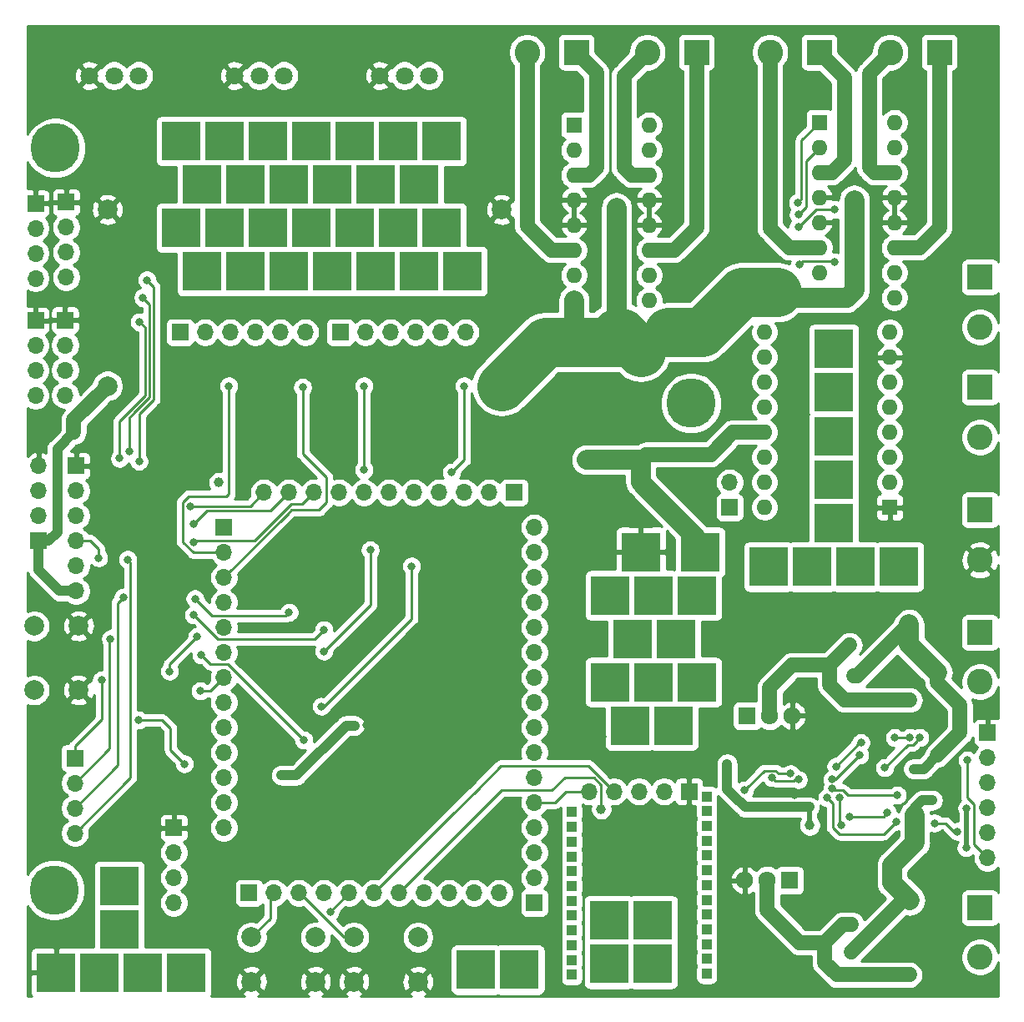
<source format=gbr>
%TF.GenerationSoftware,KiCad,Pcbnew,(5.1.7-5-ga3172d643f)-1*%
%TF.CreationDate,2020-10-31T15:28:03-04:00*%
%TF.ProjectId,board,626f6172-642e-46b6-9963-61645f706362,rev?*%
%TF.SameCoordinates,Original*%
%TF.FileFunction,Copper,L2,Bot*%
%TF.FilePolarity,Positive*%
%FSLAX46Y46*%
G04 Gerber Fmt 4.6, Leading zero omitted, Abs format (unit mm)*
G04 Created by KiCad (PCBNEW (5.1.7-5-ga3172d643f)-1) date 2020-10-31 15:28:03*
%MOMM*%
%LPD*%
G01*
G04 APERTURE LIST*
%TA.AperFunction,SMDPad,CuDef*%
%ADD10R,4.000000X4.000000*%
%TD*%
%TA.AperFunction,ComponentPad*%
%ADD11O,1.700000X1.700000*%
%TD*%
%TA.AperFunction,ComponentPad*%
%ADD12R,1.700000X1.700000*%
%TD*%
%TA.AperFunction,ComponentPad*%
%ADD13C,2.000000*%
%TD*%
%TA.AperFunction,ComponentPad*%
%ADD14C,5.000000*%
%TD*%
%TA.AperFunction,ComponentPad*%
%ADD15R,1.000000X1.000000*%
%TD*%
%TA.AperFunction,ComponentPad*%
%ADD16C,1.800000*%
%TD*%
%TA.AperFunction,ComponentPad*%
%ADD17O,1.600000X1.600000*%
%TD*%
%TA.AperFunction,ComponentPad*%
%ADD18R,1.600000X1.600000*%
%TD*%
%TA.AperFunction,ComponentPad*%
%ADD19C,2.600000*%
%TD*%
%TA.AperFunction,ComponentPad*%
%ADD20R,2.600000X2.600000*%
%TD*%
%TA.AperFunction,ComponentPad*%
%ADD21O,1.717500X1.800000*%
%TD*%
%TA.AperFunction,ComponentPad*%
%ADD22R,1.717500X1.800000*%
%TD*%
%TA.AperFunction,ViaPad*%
%ADD23C,1.000000*%
%TD*%
%TA.AperFunction,ViaPad*%
%ADD24C,0.800000*%
%TD*%
%TA.AperFunction,Conductor*%
%ADD25C,0.250000*%
%TD*%
%TA.AperFunction,Conductor*%
%ADD26C,1.500000*%
%TD*%
%TA.AperFunction,Conductor*%
%ADD27C,0.500000*%
%TD*%
%TA.AperFunction,Conductor*%
%ADD28C,1.000000*%
%TD*%
%TA.AperFunction,Conductor*%
%ADD29C,2.000000*%
%TD*%
%TA.AperFunction,Conductor*%
%ADD30C,5.000000*%
%TD*%
%TA.AperFunction,Conductor*%
%ADD31C,0.254000*%
%TD*%
%TA.AperFunction,Conductor*%
%ADD32C,0.100000*%
%TD*%
G04 APERTURE END LIST*
D10*
%TO.P,TP98,1*%
%TO.N,Net-(TP98-Pad1)*%
X182800000Y-70800000D03*
%TD*%
D11*
%TO.P,J2.8,4*%
%TO.N,5V*%
X101800000Y-75520000D03*
%TO.P,J2.8,3*%
%TO.N,Net-(J2.8-Pad2)*%
X101800000Y-72980000D03*
%TO.P,J2.8,2*%
X101800000Y-70440000D03*
D12*
%TO.P,J2.8,1*%
%TO.N,GND*%
X101800000Y-67900000D03*
%TD*%
D11*
%TO.P,J2.5,4*%
%TO.N,5V*%
X101800000Y-63620000D03*
%TO.P,J2.5,3*%
%TO.N,Net-(J2.5-Pad2)*%
X101800000Y-61080000D03*
%TO.P,J2.5,2*%
X101800000Y-58540000D03*
D12*
%TO.P,J2.5,1*%
%TO.N,GND*%
X101800000Y-56000000D03*
%TD*%
D11*
%TO.P,J2.6,4*%
%TO.N,5V*%
X104900000Y-63520000D03*
%TO.P,J2.6,3*%
%TO.N,Net-(J2.6-Pad2)*%
X104900000Y-60980000D03*
%TO.P,J2.6,2*%
X104900000Y-58440000D03*
D12*
%TO.P,J2.6,1*%
%TO.N,GND*%
X104900000Y-55900000D03*
%TD*%
D11*
%TO.P,J2.7,4*%
%TO.N,5V*%
X104800000Y-75480000D03*
%TO.P,J2.7,3*%
%TO.N,Net-(J2.7-Pad2)*%
X104800000Y-72940000D03*
%TO.P,J2.7,2*%
X104800000Y-70400000D03*
D12*
%TO.P,J2.7,1*%
%TO.N,GND*%
X104800000Y-67860000D03*
%TD*%
D13*
%TO.P,SW1.3,1*%
%TO.N,PG4*%
X140600000Y-130500000D03*
%TO.P,SW1.3,2*%
%TO.N,GND*%
X140600000Y-135000000D03*
%TO.P,SW1.3,1*%
%TO.N,PG4*%
X134100000Y-130500000D03*
%TO.P,SW1.3,2*%
%TO.N,GND*%
X134100000Y-135000000D03*
%TD*%
%TO.P,SW1.2,1*%
%TO.N,PG3*%
X130200000Y-130500000D03*
%TO.P,SW1.2,2*%
%TO.N,GND*%
X130200000Y-135000000D03*
%TO.P,SW1.2,1*%
%TO.N,PG3*%
X123700000Y-130500000D03*
%TO.P,SW1.2,2*%
%TO.N,GND*%
X123700000Y-135000000D03*
%TD*%
D11*
%TO.P,J37,5*%
%TO.N,B_STAT*%
X157940000Y-115700000D03*
%TO.P,J37,4*%
%TO.N,B_TXD*%
X160480000Y-115700000D03*
%TO.P,J37,3*%
%TO.N,Net-(J37-Pad3)*%
X163020000Y-115700000D03*
%TO.P,J37,2*%
%TO.N,3.3V*%
X165560000Y-115700000D03*
D12*
%TO.P,J37,1*%
%TO.N,GND*%
X168100000Y-115700000D03*
%TD*%
D11*
%TO.P,J1.36,4*%
%TO.N,Net-(J1.36-Pad4)*%
X105800000Y-119920000D03*
%TO.P,J1.36,3*%
%TO.N,Net-(J1.36-Pad3)*%
X105800000Y-117380000D03*
%TO.P,J1.36,2*%
%TO.N,Net-(J1.36-Pad2)*%
X105800000Y-114840000D03*
D12*
%TO.P,J1.36,1*%
%TO.N,Net-(J1.36-Pad1)*%
X105800000Y-112300000D03*
%TD*%
D10*
%TO.P,TP96,1*%
%TO.N,Net-(TP96-Pad1)*%
X189400000Y-92900000D03*
%TD*%
%TO.P,TP95,1*%
%TO.N,Net-(TP95-Pad1)*%
X180600000Y-92900000D03*
%TD*%
%TO.P,TP93,1*%
%TO.N,Net-(TP93-Pad1)*%
X117100000Y-134100000D03*
%TD*%
%TO.P,TP92,1*%
%TO.N,GND*%
X103900000Y-134100000D03*
%TD*%
%TO.P,TP90,1*%
%TO.N,Net-(TP90-Pad1)*%
X164400000Y-128800000D03*
%TD*%
%TO.P,TP89,1*%
%TO.N,Net-(TP89-Pad1)*%
X185000000Y-92900000D03*
%TD*%
%TO.P,TP86,1*%
%TO.N,Net-(TP86-Pad1)*%
X110300000Y-125300000D03*
%TD*%
%TO.P,TP85,1*%
%TO.N,Net-(TP85-Pad1)*%
X116600000Y-58500000D03*
%TD*%
%TO.P,TP83,1*%
%TO.N,Net-(TP83-Pad1)*%
X164400000Y-133200000D03*
%TD*%
%TO.P,TP82,1*%
%TO.N,Net-(TP82-Pad1)*%
X160000000Y-128800000D03*
%TD*%
%TO.P,TP78,1*%
%TO.N,Net-(TP78-Pad1)*%
X110300000Y-129700000D03*
%TD*%
%TO.P,TP77,1*%
%TO.N,Net-(TP77-Pad1)*%
X112700000Y-134100000D03*
%TD*%
%TO.P,TP75,1*%
%TO.N,Net-(TP75-Pad1)*%
X160000000Y-133200000D03*
%TD*%
%TO.P,TP70,1*%
%TO.N,Net-(TP70-Pad1)*%
X182800000Y-75200000D03*
%TD*%
%TO.P,TP69,1*%
%TO.N,Net-(TP69-Pad1)*%
X145100000Y-62900000D03*
%TD*%
%TO.P,TP67,1*%
%TO.N,Net-(TP67-Pad1)*%
X160100000Y-95800000D03*
%TD*%
%TO.P,TP62,1*%
%TO.N,Net-(TP62-Pad1)*%
X182800000Y-79700000D03*
%TD*%
%TO.P,TP61,1*%
%TO.N,Net-(TP61-Pad1)*%
X108300000Y-134100000D03*
%TD*%
%TO.P,TP60,1*%
%TO.N,Net-(TP60-Pad1)*%
X164500000Y-95800000D03*
%TD*%
%TO.P,TP59,1*%
%TO.N,Net-(TP59-Pad1)*%
X162400000Y-100200000D03*
%TD*%
%TO.P,TP55,1*%
%TO.N,Net-(TP55-Pad1)*%
X182800000Y-84100000D03*
%TD*%
%TO.P,TP54,1*%
%TO.N,Net-(TP54-Pad1)*%
X146500000Y-133800000D03*
%TD*%
%TO.P,TP53,1*%
%TO.N,Net-(TP53-Pad1)*%
X118700000Y-54100000D03*
%TD*%
%TO.P,TP52,1*%
%TO.N,Net-(TP52-Pad1)*%
X168900000Y-95800000D03*
%TD*%
%TO.P,TP51,1*%
%TO.N,Net-(TP51-Pad1)*%
X166800000Y-100200000D03*
%TD*%
%TO.P,TP48,1*%
%TO.N,Net-(TP48-Pad1)*%
X182800000Y-88500000D03*
%TD*%
%TO.P,TP47,1*%
%TO.N,Net-(TP47-Pad1)*%
X118700000Y-62900000D03*
%TD*%
%TO.P,TP46,1*%
%TO.N,Net-(TP46-Pad1)*%
X121000000Y-49700000D03*
%TD*%
%TO.P,TP45,1*%
%TO.N,Net-(TP45-Pad1)*%
X125400000Y-49700000D03*
%TD*%
%TO.P,TP44,1*%
%TO.N,Net-(TP44-Pad1)*%
X160100000Y-104600000D03*
%TD*%
%TO.P,TP43,1*%
%TO.N,Net-(TP43-Pad1)*%
X164500000Y-104600000D03*
%TD*%
%TO.P,TP41,1*%
%TO.N,Net-(TP41-Pad1)*%
X176200000Y-92900000D03*
%TD*%
%TO.P,TP40,1*%
%TO.N,Net-(TP40-Pad1)*%
X123100000Y-62900000D03*
%TD*%
%TO.P,TP39,1*%
%TO.N,Net-(TP39-Pad1)*%
X116600000Y-49700000D03*
%TD*%
%TO.P,TP38,1*%
%TO.N,Net-(TP38-Pad1)*%
X129800000Y-49700000D03*
%TD*%
%TO.P,TP36,1*%
%TO.N,Net-(TP36-Pad1)*%
X168900000Y-104600000D03*
%TD*%
%TO.P,TP35,1*%
%TO.N,Net-(TP35-Pad1)*%
X166500000Y-109000000D03*
%TD*%
%TO.P,TP34,1*%
%TO.N,Net-(TP34-Pad1)*%
X150900000Y-133800000D03*
%TD*%
%TO.P,TP33,1*%
%TO.N,Net-(TP33-Pad1)*%
X127500000Y-62900000D03*
%TD*%
%TO.P,TP31,1*%
%TO.N,Net-(TP31-Pad1)*%
X134200000Y-49700000D03*
%TD*%
%TO.P,TP30,1*%
%TO.N,Net-(TP30-Pad1)*%
X127500000Y-54100000D03*
%TD*%
%TO.P,TP29,1*%
%TO.N,Net-(TP29-Pad1)*%
X125400000Y-58500000D03*
%TD*%
%TO.P,TP28,1*%
%TO.N,Net-(TP28-Pad1)*%
X162100000Y-109000000D03*
%TD*%
%TO.P,TP27,1*%
%TO.N,GND*%
X163200000Y-91400000D03*
%TD*%
%TO.P,TP26,1*%
%TO.N,Net-(TP26-Pad1)*%
X131900000Y-62900000D03*
%TD*%
%TO.P,TP24,1*%
%TO.N,Net-(TP24-Pad1)*%
X138600000Y-49700000D03*
%TD*%
%TO.P,TP23,1*%
%TO.N,Net-(TP23-Pad1)*%
X131900000Y-54100000D03*
%TD*%
%TO.P,TP22,1*%
%TO.N,Net-(TP22-Pad1)*%
X129800000Y-58500000D03*
%TD*%
%TO.P,TP21,1*%
%TO.N,5V*%
X169250000Y-91400000D03*
%TD*%
%TO.P,TP20,1*%
%TO.N,Net-(TP20-Pad1)*%
X136300000Y-62900000D03*
%TD*%
%TO.P,TP19,1*%
%TO.N,Net-(TP19-Pad1)*%
X143000000Y-49700000D03*
%TD*%
%TO.P,TP17,1*%
%TO.N,Net-(TP17-Pad1)*%
X136300000Y-54100000D03*
%TD*%
%TO.P,TP16,1*%
%TO.N,Net-(TP16-Pad1)*%
X134200000Y-58500000D03*
%TD*%
%TO.P,TP15,1*%
%TO.N,Net-(TP15-Pad1)*%
X140700000Y-62900000D03*
%TD*%
%TO.P,TP14,1*%
%TO.N,Net-(TP14-Pad1)*%
X140700000Y-54100000D03*
%TD*%
%TO.P,TP13,1*%
%TO.N,Net-(TP13-Pad1)*%
X123100000Y-54100000D03*
%TD*%
%TO.P,TP11,1*%
%TO.N,Net-(TP11-Pad1)*%
X138600000Y-58500000D03*
%TD*%
%TO.P,TP10,1*%
%TO.N,Net-(TP10-Pad1)*%
X143000000Y-58500000D03*
%TD*%
%TO.P,TP6,1*%
%TO.N,Net-(TP6-Pad1)*%
X121000000Y-58500000D03*
%TD*%
D14*
%TO.P,H7,1*%
%TO.N,N/C*%
X168300000Y-76300000D03*
%TD*%
%TO.P,H6,1*%
%TO.N,N/C*%
X103700000Y-125700000D03*
%TD*%
%TO.P,H5,1*%
%TO.N,N/C*%
X103800000Y-50400000D03*
%TD*%
D15*
%TO.P,J1.35,1*%
%TO.N,Net-(J1.35-Pad1)*%
X169900000Y-134200000D03*
%TD*%
%TO.P,J1.30,1*%
%TO.N,Net-(J1.30-Pad1)*%
X169900000Y-126700000D03*
%TD*%
%TO.P,J1.31,1*%
%TO.N,Net-(J1.31-Pad1)*%
X169900000Y-128200000D03*
%TD*%
%TO.P,J1.32,1*%
%TO.N,Net-(J1.32-Pad1)*%
X169900000Y-129700000D03*
%TD*%
%TO.P,J1.33,1*%
%TO.N,Net-(J1.33-Pad1)*%
X169900000Y-131200000D03*
%TD*%
%TO.P,J1.34,1*%
%TO.N,Net-(J1.34-Pad1)*%
X169900000Y-132700000D03*
%TD*%
%TO.P,J1.29,1*%
%TO.N,Net-(J1.29-Pad1)*%
X169900000Y-125200000D03*
%TD*%
%TO.P,J1.28,1*%
%TO.N,Net-(J1.28-Pad1)*%
X169900000Y-123700000D03*
%TD*%
%TO.P,J1.26,1*%
%TO.N,Net-(J1.26-Pad1)*%
X169900000Y-120700000D03*
%TD*%
%TO.P,J1.25,1*%
%TO.N,Net-(J1.25-Pad1)*%
X169900000Y-119200000D03*
%TD*%
%TO.P,J1.24,1*%
%TO.N,Net-(J1.24-Pad1)*%
X169900000Y-117700000D03*
%TD*%
%TO.P,J1.23,1*%
%TO.N,Net-(J1.23-Pad1)*%
X169900000Y-116200000D03*
%TD*%
%TO.P,J1.27,1*%
%TO.N,Net-(J1.27-Pad1)*%
X169900000Y-122200000D03*
%TD*%
%TO.P,J1.13,1*%
%TO.N,Net-(J1.13-Pad1)*%
X156200000Y-120800000D03*
%TD*%
%TO.P,J1.15,1*%
%TO.N,Net-(J1.15-Pad1)*%
X156200000Y-123800000D03*
%TD*%
%TO.P,J1.16,1*%
%TO.N,Net-(J1.16-Pad1)*%
X156200000Y-125300000D03*
%TD*%
%TO.P,J1.11,1*%
%TO.N,Net-(J1.11-Pad1)*%
X156200000Y-117800000D03*
%TD*%
%TO.P,J1.12,1*%
%TO.N,Net-(J1.12-Pad1)*%
X156200000Y-119300000D03*
%TD*%
%TO.P,J1.17,1*%
%TO.N,Net-(J1.17-Pad1)*%
X156200000Y-126800000D03*
%TD*%
%TO.P,J1.22,1*%
%TO.N,Net-(J1.22-Pad1)*%
X156200000Y-134300000D03*
%TD*%
%TO.P,J1.14,1*%
%TO.N,Net-(J1.14-Pad1)*%
X156200000Y-122300000D03*
%TD*%
%TO.P,J1.20,1*%
%TO.N,Net-(J1.20-Pad1)*%
X156200000Y-131300000D03*
%TD*%
%TO.P,J1.19,1*%
%TO.N,Net-(J1.19-Pad1)*%
X156200000Y-129800000D03*
%TD*%
%TO.P,J1.18,1*%
%TO.N,Net-(J1.18-Pad1)*%
X156200000Y-128300000D03*
%TD*%
%TO.P,J1.21,1*%
%TO.N,Net-(J1.21-Pad1)*%
X156200000Y-132800000D03*
%TD*%
D11*
%TO.P,J1.3,16*%
%TO.N,M1B*%
X152400000Y-88900000D03*
%TO.P,J1.3,15*%
%TO.N,M1A*%
X152400000Y-91440000D03*
%TO.P,J1.3,14*%
%TO.N,M2B*%
X152400000Y-93980000D03*
%TO.P,J1.3,13*%
%TO.N,M2A*%
X152400000Y-96520000D03*
%TO.P,J1.3,12*%
%TO.N,M3B*%
X152400000Y-99060000D03*
%TO.P,J1.3,11*%
%TO.N,M3A*%
X152400000Y-101600000D03*
%TO.P,J1.3,10*%
%TO.N,M4B*%
X152400000Y-104140000D03*
%TO.P,J1.3,9*%
%TO.N,M4A*%
X152400000Y-106680000D03*
%TO.P,J1.3,8*%
%TO.N,PC5*%
X152400000Y-109220000D03*
%TO.P,J1.3,7*%
%TO.N,PC4*%
X152400000Y-111760000D03*
%TO.P,J1.3,6*%
%TO.N,PC3*%
X152400000Y-114300000D03*
%TO.P,J1.3,5*%
%TO.N,B_STAT*%
X152400000Y-116840000D03*
%TO.P,J1.3,4*%
%TO.N,PC1*%
X152400000Y-119380000D03*
%TO.P,J1.3,3*%
%TO.N,PC0*%
X152400000Y-121920000D03*
%TO.P,J1.3,2*%
%TO.N,PG1*%
X152400000Y-124460000D03*
D12*
%TO.P,J1.3,1*%
%TO.N,PG0*%
X152400000Y-127000000D03*
%TD*%
D11*
%TO.P,J1.7,4*%
%TO.N,PD1*%
X115824000Y-127000000D03*
%TO.P,J1.7,3*%
%TO.N,PD0*%
X115824000Y-124460000D03*
%TO.P,J1.7,2*%
%TO.N,5V*%
X115824000Y-121920000D03*
D12*
%TO.P,J1.7,1*%
%TO.N,GND*%
X115824000Y-119380000D03*
%TD*%
D11*
%TO.P,J3.5,6*%
%TO.N,Net-(J3.5-Pad6)*%
X129159000Y-69088000D03*
%TO.P,J3.5,5*%
%TO.N,Net-(J3.5-Pad5)*%
X126619000Y-69088000D03*
%TO.P,J3.5,4*%
%TO.N,Net-(J3.5-Pad4)*%
X124079000Y-69088000D03*
%TO.P,J3.5,3*%
%TO.N,Net-(J3.5-Pad3)*%
X121539000Y-69088000D03*
%TO.P,J3.5,2*%
%TO.N,Net-(J3.5-Pad2)*%
X118999000Y-69088000D03*
D12*
%TO.P,J3.5,1*%
%TO.N,Net-(J3.5-Pad1)*%
X116459000Y-69088000D03*
%TD*%
D11*
%TO.P,J3.6,6*%
%TO.N,Net-(J3.6-Pad6)*%
X145415000Y-69088000D03*
%TO.P,J3.6,5*%
%TO.N,Net-(J3.6-Pad5)*%
X142875000Y-69088000D03*
%TO.P,J3.6,4*%
%TO.N,Net-(J3.6-Pad4)*%
X140335000Y-69088000D03*
%TO.P,J3.6,3*%
%TO.N,Net-(J3.6-Pad3)*%
X137795000Y-69088000D03*
%TO.P,J3.6,2*%
%TO.N,Net-(J3.6-Pad2)*%
X135255000Y-69088000D03*
D12*
%TO.P,J3.6,1*%
%TO.N,Net-(J3.6-Pad1)*%
X132715000Y-69088000D03*
%TD*%
D11*
%TO.P,J1.2,6*%
%TO.N,5V*%
X105918000Y-95351600D03*
%TO.P,J1.2,5*%
%TO.N,/atmega128/RESET*%
X105918000Y-92811600D03*
%TO.P,J1.2,4*%
%TO.N,PB1*%
X105918000Y-90271600D03*
%TO.P,J1.2,3*%
%TO.N,/atmega128/PDO*%
X105918000Y-87731600D03*
%TO.P,J1.2,2*%
%TO.N,/atmega128/PDI*%
X105918000Y-85191600D03*
D12*
%TO.P,J1.2,1*%
%TO.N,GND*%
X105918000Y-82651600D03*
%TD*%
D11*
%TO.P,J1.4,11*%
%TO.N,PF0*%
X124968000Y-85344000D03*
%TO.P,J1.4,10*%
%TO.N,PF1*%
X127508000Y-85344000D03*
%TO.P,J1.4,9*%
%TO.N,PF2*%
X130048000Y-85344000D03*
%TO.P,J1.4,8*%
%TO.N,PF3*%
X132588000Y-85344000D03*
%TO.P,J1.4,7*%
%TO.N,PF4*%
X135128000Y-85344000D03*
%TO.P,J1.4,6*%
%TO.N,PF5*%
X137668000Y-85344000D03*
%TO.P,J1.4,5*%
%TO.N,PF6*%
X140208000Y-85344000D03*
%TO.P,J1.4,4*%
%TO.N,PF7*%
X142748000Y-85344000D03*
%TO.P,J1.4,3*%
%TO.N,PA0*%
X145288000Y-85344000D03*
%TO.P,J1.4,2*%
%TO.N,PA1*%
X147828000Y-85344000D03*
D12*
%TO.P,J1.4,1*%
%TO.N,PA2*%
X150368000Y-85344000D03*
%TD*%
D11*
%TO.P,J1.5,13*%
%TO.N,PB6*%
X120904000Y-119380000D03*
%TO.P,J1.5,12*%
%TO.N,PB5*%
X120904000Y-116840000D03*
%TO.P,J1.5,11*%
%TO.N,M4PWM*%
X120904000Y-114300000D03*
%TO.P,J1.5,10*%
%TO.N,PB3*%
X120904000Y-111760000D03*
%TO.P,J1.5,9*%
%TO.N,PB2*%
X120904000Y-109220000D03*
%TO.P,J1.5,8*%
%TO.N,PB1*%
X120904000Y-106680000D03*
%TO.P,J1.5,7*%
%TO.N,PB0*%
X120904000Y-104140000D03*
%TO.P,J1.5,6*%
%TO.N,PE7*%
X120904000Y-101600000D03*
%TO.P,J1.5,5*%
%TO.N,PE6*%
X120904000Y-99060000D03*
%TO.P,J1.5,4*%
%TO.N,M3PWM*%
X120904000Y-96520000D03*
%TO.P,J1.5,3*%
%TO.N,M2PWM*%
X120904000Y-93980000D03*
%TO.P,J1.5,2*%
%TO.N,M1PWM*%
X120904000Y-91440000D03*
D12*
%TO.P,J1.5,1*%
%TO.N,PE2*%
X120904000Y-88900000D03*
%TD*%
D11*
%TO.P,J1.6,11*%
%TO.N,PD7*%
X148844000Y-125984000D03*
%TO.P,J1.6,10*%
%TO.N,PD6*%
X146304000Y-125984000D03*
%TO.P,J1.6,9*%
%TO.N,PD5*%
X143764000Y-125984000D03*
%TO.P,J1.6,8*%
%TO.N,PD4*%
X141224000Y-125984000D03*
%TO.P,J1.6,7*%
%TO.N,B_RXD*%
X138684000Y-125984000D03*
%TO.P,J1.6,6*%
%TO.N,B_TXD*%
X136144000Y-125984000D03*
%TO.P,J1.6,5*%
%TO.N,PD1*%
X133604000Y-125984000D03*
%TO.P,J1.6,4*%
%TO.N,PD0*%
X131064000Y-125984000D03*
%TO.P,J1.6,3*%
%TO.N,PG4*%
X128524000Y-125984000D03*
%TO.P,J1.6,2*%
%TO.N,PG3*%
X125984000Y-125984000D03*
D12*
%TO.P,J1.6,1*%
%TO.N,PB7*%
X123444000Y-125984000D03*
%TD*%
D16*
%TO.P,RV3,1*%
%TO.N,5V*%
X112268000Y-43053000D03*
%TO.P,RV3,2*%
%TO.N,PF0*%
X109768000Y-43053000D03*
%TO.P,RV3,3*%
%TO.N,GND*%
X107268000Y-43053000D03*
%TD*%
%TO.P,RV2,1*%
%TO.N,5V*%
X127000000Y-43053000D03*
%TO.P,RV2,2*%
%TO.N,PF1*%
X124500000Y-43053000D03*
%TO.P,RV2,3*%
%TO.N,GND*%
X122000000Y-43053000D03*
%TD*%
%TO.P,RV1,1*%
%TO.N,5V*%
X141732000Y-43053000D03*
%TO.P,RV1,2*%
%TO.N,PF2*%
X139232000Y-43053000D03*
%TO.P,RV1,3*%
%TO.N,GND*%
X136732000Y-43053000D03*
%TD*%
D13*
%TO.P,H4,1*%
%TO.N,GND*%
X109093000Y-56642000D03*
%TD*%
%TO.P,H3,1*%
%TO.N,5V*%
X109093000Y-74549000D03*
%TD*%
%TO.P,H2,1*%
%TO.N,V_MOT*%
X149098000Y-74549000D03*
%TD*%
%TO.P,H1,1*%
%TO.N,GND*%
X149098000Y-56642000D03*
%TD*%
D11*
%TO.P,J2.4,2*%
%TO.N,Net-(A2.1-Pad15)*%
X172212000Y-84328000D03*
D12*
%TO.P,J2.4,1*%
%TO.N,Net-(A2.1-Pad16)*%
X172212000Y-86868000D03*
%TD*%
D17*
%TO.P,U3.2,16*%
%TO.N,V_MOT*%
X188925200Y-47802800D03*
%TO.P,U3.2,8*%
X181305200Y-65582800D03*
%TO.P,U3.2,15*%
%TO.N,Net-(J3.6-Pad4)*%
X188925200Y-50342800D03*
%TO.P,U3.2,7*%
%TO.N,Net-(J3.6-Pad1)*%
X181305200Y-63042800D03*
%TO.P,U3.2,14*%
%TO.N,Net-(J3.4-Pad2)*%
X188925200Y-52882800D03*
%TO.P,U3.2,6*%
%TO.N,Net-(J3.3-Pad2)*%
X181305200Y-60502800D03*
%TO.P,U3.2,13*%
%TO.N,GND*%
X188925200Y-55422800D03*
%TO.P,U3.2,5*%
X181305200Y-57962800D03*
%TO.P,U3.2,12*%
X188925200Y-57962800D03*
%TO.P,U3.2,4*%
X181305200Y-55422800D03*
%TO.P,U3.2,11*%
%TO.N,Net-(J3.4-Pad1)*%
X188925200Y-60502800D03*
%TO.P,U3.2,3*%
%TO.N,Net-(J3.3-Pad1)*%
X181305200Y-52882800D03*
%TO.P,U3.2,10*%
%TO.N,Net-(J3.6-Pad5)*%
X188925200Y-63042800D03*
%TO.P,U3.2,2*%
%TO.N,Net-(J3.6-Pad3)*%
X181305200Y-50342800D03*
%TO.P,U3.2,9*%
%TO.N,Net-(J3.6-Pad6)*%
X188925200Y-65582800D03*
D18*
%TO.P,U3.2,1*%
%TO.N,Net-(J3.6-Pad2)*%
X181305200Y-47802800D03*
%TD*%
D19*
%TO.P,J3.3,2*%
%TO.N,Net-(J3.3-Pad2)*%
X176305200Y-40690800D03*
D20*
%TO.P,J3.3,1*%
%TO.N,Net-(J3.3-Pad1)*%
X181305200Y-40690800D03*
%TD*%
D19*
%TO.P,J3.4,2*%
%TO.N,Net-(J3.4-Pad2)*%
X188497200Y-40690800D03*
D20*
%TO.P,J3.4,1*%
%TO.N,Net-(J3.4-Pad1)*%
X193497200Y-40690800D03*
%TD*%
D19*
%TO.P,J3.2,2*%
%TO.N,Net-(J3.2-Pad2)*%
X163859200Y-40690800D03*
D20*
%TO.P,J3.2,1*%
%TO.N,Net-(J3.2-Pad1)*%
X168859200Y-40690800D03*
%TD*%
D19*
%TO.P,J3.1,2*%
%TO.N,Net-(J3.1-Pad2)*%
X151667200Y-40690800D03*
D20*
%TO.P,J3.1,1*%
%TO.N,Net-(J3.1-Pad1)*%
X156667200Y-40690800D03*
%TD*%
D17*
%TO.P,U3.1,16*%
%TO.N,V_MOT*%
X164033200Y-48056800D03*
%TO.P,U3.1,8*%
X156413200Y-65836800D03*
%TO.P,U3.1,15*%
%TO.N,Net-(J3.5-Pad4)*%
X164033200Y-50596800D03*
%TO.P,U3.1,7*%
%TO.N,Net-(J3.5-Pad1)*%
X156413200Y-63296800D03*
%TO.P,U3.1,14*%
%TO.N,Net-(J3.2-Pad2)*%
X164033200Y-53136800D03*
%TO.P,U3.1,6*%
%TO.N,Net-(J3.1-Pad2)*%
X156413200Y-60756800D03*
%TO.P,U3.1,13*%
%TO.N,GND*%
X164033200Y-55676800D03*
%TO.P,U3.1,5*%
X156413200Y-58216800D03*
%TO.P,U3.1,12*%
X164033200Y-58216800D03*
%TO.P,U3.1,4*%
X156413200Y-55676800D03*
%TO.P,U3.1,11*%
%TO.N,Net-(J3.2-Pad1)*%
X164033200Y-60756800D03*
%TO.P,U3.1,3*%
%TO.N,Net-(J3.1-Pad1)*%
X156413200Y-53136800D03*
%TO.P,U3.1,10*%
%TO.N,Net-(J3.5-Pad5)*%
X164033200Y-63296800D03*
%TO.P,U3.1,2*%
%TO.N,Net-(J3.5-Pad2)*%
X156413200Y-50596800D03*
%TO.P,U3.1,9*%
%TO.N,Net-(J3.5-Pad6)*%
X164033200Y-65836800D03*
D18*
%TO.P,U3.1,1*%
%TO.N,Net-(J3.5-Pad3)*%
X156413200Y-48056800D03*
%TD*%
D13*
%TO.P,SW1,1*%
%TO.N,GND*%
X106172000Y-105407600D03*
%TO.P,SW1,2*%
%TO.N,/atmega128/RESET*%
X101672000Y-105407600D03*
%TO.P,SW1,1*%
%TO.N,GND*%
X106172000Y-98907600D03*
%TO.P,SW1,2*%
%TO.N,/atmega128/RESET*%
X101672000Y-98907600D03*
%TD*%
D19*
%TO.P,J2.3,2*%
%TO.N,GND*%
X197612000Y-92202000D03*
D20*
%TO.P,J2.3,1*%
%TO.N,V_MOT*%
X197612000Y-87122000D03*
%TD*%
D19*
%TO.P,J2.1,2*%
%TO.N,Net-(A2.1-Pad3)*%
X197612000Y-79756000D03*
D20*
%TO.P,J2.1,1*%
%TO.N,Net-(A2.1-Pad4)*%
X197612000Y-74676000D03*
%TD*%
D19*
%TO.P,J2.2,2*%
%TO.N,Net-(A2.1-Pad5)*%
X197612000Y-68580000D03*
D20*
%TO.P,J2.2,1*%
%TO.N,Net-(A2.1-Pad6)*%
X197612000Y-63500000D03*
%TD*%
D11*
%TO.P,J1.1,4*%
%TO.N,GND*%
X102108000Y-82651600D03*
%TO.P,J1.1,3*%
%TO.N,/atmega128/TX*%
X102108000Y-85191600D03*
%TO.P,J1.1,2*%
%TO.N,/atmega128/PDO*%
X102108000Y-87731600D03*
D12*
%TO.P,J1.1,1*%
%TO.N,5V*%
X102108000Y-90271600D03*
%TD*%
D17*
%TO.P,A2.1,16*%
%TO.N,Net-(A2.1-Pad16)*%
X175768000Y-86868000D03*
%TO.P,A2.1,8*%
%TO.N,V_MOT*%
X188468000Y-69088000D03*
%TO.P,A2.1,15*%
%TO.N,Net-(A2.1-Pad15)*%
X175768000Y-84328000D03*
%TO.P,A2.1,7*%
%TO.N,GND*%
X188468000Y-71628000D03*
%TO.P,A2.1,14*%
%TO.N,5V*%
X175768000Y-81788000D03*
%TO.P,A2.1,6*%
%TO.N,Net-(A2.1-Pad6)*%
X188468000Y-74168000D03*
%TO.P,A2.1,13*%
%TO.N,5V*%
X175768000Y-79248000D03*
%TO.P,A2.1,5*%
%TO.N,Net-(A2.1-Pad5)*%
X188468000Y-76708000D03*
%TO.P,A2.1,12*%
%TO.N,Net-(A2.1-Pad12)*%
X175768000Y-76708000D03*
%TO.P,A2.1,4*%
%TO.N,Net-(A2.1-Pad4)*%
X188468000Y-79248000D03*
%TO.P,A2.1,11*%
%TO.N,Net-(A2.1-Pad11)*%
X175768000Y-74168000D03*
%TO.P,A2.1,3*%
%TO.N,Net-(A2.1-Pad3)*%
X188468000Y-81788000D03*
%TO.P,A2.1,10*%
%TO.N,Net-(A2.1-Pad10)*%
X175768000Y-71628000D03*
%TO.P,A2.1,2*%
%TO.N,Net-(A2.1-Pad2)*%
X188468000Y-84328000D03*
%TO.P,A2.1,9*%
%TO.N,Net-(A2.1-Pad9)*%
X175768000Y-69088000D03*
D18*
%TO.P,A2.1,1*%
%TO.N,GND*%
X188468000Y-86868000D03*
%TD*%
D21*
%TO.P,Q3,3*%
%TO.N,GND*%
X173732000Y-124714000D03*
%TO.P,Q3,2*%
%TO.N,Net-(K2-Pad4)*%
X176022000Y-124714000D03*
D22*
%TO.P,Q3,1*%
%TO.N,Net-(Q3-Pad1)*%
X178312000Y-124714000D03*
%TD*%
D21*
%TO.P,Q1,3*%
%TO.N,GND*%
X178566000Y-108017333D03*
%TO.P,Q1,2*%
%TO.N,Net-(K1-Pad4)*%
X176276000Y-108017333D03*
D22*
%TO.P,Q1,1*%
%TO.N,Net-(Q1-Pad1)*%
X173986000Y-108017333D03*
%TD*%
D19*
%TO.P,J2,2*%
%TO.N,Net-(J2-Pad2)*%
X197612000Y-132508000D03*
D20*
%TO.P,J2,1*%
%TO.N,Net-(J2-Pad1)*%
X197612000Y-127508000D03*
%TD*%
D19*
%TO.P,J1,2*%
%TO.N,Net-(J1-Pad2)*%
X197612000Y-104568000D03*
D20*
%TO.P,J1,1*%
%TO.N,Net-(J1-Pad1)*%
X197612000Y-99568000D03*
%TD*%
D11*
%TO.P,J3,6*%
%TO.N,/RST*%
X198374000Y-122428000D03*
%TO.P,J3,5*%
%TO.N,/MISO*%
X198374000Y-119888000D03*
%TO.P,J3,4*%
%TO.N,/MOSI*%
X198374000Y-117348000D03*
%TO.P,J3,3*%
%TO.N,/SCK*%
X198374000Y-114808000D03*
%TO.P,J3,2*%
%TO.N,5V*%
X198374000Y-112268000D03*
D12*
%TO.P,J3,1*%
%TO.N,GND*%
X198374000Y-109728000D03*
%TD*%
D23*
%TO.N,GND*%
X103900000Y-134100000D03*
D24*
%TO.N,Net-(D1-Pad2)*%
X189103000Y-118745000D03*
X182118000Y-116332000D03*
%TO.N,Net-(D2-Pad2)*%
X183515000Y-119126000D03*
X183388000Y-116332000D03*
X183007000Y-113157000D03*
X185538000Y-110735000D03*
%TO.N,Net-(D3-Pad2)*%
X188214000Y-117856000D03*
X184404000Y-118237000D03*
D23*
%TO.N,Net-(K1-Pad4)*%
X190500000Y-106426000D03*
X184404000Y-100838000D03*
%TO.N,Net-(K2-Pad4)*%
X184566000Y-129194000D03*
X190444000Y-134310000D03*
%TO.N,GND*%
X163400000Y-91400000D03*
D24*
X181864000Y-120396000D03*
X183068000Y-111313000D03*
X188087000Y-114935000D03*
D23*
X178566000Y-106176000D03*
D24*
X191262000Y-124460000D03*
X193338000Y-115316000D03*
D23*
X193294000Y-107188000D03*
D24*
X171399200Y-50342800D03*
X174701200Y-60248800D03*
X198078200Y-53145800D03*
X147768200Y-54651800D03*
X133350000Y-115570000D03*
X143210400Y-116032400D03*
X132080000Y-96520000D03*
X135382000Y-108975398D03*
X178800000Y-116100000D03*
X159300000Y-110100000D03*
%TO.N,/RST*%
X196342000Y-112522000D03*
%TO.N,/MOSI*%
X195326000Y-119761000D03*
X193008000Y-118904000D03*
%TO.N,/atmega128/RESET*%
X129032000Y-110490000D03*
X118618000Y-101854000D03*
%TO.N,/atmega128/TX*%
X127524000Y-97520000D03*
X117983000Y-96139000D03*
%TO.N,5V*%
X196278500Y-117411500D03*
X196215000Y-121412000D03*
D23*
X180340000Y-119126000D03*
X180283000Y-117278000D03*
X120396000Y-84328000D03*
D24*
X134172400Y-109020000D03*
D23*
X159004000Y-82042000D03*
X179254000Y-117278000D03*
X157734000Y-82042000D03*
X169926000Y-91059000D03*
X169100500Y-90233500D03*
X126746000Y-114046000D03*
X171958000Y-113919000D03*
X171958000Y-112903000D03*
D24*
%TO.N,/atmega128/PDO*%
X131064000Y-99301598D03*
X117856000Y-97790000D03*
D23*
%TO.N,V_MOT*%
X184820000Y-103978000D03*
X190429000Y-98735000D03*
X190500000Y-126746000D03*
X184566000Y-131988000D03*
X191897000Y-113411000D03*
X191770000Y-116586000D03*
X192786000Y-116586000D03*
X190881000Y-113411000D03*
X184861200Y-55676800D03*
X160731200Y-56438800D03*
X184861200Y-56946800D03*
X160731200Y-57708800D03*
D24*
%TO.N,M2PWM*%
X128905000Y-74676000D03*
%TO.N,M1PWM*%
X121412000Y-74549000D03*
%TO.N,M3PWM*%
X131064000Y-101473000D03*
X135763000Y-91186000D03*
X135128000Y-74549000D03*
X135128000Y-83058000D03*
%TO.N,M4PWM*%
X139954000Y-92837000D03*
X130810000Y-107061000D03*
X145288000Y-74549000D03*
X144018000Y-83312000D03*
%TO.N,PF0*%
X117475000Y-86741000D03*
X112300000Y-82200000D03*
X113100000Y-63800000D03*
%TO.N,PF1*%
X117856000Y-88519000D03*
X111300000Y-81200000D03*
X112700000Y-65600000D03*
%TO.N,PF2*%
X117856000Y-90424000D03*
X110327180Y-81900000D03*
X112350000Y-68050000D03*
%TO.N,PB1*%
X108200000Y-92000000D03*
%TO.N,PD1*%
X191516000Y-110236000D03*
X187960000Y-113284000D03*
X189230000Y-116078000D03*
X176530000Y-114300000D03*
X182600000Y-115400000D03*
X179200000Y-114500000D03*
X131700000Y-127888000D03*
%TO.N,PD0*%
X190500000Y-110236000D03*
X188976000Y-110236000D03*
X185420000Y-112014000D03*
X173736000Y-115570000D03*
X182600000Y-114500000D03*
X178400000Y-113900000D03*
%TO.N,PB5*%
X112242000Y-108458000D03*
X116900000Y-112900000D03*
%TO.N,PB0*%
X118500000Y-105500000D03*
%TO.N,PE7*%
X118200000Y-100000000D03*
X115400000Y-103500000D03*
%TO.N,Net-(J3.6-Pad5)*%
X182880000Y-61976000D03*
X179324000Y-62230000D03*
%TO.N,Net-(J3.6-Pad4)*%
X182880000Y-56642000D03*
X179197000Y-58405998D03*
%TO.N,Net-(J3.6-Pad3)*%
X179197000Y-57150000D03*
%TO.N,Net-(J3.6-Pad2)*%
X179133500Y-55943500D03*
%TO.N,Net-(J1.36-Pad4)*%
X111150000Y-92150000D03*
%TO.N,Net-(J1.36-Pad3)*%
X110700000Y-96000000D03*
%TO.N,Net-(J1.36-Pad2)*%
X109400000Y-100200000D03*
%TO.N,Net-(J1.36-Pad1)*%
X108500000Y-104400000D03*
D23*
%TO.N,B_RXD*%
X159200000Y-117500000D03*
%TD*%
D25*
%TO.N,Net-(D1-Pad2)*%
X189103000Y-118745000D02*
X187833000Y-120015000D01*
X183330998Y-120015000D02*
X182662999Y-119347001D01*
X187833000Y-120015000D02*
X183330998Y-120015000D01*
X182662999Y-119347001D02*
X182662999Y-116876999D01*
X182662999Y-116876999D02*
X182118000Y-116332000D01*
X182118000Y-116332000D02*
X182118000Y-116332000D01*
%TO.N,Net-(D2-Pad2)*%
X183388000Y-118999000D02*
X183515000Y-119126000D01*
X183388000Y-116332000D02*
X183388000Y-118999000D01*
X185429000Y-110735000D02*
X185538000Y-110735000D01*
X183007000Y-113157000D02*
X185429000Y-110735000D01*
%TO.N,Net-(D3-Pad2)*%
X187833000Y-118237000D02*
X188214000Y-117856000D01*
X184404000Y-118237000D02*
X187833000Y-118237000D01*
D26*
%TO.N,Net-(K1-Pad4)*%
X190500000Y-106426000D02*
X183896000Y-106426000D01*
X183896000Y-106426000D02*
X183119990Y-105649990D01*
X183119990Y-105649990D02*
X182372000Y-104902000D01*
X182372000Y-104902000D02*
X182372000Y-102870000D01*
X182372000Y-102870000D02*
X184404000Y-100838000D01*
X184404000Y-100838000D02*
X184404000Y-100838000D01*
X182372000Y-102870000D02*
X178562000Y-102870000D01*
X176276000Y-105156000D02*
X176276000Y-108017333D01*
X178562000Y-102870000D02*
X176276000Y-105156000D01*
%TO.N,Net-(K2-Pad4)*%
X190444000Y-134310000D02*
X183078000Y-134310000D01*
X183078000Y-134310000D02*
X181864000Y-133096000D01*
X181864000Y-133096000D02*
X181864000Y-131064000D01*
X183734000Y-129194000D02*
X184566000Y-129194000D01*
X181864000Y-131064000D02*
X183734000Y-129194000D01*
X179324000Y-131064000D02*
X181864000Y-131064000D01*
X176022000Y-127762000D02*
X179324000Y-131064000D01*
X176022000Y-124714000D02*
X176022000Y-127762000D01*
D25*
%TO.N,/RST*%
X197003501Y-121057501D02*
X198374000Y-122428000D01*
X197003501Y-116993501D02*
X197003501Y-121057501D01*
X196342000Y-116332000D02*
X197003501Y-116993501D01*
X196342000Y-112522000D02*
X196342000Y-116332000D01*
%TO.N,/MOSI*%
X194088000Y-118904000D02*
X194945000Y-119761000D01*
X194945000Y-119761000D02*
X195326000Y-119761000D01*
X195326000Y-119761000D02*
X195326000Y-119761000D01*
X193516000Y-118904000D02*
X193008000Y-118904000D01*
X194088000Y-118904000D02*
X193516000Y-118904000D01*
X193516000Y-118904000D02*
X193326000Y-118904000D01*
%TO.N,/atmega128/RESET*%
X121317001Y-102775001D02*
X119539001Y-102775001D01*
X129032000Y-110490000D02*
X121317001Y-102775001D01*
X119539001Y-102775001D02*
X118618000Y-101854000D01*
X118618000Y-101854000D02*
X118618000Y-101854000D01*
%TO.N,/atmega128/TX*%
X127159001Y-97884999D02*
X119728999Y-97884999D01*
X127524000Y-97520000D02*
X127159001Y-97884999D01*
X119728999Y-97884999D02*
X117983000Y-96139000D01*
X117983000Y-96139000D02*
X117856000Y-96012000D01*
D27*
%TO.N,5V*%
X196278500Y-121348500D02*
X196215000Y-121412000D01*
X196278500Y-117411500D02*
X196278500Y-121348500D01*
X180283000Y-119069000D02*
X180340000Y-119126000D01*
X180283000Y-117278000D02*
X180283000Y-119069000D01*
D25*
X126746000Y-114046000D02*
X126746000Y-114046000D01*
D28*
X103149400Y-90271600D02*
X102108000Y-90271600D01*
X104013000Y-89408000D02*
X103149400Y-90271600D01*
X104013000Y-80899000D02*
X104013000Y-89408000D01*
X105664000Y-79248000D02*
X104013000Y-80899000D01*
X102108000Y-90271600D02*
X102108000Y-93218000D01*
X104241600Y-95351600D02*
X105918000Y-95351600D01*
X102108000Y-93218000D02*
X104241600Y-95351600D01*
D29*
X159004000Y-82042000D02*
X163195000Y-82042000D01*
X163195000Y-82042000D02*
X163195000Y-84328000D01*
X163195000Y-84328000D02*
X169100500Y-90233500D01*
D28*
X180283000Y-117278000D02*
X179254000Y-117278000D01*
X179254000Y-117278000D02*
X173815998Y-117278000D01*
D29*
X159004000Y-82042000D02*
X157734000Y-82042000D01*
X157734000Y-82042000D02*
X157734000Y-82042000D01*
X169926000Y-91059000D02*
X169926000Y-91059000D01*
D28*
X126746000Y-114046000D02*
X128270000Y-114046000D01*
X133296000Y-109020000D02*
X134172400Y-109020000D01*
X128270000Y-114046000D02*
X133296000Y-109020000D01*
X173815998Y-117278000D02*
X173793000Y-117278000D01*
X173793000Y-117278000D02*
X172635999Y-116120999D01*
X172635999Y-116120999D02*
X171958000Y-115443000D01*
X171958000Y-115443000D02*
X171958000Y-113919000D01*
X171958000Y-113919000D02*
X171958000Y-113538000D01*
X171958000Y-113919000D02*
X171958000Y-112903000D01*
X171958000Y-112903000D02*
X171958000Y-112903000D01*
D26*
X105664000Y-77978000D02*
X109093000Y-74549000D01*
X105664000Y-79248000D02*
X105664000Y-77978000D01*
X175768000Y-79248000D02*
X172552000Y-79248000D01*
X172552000Y-79248000D02*
X170300000Y-81500000D01*
X163737000Y-81500000D02*
X163195000Y-82042000D01*
X170300000Y-81500000D02*
X163737000Y-81500000D01*
D25*
%TO.N,/atmega128/PDO*%
X130130597Y-100235001D02*
X120301001Y-100235001D01*
X131064000Y-99301598D02*
X130130597Y-100235001D01*
X120301001Y-100235001D02*
X117856000Y-97790000D01*
X117856000Y-97790000D02*
X117856000Y-97790000D01*
D26*
%TO.N,V_MOT*%
X185186000Y-103978000D02*
X190429000Y-98735000D01*
X184820000Y-103978000D02*
X185186000Y-103978000D01*
X184566000Y-131988000D02*
X189808000Y-126746000D01*
X189808000Y-126746000D02*
X190500000Y-126746000D01*
D29*
X190429000Y-98735000D02*
X190429000Y-100767000D01*
X190429000Y-100767000D02*
X193294000Y-103632000D01*
X190500000Y-126746000D02*
X188722000Y-124968000D01*
X188722000Y-124968000D02*
X188722000Y-123190000D01*
X188722000Y-123190000D02*
X191008000Y-120904000D01*
X191008000Y-120904000D02*
X191008000Y-119380000D01*
D28*
X191008000Y-119380000D02*
X191008000Y-117348000D01*
X191008000Y-117348000D02*
X191770000Y-116586000D01*
X193294000Y-112014000D02*
X191897000Y-113411000D01*
X191770000Y-116586000D02*
X191770000Y-116586000D01*
X190881000Y-113411000D02*
X190881000Y-113411000D01*
D26*
X193294000Y-103632000D02*
X193294000Y-104648000D01*
X193294000Y-104648000D02*
X195580000Y-106934000D01*
X195580000Y-109728000D02*
X193294000Y-112014000D01*
X195580000Y-106934000D02*
X195580000Y-109728000D01*
D29*
X191008000Y-119380000D02*
X191008000Y-118110000D01*
D28*
X190881000Y-113411000D02*
X191897000Y-113411000D01*
X192786000Y-116586000D02*
X191770000Y-116586000D01*
D29*
X160731200Y-69138800D02*
X160731200Y-57708800D01*
X181305200Y-65582800D02*
X184099200Y-65582800D01*
X184099200Y-65582800D02*
X184861200Y-64820800D01*
X184861200Y-64820800D02*
X184861200Y-56946800D01*
X184861200Y-55676800D02*
X184861200Y-55676800D01*
X160731200Y-56438800D02*
X160731200Y-56438800D01*
X184861200Y-56946800D02*
X184861200Y-55676800D01*
X160731200Y-57708800D02*
X160731200Y-56438800D01*
X156413200Y-65836800D02*
X156413200Y-68021200D01*
X181305200Y-65582800D02*
X179120800Y-65582800D01*
D30*
X160731200Y-69138800D02*
X160731200Y-70053200D01*
X160731200Y-70053200D02*
X160782000Y-70104000D01*
X153543000Y-70104000D02*
X149098000Y-74549000D01*
X160782000Y-70104000D02*
X153543000Y-70104000D01*
X160731200Y-69138800D02*
X161238800Y-69138800D01*
X161238800Y-69138800D02*
X161436801Y-69336801D01*
X161436801Y-69336801D02*
X163200000Y-71100000D01*
X173482000Y-65024000D02*
X177038000Y-65024000D01*
X169418000Y-69088000D02*
X173482000Y-65024000D01*
X166012000Y-69088000D02*
X169418000Y-69088000D01*
D29*
X165212000Y-69088000D02*
X163200000Y-71100000D01*
X166012000Y-69088000D02*
X165212000Y-69088000D01*
D26*
%TO.N,Net-(J3.1-Pad2)*%
X151667200Y-58296800D02*
X151667200Y-40690800D01*
X154127200Y-60756800D02*
X151667200Y-58296800D01*
X156413200Y-60756800D02*
X154127200Y-60756800D01*
%TO.N,Net-(J3.1-Pad1)*%
X157937200Y-53136800D02*
X156413200Y-53136800D01*
X158699200Y-42722800D02*
X158699200Y-52374800D01*
X158699200Y-52374800D02*
X157937200Y-53136800D01*
X156667200Y-40690800D02*
X158699200Y-42722800D01*
%TO.N,Net-(J3.2-Pad2)*%
X163859200Y-40690800D02*
X161493200Y-43056800D01*
X161493200Y-43056800D02*
X161493200Y-52374800D01*
X162255200Y-53136800D02*
X164033200Y-53136800D01*
X161493200Y-52374800D02*
X162255200Y-53136800D01*
%TO.N,Net-(J3.2-Pad1)*%
X168859200Y-40690800D02*
X168859200Y-58470800D01*
X166573200Y-60756800D02*
X164033200Y-60756800D01*
X168859200Y-58470800D02*
X166573200Y-60756800D01*
%TO.N,Net-(J3.4-Pad2)*%
X188497200Y-40690800D02*
X186385200Y-42802800D01*
X186385200Y-42802800D02*
X186385200Y-52374800D01*
X186893200Y-52882800D02*
X188925200Y-52882800D01*
X186385200Y-52374800D02*
X186893200Y-52882800D01*
%TO.N,Net-(J3.4-Pad1)*%
X193497200Y-40690800D02*
X193497200Y-58470800D01*
X191465200Y-60502800D02*
X188925200Y-60502800D01*
X193497200Y-58470800D02*
X191465200Y-60502800D01*
%TO.N,Net-(J3.3-Pad2)*%
X176305200Y-40690800D02*
X176305200Y-58550800D01*
X178257200Y-60502800D02*
X181305200Y-60502800D01*
X176305200Y-58550800D02*
X178257200Y-60502800D01*
%TO.N,Net-(J3.3-Pad1)*%
X181305200Y-40690800D02*
X183845200Y-43230800D01*
X183845200Y-43230800D02*
X183845200Y-51612800D01*
X182575200Y-52882800D02*
X181305200Y-52882800D01*
X183845200Y-51612800D02*
X182575200Y-52882800D01*
D25*
%TO.N,M2PWM*%
X128905000Y-74676000D02*
X128905000Y-77343000D01*
X128905000Y-77343000D02*
X128905000Y-77470000D01*
X128905000Y-77470000D02*
X128905000Y-77597000D01*
X128905000Y-77597000D02*
X128905000Y-77597000D01*
X127381000Y-87503000D02*
X120904000Y-93980000D01*
X130556000Y-87122000D02*
X127762000Y-87122000D01*
X131318000Y-86360000D02*
X130556000Y-87122000D01*
X131318000Y-83820000D02*
X131318000Y-86360000D01*
X128905000Y-81407000D02*
X131318000Y-83820000D01*
X127762000Y-87122000D02*
X127381000Y-87503000D01*
X128905000Y-77470000D02*
X128905000Y-81407000D01*
X131318000Y-83820000D02*
X130937000Y-83439000D01*
%TO.N,M1PWM*%
X117798998Y-91440000D02*
X120904000Y-91440000D01*
X116749999Y-90391001D02*
X117798998Y-91440000D01*
X117348000Y-85725000D02*
X116749999Y-86323001D01*
X121158000Y-85725000D02*
X117348000Y-85725000D01*
X121412000Y-85471000D02*
X121158000Y-85725000D01*
X116749999Y-86323001D02*
X116749999Y-90391001D01*
X121412000Y-74549000D02*
X121412000Y-85471000D01*
%TO.N,M3PWM*%
X135636000Y-96901000D02*
X131064000Y-101473000D01*
X131064000Y-101473000D02*
X131064000Y-101473000D01*
X135763000Y-96774000D02*
X135636000Y-96901000D01*
X135763000Y-91186000D02*
X135763000Y-96774000D01*
X135128000Y-77851000D02*
X135128000Y-77851000D01*
X135128000Y-77851000D02*
X135128000Y-83058000D01*
X135128000Y-74549000D02*
X135128000Y-77851000D01*
%TO.N,M4PWM*%
X139954000Y-92837000D02*
X139954000Y-98171000D01*
X139954000Y-98171000D02*
X131064000Y-107061000D01*
X131064000Y-107061000D02*
X130810000Y-107061000D01*
X130810000Y-107061000D02*
X130810000Y-107061000D01*
X145288000Y-79248000D02*
X145288000Y-79248000D01*
X145288000Y-82042000D02*
X144018000Y-83312000D01*
X145288000Y-74549000D02*
X145288000Y-82042000D01*
%TO.N,PF0*%
X123571000Y-86741000D02*
X124968000Y-85344000D01*
X117475000Y-86741000D02*
X123571000Y-86741000D01*
X112300000Y-78300000D02*
X112300000Y-77400000D01*
X112300000Y-82200000D02*
X112300000Y-78300000D01*
X112300000Y-78300000D02*
X112300000Y-78100000D01*
X112300000Y-77400000D02*
X113800000Y-75900000D01*
X113800000Y-75900000D02*
X113800000Y-65300000D01*
X113800000Y-65300000D02*
X113800000Y-64500000D01*
X113800000Y-64500000D02*
X113100000Y-63800000D01*
X113100000Y-63800000D02*
X113100000Y-63800000D01*
%TO.N,PF1*%
X125660990Y-87191010D02*
X127508000Y-85344000D01*
X119183990Y-87191010D02*
X125660990Y-87191010D01*
X117856000Y-88519000D02*
X119183990Y-87191010D01*
X111300000Y-81200000D02*
X111300000Y-77763590D01*
X111300000Y-77763590D02*
X111849991Y-77213599D01*
X111849991Y-77213599D02*
X113349990Y-75713600D01*
X113349990Y-75713600D02*
X113349990Y-66300000D01*
X113349990Y-66300000D02*
X113349990Y-66249990D01*
X113349990Y-66249990D02*
X112700000Y-65600000D01*
X112700000Y-65600000D02*
X112700000Y-65600000D01*
%TO.N,PF2*%
X128872999Y-86519001D02*
X130048000Y-85344000D01*
X127728589Y-86519001D02*
X128872999Y-86519001D01*
X123982591Y-90264999D02*
X127728589Y-86519001D01*
X118015001Y-90264999D02*
X123982591Y-90264999D01*
X117856000Y-90424000D02*
X118015001Y-90264999D01*
X110327180Y-81900000D02*
X110327180Y-78100000D01*
X110327180Y-78100000D02*
X112899980Y-75527200D01*
X112899980Y-75527200D02*
X112899980Y-68599980D01*
X112899980Y-68599980D02*
X112350000Y-68050000D01*
X112350000Y-68050000D02*
X112200000Y-67900000D01*
%TO.N,PG4*%
X134100000Y-130500000D02*
X133100000Y-130500000D01*
X128584000Y-125984000D02*
X128524000Y-125984000D01*
X133100000Y-130500000D02*
X128584000Y-125984000D01*
%TO.N,PG3*%
X123700000Y-130500000D02*
X125600000Y-128600000D01*
X125600000Y-126368000D02*
X125984000Y-125984000D01*
X125600000Y-128600000D02*
X125600000Y-126368000D01*
%TO.N,PB1*%
X107035600Y-90271600D02*
X105918000Y-90271600D01*
X107035600Y-90271600D02*
X107371600Y-90271600D01*
X107371600Y-90271600D02*
X108200000Y-91100000D01*
X108200000Y-91100000D02*
X108200000Y-92000000D01*
X108200000Y-92000000D02*
X108200000Y-92000000D01*
%TO.N,PD1*%
X191225001Y-110272999D02*
X191225001Y-110584001D01*
X191262000Y-110236000D02*
X191225001Y-110272999D01*
X191516000Y-110236000D02*
X191262000Y-110236000D01*
X190848001Y-110961001D02*
X190282999Y-110961001D01*
X191225001Y-110584001D02*
X190848001Y-110961001D01*
X190282999Y-110961001D02*
X187960000Y-113284000D01*
X187960000Y-113284000D02*
X187960000Y-113284000D01*
X184207002Y-116078000D02*
X183699002Y-115570000D01*
X189230000Y-116078000D02*
X184207002Y-116078000D01*
X183699002Y-115570000D02*
X183070000Y-115570000D01*
X183070000Y-115570000D02*
X182870000Y-115570000D01*
X182870000Y-115570000D02*
X182770000Y-115570000D01*
X182770000Y-115570000D02*
X182700000Y-115500000D01*
X182770000Y-115570000D02*
X182600000Y-115400000D01*
X182600000Y-115400000D02*
X182600000Y-115400000D01*
X176855001Y-114625001D02*
X176530000Y-114300000D01*
X178748001Y-114625001D02*
X176855001Y-114625001D01*
X178873002Y-114500000D02*
X178748001Y-114625001D01*
X179200000Y-114500000D02*
X178873002Y-114500000D01*
X133604000Y-125984000D02*
X131700000Y-127888000D01*
X131700000Y-127888000D02*
X131700000Y-127888000D01*
%TO.N,PD0*%
X190500000Y-110236000D02*
X188976000Y-110236000D01*
X188976000Y-110236000D02*
X188976000Y-110236000D01*
X175260000Y-114046000D02*
X175260000Y-114046000D01*
X173736000Y-115570000D02*
X173736000Y-115570000D01*
X185420000Y-112014000D02*
X182934000Y-114500000D01*
X182934000Y-114500000D02*
X182700000Y-114500000D01*
X182700000Y-114500000D02*
X182600000Y-114500000D01*
X182600000Y-114500000D02*
X182600000Y-114500000D01*
X173990000Y-115316000D02*
X173736000Y-115570000D01*
X175731001Y-113574999D02*
X173990000Y-115316000D01*
X176874999Y-113574999D02*
X175731001Y-113574999D01*
X177200000Y-113900000D02*
X176874999Y-113574999D01*
X178400000Y-113900000D02*
X177200000Y-113900000D01*
%TO.N,PB5*%
X112242000Y-108458000D02*
X114658000Y-108458000D01*
X114658000Y-108458000D02*
X115500000Y-109300000D01*
X115500000Y-109300000D02*
X115500000Y-111500000D01*
X115500000Y-111500000D02*
X116900000Y-112900000D01*
X116900000Y-112900000D02*
X116900000Y-112900000D01*
%TO.N,PB0*%
X120904000Y-104140000D02*
X119544000Y-105500000D01*
X119544000Y-105500000D02*
X118500000Y-105500000D01*
X118500000Y-105500000D02*
X118500000Y-105500000D01*
%TO.N,PE7*%
X118200000Y-100000000D02*
X115400000Y-102800000D01*
X115400000Y-102800000D02*
X115400000Y-103500000D01*
X115400000Y-103500000D02*
X115400000Y-103500000D01*
%TO.N,Net-(J3.6-Pad5)*%
X179324000Y-62230000D02*
X179324000Y-62230000D01*
X179636201Y-61917799D02*
X179324000Y-62230000D01*
X182821799Y-61917799D02*
X179636201Y-61917799D01*
X182880000Y-61976000D02*
X182821799Y-61917799D01*
%TO.N,Net-(J3.6-Pad4)*%
X180960998Y-56642000D02*
X179197000Y-58405998D01*
X182880000Y-56642000D02*
X180960998Y-56642000D01*
X179197000Y-58405998D02*
X179197000Y-58405998D01*
%TO.N,Net-(J3.6-Pad3)*%
X181305200Y-50342800D02*
X179959000Y-51689000D01*
X179959000Y-51689000D02*
X179959000Y-56388000D01*
X179959000Y-56388000D02*
X179197000Y-57150000D01*
X179197000Y-57150000D02*
X179197000Y-57150000D01*
%TO.N,Net-(J3.6-Pad2)*%
X181305200Y-47802800D02*
X179508990Y-49599010D01*
X179508990Y-49599010D02*
X179508990Y-55568010D01*
X179508990Y-55568010D02*
X179133500Y-55943500D01*
X179133500Y-55943500D02*
X179070000Y-56007000D01*
%TO.N,Net-(J1.36-Pad4)*%
X111425001Y-114294999D02*
X111425001Y-92425001D01*
X105800000Y-119920000D02*
X111425001Y-114294999D01*
X111425001Y-92425001D02*
X111150000Y-92150000D01*
X111150000Y-92150000D02*
X111100000Y-92100000D01*
%TO.N,Net-(J1.36-Pad3)*%
X110125001Y-113054999D02*
X110125001Y-96574999D01*
X105800000Y-117380000D02*
X110125001Y-113054999D01*
X110125001Y-96574999D02*
X110700000Y-96000000D01*
X110700000Y-96000000D02*
X110700000Y-96000000D01*
%TO.N,Net-(J1.36-Pad2)*%
X105800000Y-114840000D02*
X109300000Y-111340000D01*
X109300000Y-111340000D02*
X109300000Y-100300000D01*
X109300000Y-100300000D02*
X109400000Y-100200000D01*
X109400000Y-100200000D02*
X109400000Y-100200000D01*
%TO.N,Net-(J1.36-Pad1)*%
X108500000Y-104400000D02*
X108500000Y-104400000D01*
X105900000Y-112200000D02*
X105800000Y-112300000D01*
X105800000Y-111100000D02*
X105800000Y-112300000D01*
X108500000Y-108400000D02*
X105800000Y-111100000D01*
X108500000Y-104400000D02*
X108500000Y-108400000D01*
%TO.N,B_RXD*%
X154200000Y-115600000D02*
X149068000Y-115600000D01*
X155500000Y-114300000D02*
X154200000Y-115600000D01*
X158443590Y-114300000D02*
X155500000Y-114300000D01*
X159200000Y-115056410D02*
X158443590Y-114300000D01*
X149068000Y-115600000D02*
X138684000Y-125984000D01*
X159200000Y-116800000D02*
X159200000Y-115056410D01*
X159200000Y-116800000D02*
X159200000Y-117500000D01*
X159200000Y-117500000D02*
X159200000Y-117500000D01*
%TO.N,B_TXD*%
X144028000Y-118100000D02*
X136144000Y-125984000D01*
X157904999Y-113124999D02*
X149003001Y-113124999D01*
X149003001Y-113124999D02*
X146514000Y-115614000D01*
X160480000Y-115700000D02*
X157904999Y-113124999D01*
X146514000Y-115614000D02*
X144028000Y-118100000D01*
X146628000Y-115500000D02*
X146514000Y-115614000D01*
%TO.N,B_STAT*%
X157940000Y-115700000D02*
X155600000Y-115700000D01*
X154460000Y-116840000D02*
X152400000Y-116840000D01*
X155600000Y-115700000D02*
X154460000Y-116840000D01*
%TD*%
D31*
%TO.N,GND*%
X199492000Y-61938044D02*
X199442537Y-61845506D01*
X199363185Y-61748815D01*
X199266494Y-61669463D01*
X199156180Y-61610498D01*
X199036482Y-61574188D01*
X198912000Y-61561928D01*
X196312000Y-61561928D01*
X196187518Y-61574188D01*
X196067820Y-61610498D01*
X195957506Y-61669463D01*
X195860815Y-61748815D01*
X195781463Y-61845506D01*
X195722498Y-61955820D01*
X195686188Y-62075518D01*
X195673928Y-62200000D01*
X195673928Y-64800000D01*
X195686188Y-64924482D01*
X195722498Y-65044180D01*
X195781463Y-65154494D01*
X195860815Y-65251185D01*
X195957506Y-65330537D01*
X196067820Y-65389502D01*
X196187518Y-65425812D01*
X196312000Y-65438072D01*
X198912000Y-65438072D01*
X199036482Y-65425812D01*
X199156180Y-65389502D01*
X199266494Y-65330537D01*
X199363185Y-65251185D01*
X199442537Y-65154494D01*
X199492000Y-65061956D01*
X199492000Y-68112917D01*
X199472639Y-68015581D01*
X199326775Y-67663434D01*
X199115013Y-67346509D01*
X198845491Y-67076987D01*
X198528566Y-66865225D01*
X198176419Y-66719361D01*
X197802581Y-66645000D01*
X197421419Y-66645000D01*
X197047581Y-66719361D01*
X196695434Y-66865225D01*
X196378509Y-67076987D01*
X196108987Y-67346509D01*
X195897225Y-67663434D01*
X195751361Y-68015581D01*
X195677000Y-68389419D01*
X195677000Y-68770581D01*
X195751361Y-69144419D01*
X195897225Y-69496566D01*
X196108987Y-69813491D01*
X196378509Y-70083013D01*
X196695434Y-70294775D01*
X197047581Y-70440639D01*
X197421419Y-70515000D01*
X197802581Y-70515000D01*
X198176419Y-70440639D01*
X198528566Y-70294775D01*
X198845491Y-70083013D01*
X199115013Y-69813491D01*
X199326775Y-69496566D01*
X199472639Y-69144419D01*
X199492000Y-69047083D01*
X199492000Y-73114044D01*
X199442537Y-73021506D01*
X199363185Y-72924815D01*
X199266494Y-72845463D01*
X199156180Y-72786498D01*
X199036482Y-72750188D01*
X198912000Y-72737928D01*
X196312000Y-72737928D01*
X196187518Y-72750188D01*
X196067820Y-72786498D01*
X195957506Y-72845463D01*
X195860815Y-72924815D01*
X195781463Y-73021506D01*
X195722498Y-73131820D01*
X195686188Y-73251518D01*
X195673928Y-73376000D01*
X195673928Y-75976000D01*
X195686188Y-76100482D01*
X195722498Y-76220180D01*
X195781463Y-76330494D01*
X195860815Y-76427185D01*
X195957506Y-76506537D01*
X196067820Y-76565502D01*
X196187518Y-76601812D01*
X196312000Y-76614072D01*
X198912000Y-76614072D01*
X199036482Y-76601812D01*
X199156180Y-76565502D01*
X199266494Y-76506537D01*
X199363185Y-76427185D01*
X199442537Y-76330494D01*
X199492000Y-76237956D01*
X199492000Y-79288917D01*
X199472639Y-79191581D01*
X199326775Y-78839434D01*
X199115013Y-78522509D01*
X198845491Y-78252987D01*
X198528566Y-78041225D01*
X198176419Y-77895361D01*
X197802581Y-77821000D01*
X197421419Y-77821000D01*
X197047581Y-77895361D01*
X196695434Y-78041225D01*
X196378509Y-78252987D01*
X196108987Y-78522509D01*
X195897225Y-78839434D01*
X195751361Y-79191581D01*
X195677000Y-79565419D01*
X195677000Y-79946581D01*
X195751361Y-80320419D01*
X195897225Y-80672566D01*
X196108987Y-80989491D01*
X196378509Y-81259013D01*
X196695434Y-81470775D01*
X197047581Y-81616639D01*
X197421419Y-81691000D01*
X197802581Y-81691000D01*
X198176419Y-81616639D01*
X198528566Y-81470775D01*
X198845491Y-81259013D01*
X199115013Y-80989491D01*
X199326775Y-80672566D01*
X199472639Y-80320419D01*
X199492000Y-80223083D01*
X199492000Y-85560044D01*
X199442537Y-85467506D01*
X199363185Y-85370815D01*
X199266494Y-85291463D01*
X199156180Y-85232498D01*
X199036482Y-85196188D01*
X198912000Y-85183928D01*
X196312000Y-85183928D01*
X196187518Y-85196188D01*
X196067820Y-85232498D01*
X195957506Y-85291463D01*
X195860815Y-85370815D01*
X195781463Y-85467506D01*
X195722498Y-85577820D01*
X195686188Y-85697518D01*
X195673928Y-85822000D01*
X195673928Y-88422000D01*
X195686188Y-88546482D01*
X195722498Y-88666180D01*
X195781463Y-88776494D01*
X195860815Y-88873185D01*
X195957506Y-88952537D01*
X196067820Y-89011502D01*
X196187518Y-89047812D01*
X196312000Y-89060072D01*
X198912000Y-89060072D01*
X199036482Y-89047812D01*
X199156180Y-89011502D01*
X199266494Y-88952537D01*
X199363185Y-88873185D01*
X199442537Y-88776494D01*
X199492001Y-88683956D01*
X199492001Y-91723492D01*
X199388333Y-91411310D01*
X199256312Y-91164317D01*
X198961224Y-91032381D01*
X197791605Y-92202000D01*
X198961224Y-93371619D01*
X199256312Y-93239683D01*
X199427159Y-92898955D01*
X199492001Y-92663226D01*
X199492001Y-98006044D01*
X199442537Y-97913506D01*
X199363185Y-97816815D01*
X199266494Y-97737463D01*
X199156180Y-97678498D01*
X199036482Y-97642188D01*
X198912000Y-97629928D01*
X196312000Y-97629928D01*
X196187518Y-97642188D01*
X196067820Y-97678498D01*
X195957506Y-97737463D01*
X195860815Y-97816815D01*
X195781463Y-97913506D01*
X195722498Y-98023820D01*
X195686188Y-98143518D01*
X195673928Y-98268000D01*
X195673928Y-100868000D01*
X195686188Y-100992482D01*
X195722498Y-101112180D01*
X195781463Y-101222494D01*
X195860815Y-101319185D01*
X195957506Y-101398537D01*
X196067820Y-101457502D01*
X196187518Y-101493812D01*
X196312000Y-101506072D01*
X198912000Y-101506072D01*
X199036482Y-101493812D01*
X199156180Y-101457502D01*
X199266494Y-101398537D01*
X199363185Y-101319185D01*
X199442537Y-101222494D01*
X199492001Y-101129956D01*
X199492001Y-104100919D01*
X199472639Y-104003581D01*
X199326775Y-103651434D01*
X199115013Y-103334509D01*
X198845491Y-103064987D01*
X198528566Y-102853225D01*
X198176419Y-102707361D01*
X197802581Y-102633000D01*
X197421419Y-102633000D01*
X197047581Y-102707361D01*
X196695434Y-102853225D01*
X196378509Y-103064987D01*
X196108987Y-103334509D01*
X195897225Y-103651434D01*
X195751361Y-104003581D01*
X195677000Y-104377419D01*
X195677000Y-104758581D01*
X195751361Y-105132419D01*
X195761442Y-105156756D01*
X194824315Y-104219630D01*
X194905343Y-103952516D01*
X194936911Y-103632000D01*
X194905343Y-103311483D01*
X194811852Y-103003285D01*
X194660030Y-102719247D01*
X194506915Y-102532676D01*
X192064000Y-100089762D01*
X192064000Y-98654678D01*
X192040343Y-98414484D01*
X191946852Y-98106285D01*
X191795031Y-97822248D01*
X191590714Y-97573286D01*
X191341751Y-97368969D01*
X191057714Y-97217148D01*
X190749515Y-97123657D01*
X190429000Y-97092089D01*
X190108484Y-97123657D01*
X189800285Y-97217148D01*
X189516248Y-97368969D01*
X189267286Y-97573286D01*
X189062969Y-97822249D01*
X188911148Y-98106286D01*
X188829339Y-98375975D01*
X185410265Y-101795050D01*
X185434725Y-101765246D01*
X185561156Y-101611189D01*
X185575563Y-101584237D01*
X185689764Y-101370581D01*
X185735738Y-101219026D01*
X185768960Y-101109508D01*
X185774919Y-101049002D01*
X185795701Y-100838000D01*
X185768960Y-100566493D01*
X185689764Y-100305419D01*
X185561157Y-100064812D01*
X185388081Y-99853919D01*
X185177188Y-99680843D01*
X184936581Y-99552236D01*
X184675507Y-99473040D01*
X184472037Y-99453000D01*
X184472029Y-99453000D01*
X184404000Y-99446300D01*
X184335971Y-99453000D01*
X184335963Y-99453000D01*
X184155892Y-99470735D01*
X184132492Y-99473040D01*
X183875503Y-99550997D01*
X183871419Y-99552236D01*
X183630812Y-99680843D01*
X183613562Y-99695000D01*
X183472766Y-99810548D01*
X183472764Y-99810550D01*
X183419919Y-99853919D01*
X183376550Y-99906764D01*
X181798315Y-101485000D01*
X178630026Y-101485000D01*
X178561999Y-101478300D01*
X178493972Y-101485000D01*
X178493963Y-101485000D01*
X178290493Y-101505040D01*
X178029419Y-101584236D01*
X177788812Y-101712843D01*
X177788810Y-101712844D01*
X177788811Y-101712844D01*
X177630766Y-101842548D01*
X177630764Y-101842550D01*
X177577919Y-101885919D01*
X177534550Y-101938764D01*
X175344765Y-104128550D01*
X175291919Y-104171920D01*
X175248550Y-104224765D01*
X175248548Y-104224767D01*
X175199092Y-104285030D01*
X175118843Y-104382813D01*
X174990707Y-104622538D01*
X174990236Y-104623420D01*
X174916946Y-104865026D01*
X174911040Y-104884494D01*
X174891000Y-105087964D01*
X174891000Y-105087971D01*
X174884300Y-105156000D01*
X174891000Y-105224030D01*
X174891000Y-106483816D01*
X174844750Y-106479261D01*
X173127250Y-106479261D01*
X173002768Y-106491521D01*
X172883070Y-106527831D01*
X172772756Y-106586796D01*
X172676065Y-106666148D01*
X172596713Y-106762839D01*
X172537748Y-106873153D01*
X172501438Y-106992851D01*
X172489178Y-107117333D01*
X172489178Y-108917333D01*
X172501438Y-109041815D01*
X172537748Y-109161513D01*
X172596713Y-109271827D01*
X172676065Y-109368518D01*
X172772756Y-109447870D01*
X172883070Y-109506835D01*
X173002768Y-109543145D01*
X173127250Y-109555405D01*
X174844750Y-109555405D01*
X174969232Y-109543145D01*
X175088930Y-109506835D01*
X175199244Y-109447870D01*
X175295935Y-109368518D01*
X175375287Y-109271827D01*
X175382741Y-109257883D01*
X175442103Y-109306600D01*
X175701602Y-109445305D01*
X175983175Y-109530719D01*
X176276000Y-109559560D01*
X176568826Y-109530719D01*
X176850399Y-109445305D01*
X177109898Y-109306600D01*
X177337351Y-109119934D01*
X177426413Y-109011411D01*
X177529990Y-109133035D01*
X177759512Y-109314505D01*
X178020027Y-109447711D01*
X178207736Y-109508733D01*
X178439000Y-109387528D01*
X178439000Y-108144333D01*
X178693000Y-108144333D01*
X178693000Y-109387528D01*
X178924264Y-109508733D01*
X179111973Y-109447711D01*
X179372488Y-109314505D01*
X179602010Y-109133035D01*
X179791718Y-108910274D01*
X179934323Y-108654783D01*
X180024344Y-108376381D01*
X179897354Y-108144333D01*
X178693000Y-108144333D01*
X178439000Y-108144333D01*
X178419000Y-108144333D01*
X178419000Y-107890333D01*
X178439000Y-107890333D01*
X178439000Y-106647138D01*
X178693000Y-106647138D01*
X178693000Y-107890333D01*
X179897354Y-107890333D01*
X180024344Y-107658285D01*
X179934323Y-107379883D01*
X179791718Y-107124392D01*
X179602010Y-106901631D01*
X179372488Y-106720161D01*
X179111973Y-106586955D01*
X178924264Y-106525933D01*
X178693000Y-106647138D01*
X178439000Y-106647138D01*
X178207736Y-106525933D01*
X178020027Y-106586955D01*
X177759512Y-106720161D01*
X177661000Y-106798049D01*
X177661000Y-105729685D01*
X179135686Y-104255000D01*
X180987000Y-104255000D01*
X180987000Y-104833970D01*
X180980300Y-104902000D01*
X180987000Y-104970029D01*
X180987000Y-104970036D01*
X180998484Y-105086632D01*
X181007040Y-105173507D01*
X181060887Y-105351015D01*
X181086236Y-105434580D01*
X181214843Y-105675187D01*
X181387919Y-105886080D01*
X181440765Y-105929450D01*
X182868546Y-107357231D01*
X182911919Y-107410081D01*
X183122812Y-107583157D01*
X183363419Y-107711764D01*
X183624493Y-107790960D01*
X183827963Y-107811000D01*
X183827971Y-107811000D01*
X183896000Y-107817700D01*
X183964029Y-107811000D01*
X190568037Y-107811000D01*
X190771507Y-107790960D01*
X191032581Y-107711764D01*
X191273188Y-107583157D01*
X191484081Y-107410081D01*
X191657157Y-107199188D01*
X191785764Y-106958581D01*
X191864960Y-106697507D01*
X191891701Y-106426000D01*
X191864960Y-106154493D01*
X191785764Y-105893419D01*
X191657157Y-105652812D01*
X191484081Y-105441919D01*
X191273188Y-105268843D01*
X191032581Y-105140236D01*
X190771507Y-105061040D01*
X190568037Y-105041000D01*
X186073918Y-105041000D01*
X186170081Y-104962081D01*
X186213454Y-104909231D01*
X189234240Y-101888446D01*
X189267287Y-101928714D01*
X189329682Y-101979920D01*
X191909000Y-104559239D01*
X191909000Y-104579971D01*
X191902300Y-104648000D01*
X191909000Y-104716029D01*
X191909000Y-104716037D01*
X191929040Y-104919507D01*
X192008236Y-105180581D01*
X192136843Y-105421188D01*
X192201523Y-105500000D01*
X192237952Y-105544388D01*
X192309920Y-105632081D01*
X192362764Y-105675449D01*
X194195000Y-107507686D01*
X194195001Y-109154313D01*
X192266548Y-111082767D01*
X192136844Y-111240812D01*
X192008236Y-111481420D01*
X191929040Y-111742493D01*
X191925617Y-111777252D01*
X191426869Y-112276000D01*
X190769212Y-112276000D01*
X190714253Y-112286932D01*
X190658501Y-112292423D01*
X190604894Y-112308685D01*
X190549933Y-112319617D01*
X190498158Y-112341063D01*
X190444553Y-112357324D01*
X190395149Y-112383731D01*
X190343376Y-112405176D01*
X190296786Y-112436307D01*
X190247377Y-112462716D01*
X190204068Y-112498259D01*
X190157480Y-112529388D01*
X190117859Y-112569009D01*
X190074551Y-112604551D01*
X190039011Y-112647857D01*
X189999388Y-112687480D01*
X189968259Y-112734068D01*
X189932716Y-112777377D01*
X189906307Y-112826786D01*
X189875176Y-112873376D01*
X189853731Y-112925149D01*
X189827324Y-112974553D01*
X189811063Y-113028158D01*
X189789617Y-113079933D01*
X189778685Y-113134894D01*
X189762423Y-113188501D01*
X189756932Y-113244253D01*
X189746000Y-113299212D01*
X189746000Y-113355248D01*
X189740509Y-113411000D01*
X189746000Y-113466752D01*
X189746000Y-113522788D01*
X189756932Y-113577747D01*
X189762423Y-113633499D01*
X189778685Y-113687106D01*
X189789617Y-113742067D01*
X189811063Y-113793842D01*
X189827324Y-113847447D01*
X189853731Y-113896851D01*
X189875176Y-113948624D01*
X189906307Y-113995214D01*
X189932716Y-114044623D01*
X189968259Y-114087932D01*
X189999388Y-114134520D01*
X190039009Y-114174141D01*
X190074551Y-114217449D01*
X190117859Y-114252991D01*
X190157480Y-114292612D01*
X190204068Y-114323741D01*
X190247377Y-114359284D01*
X190296786Y-114385693D01*
X190343376Y-114416824D01*
X190395149Y-114438269D01*
X190444553Y-114464676D01*
X190498158Y-114480937D01*
X190549933Y-114502383D01*
X190604894Y-114513315D01*
X190658501Y-114529577D01*
X190714253Y-114535068D01*
X190769212Y-114546000D01*
X191841249Y-114546000D01*
X191897000Y-114551491D01*
X191952751Y-114546000D01*
X192008788Y-114546000D01*
X192063747Y-114535068D01*
X192119499Y-114529577D01*
X192173106Y-114513315D01*
X192228067Y-114502383D01*
X192279842Y-114480937D01*
X192333447Y-114464676D01*
X192382851Y-114438269D01*
X192434624Y-114416824D01*
X192481214Y-114385693D01*
X192530623Y-114359284D01*
X192573932Y-114323741D01*
X192620520Y-114292612D01*
X192660141Y-114252991D01*
X192703449Y-114217449D01*
X192738991Y-114174141D01*
X192778612Y-114134520D01*
X192778614Y-114134517D01*
X193530748Y-113382383D01*
X193565507Y-113378960D01*
X193826580Y-113299764D01*
X194067188Y-113171156D01*
X194225233Y-113041452D01*
X196511236Y-110755450D01*
X196564081Y-110712081D01*
X196627788Y-110634455D01*
X196737156Y-110501189D01*
X196737157Y-110501188D01*
X196865764Y-110260581D01*
X196888056Y-110187093D01*
X196885928Y-110578000D01*
X196898188Y-110702482D01*
X196934498Y-110822180D01*
X196993463Y-110932494D01*
X197072815Y-111029185D01*
X197169506Y-111108537D01*
X197279820Y-111167502D01*
X197352380Y-111189513D01*
X197220525Y-111321368D01*
X197058010Y-111564589D01*
X196996029Y-111714224D01*
X196832256Y-111604795D01*
X196643898Y-111526774D01*
X196443939Y-111487000D01*
X196240061Y-111487000D01*
X196040102Y-111526774D01*
X195851744Y-111604795D01*
X195682226Y-111718063D01*
X195538063Y-111862226D01*
X195424795Y-112031744D01*
X195346774Y-112220102D01*
X195307000Y-112420061D01*
X195307000Y-112623939D01*
X195346774Y-112823898D01*
X195424795Y-113012256D01*
X195538063Y-113181774D01*
X195582000Y-113225711D01*
X195582001Y-116294667D01*
X195578324Y-116332000D01*
X195582001Y-116369333D01*
X195592998Y-116480986D01*
X195599456Y-116502275D01*
X195629259Y-116600525D01*
X195618726Y-116607563D01*
X195474563Y-116751726D01*
X195361295Y-116921244D01*
X195283274Y-117109602D01*
X195243500Y-117309561D01*
X195243500Y-117513439D01*
X195283274Y-117713398D01*
X195361295Y-117901756D01*
X195393500Y-117949955D01*
X195393500Y-118726000D01*
X195224061Y-118726000D01*
X195024497Y-118765695D01*
X194651803Y-118393002D01*
X194628001Y-118363999D01*
X194512276Y-118269026D01*
X194380247Y-118198454D01*
X194236986Y-118154997D01*
X194125333Y-118144000D01*
X194125322Y-118144000D01*
X194088000Y-118140324D01*
X194050678Y-118144000D01*
X193711711Y-118144000D01*
X193667774Y-118100063D01*
X193498256Y-117986795D01*
X193309898Y-117908774D01*
X193109939Y-117869000D01*
X192906061Y-117869000D01*
X192706102Y-117908774D01*
X192634032Y-117938626D01*
X192619343Y-117789484D01*
X192598569Y-117721000D01*
X192897788Y-117721000D01*
X192952747Y-117710068D01*
X193008499Y-117704577D01*
X193062106Y-117688315D01*
X193117067Y-117677383D01*
X193168842Y-117655937D01*
X193222447Y-117639676D01*
X193271851Y-117613269D01*
X193323624Y-117591824D01*
X193370214Y-117560693D01*
X193419623Y-117534284D01*
X193462932Y-117498741D01*
X193509520Y-117467612D01*
X193549141Y-117427991D01*
X193592449Y-117392449D01*
X193627991Y-117349141D01*
X193667612Y-117309520D01*
X193698741Y-117262932D01*
X193734284Y-117219623D01*
X193760693Y-117170214D01*
X193791824Y-117123624D01*
X193813269Y-117071851D01*
X193839676Y-117022447D01*
X193855937Y-116968842D01*
X193877383Y-116917067D01*
X193888315Y-116862106D01*
X193904577Y-116808499D01*
X193910068Y-116752747D01*
X193921000Y-116697788D01*
X193921000Y-116641752D01*
X193926491Y-116586000D01*
X193921000Y-116530248D01*
X193921000Y-116474212D01*
X193910068Y-116419253D01*
X193904577Y-116363501D01*
X193888315Y-116309894D01*
X193877383Y-116254933D01*
X193855937Y-116203158D01*
X193839676Y-116149553D01*
X193813269Y-116100149D01*
X193791824Y-116048376D01*
X193760693Y-116001786D01*
X193734284Y-115952377D01*
X193698741Y-115909068D01*
X193667612Y-115862480D01*
X193627991Y-115822859D01*
X193592449Y-115779551D01*
X193549141Y-115744009D01*
X193509520Y-115704388D01*
X193462932Y-115673259D01*
X193419623Y-115637716D01*
X193370214Y-115611307D01*
X193323624Y-115580176D01*
X193271851Y-115558731D01*
X193222447Y-115532324D01*
X193168842Y-115516063D01*
X193117067Y-115494617D01*
X193062106Y-115483685D01*
X193008499Y-115467423D01*
X192952747Y-115461932D01*
X192897788Y-115451000D01*
X191825752Y-115451000D01*
X191770000Y-115445509D01*
X191714248Y-115451000D01*
X191658212Y-115451000D01*
X191603253Y-115461932D01*
X191547501Y-115467423D01*
X191493894Y-115483685D01*
X191438933Y-115494617D01*
X191387158Y-115516063D01*
X191333553Y-115532324D01*
X191284149Y-115558731D01*
X191232376Y-115580176D01*
X191185786Y-115611307D01*
X191136377Y-115637716D01*
X191093068Y-115673259D01*
X191046480Y-115704388D01*
X191006859Y-115744009D01*
X190963551Y-115779551D01*
X190928008Y-115822860D01*
X190244860Y-116506009D01*
X190201552Y-116541551D01*
X190059717Y-116714377D01*
X190023207Y-116782683D01*
X190003773Y-116819041D01*
X189846287Y-116948286D01*
X189641970Y-117197248D01*
X189490148Y-117481285D01*
X189408278Y-117751174D01*
X189404898Y-117749774D01*
X189241690Y-117717310D01*
X189209226Y-117554102D01*
X189131205Y-117365744D01*
X189017937Y-117196226D01*
X188873774Y-117052063D01*
X188868495Y-117048536D01*
X188928102Y-117073226D01*
X189128061Y-117113000D01*
X189331939Y-117113000D01*
X189531898Y-117073226D01*
X189720256Y-116995205D01*
X189889774Y-116881937D01*
X190033937Y-116737774D01*
X190147205Y-116568256D01*
X190225226Y-116379898D01*
X190265000Y-116179939D01*
X190265000Y-115976061D01*
X190225226Y-115776102D01*
X190147205Y-115587744D01*
X190033937Y-115418226D01*
X189889774Y-115274063D01*
X189720256Y-115160795D01*
X189531898Y-115082774D01*
X189331939Y-115043000D01*
X189128061Y-115043000D01*
X188928102Y-115082774D01*
X188739744Y-115160795D01*
X188570226Y-115274063D01*
X188526289Y-115318000D01*
X184521804Y-115318000D01*
X184262805Y-115059002D01*
X184239003Y-115029999D01*
X184123278Y-114935026D01*
X183991249Y-114864454D01*
X183847988Y-114820997D01*
X183736335Y-114810000D01*
X183736324Y-114810000D01*
X183702166Y-114806636D01*
X185326741Y-113182061D01*
X186925000Y-113182061D01*
X186925000Y-113385939D01*
X186964774Y-113585898D01*
X187042795Y-113774256D01*
X187156063Y-113943774D01*
X187300226Y-114087937D01*
X187469744Y-114201205D01*
X187658102Y-114279226D01*
X187858061Y-114319000D01*
X188061939Y-114319000D01*
X188261898Y-114279226D01*
X188450256Y-114201205D01*
X188619774Y-114087937D01*
X188763937Y-113943774D01*
X188877205Y-113774256D01*
X188955226Y-113585898D01*
X188995000Y-113385939D01*
X188995000Y-113323801D01*
X190597801Y-111721001D01*
X190810679Y-111721001D01*
X190848001Y-111724677D01*
X190885323Y-111721001D01*
X190885334Y-111721001D01*
X190996987Y-111710004D01*
X191140248Y-111666547D01*
X191272277Y-111595975D01*
X191388002Y-111501002D01*
X191411805Y-111471998D01*
X191612803Y-111271000D01*
X191617939Y-111271000D01*
X191817898Y-111231226D01*
X192006256Y-111153205D01*
X192175774Y-111039937D01*
X192319937Y-110895774D01*
X192433205Y-110726256D01*
X192511226Y-110537898D01*
X192551000Y-110337939D01*
X192551000Y-110134061D01*
X192511226Y-109934102D01*
X192433205Y-109745744D01*
X192319937Y-109576226D01*
X192175774Y-109432063D01*
X192006256Y-109318795D01*
X191817898Y-109240774D01*
X191617939Y-109201000D01*
X191414061Y-109201000D01*
X191214102Y-109240774D01*
X191025744Y-109318795D01*
X191008000Y-109330651D01*
X190990256Y-109318795D01*
X190801898Y-109240774D01*
X190601939Y-109201000D01*
X190398061Y-109201000D01*
X190198102Y-109240774D01*
X190009744Y-109318795D01*
X189840226Y-109432063D01*
X189796289Y-109476000D01*
X189679711Y-109476000D01*
X189635774Y-109432063D01*
X189466256Y-109318795D01*
X189277898Y-109240774D01*
X189077939Y-109201000D01*
X188874061Y-109201000D01*
X188674102Y-109240774D01*
X188485744Y-109318795D01*
X188316226Y-109432063D01*
X188172063Y-109576226D01*
X188058795Y-109745744D01*
X187980774Y-109934102D01*
X187941000Y-110134061D01*
X187941000Y-110337939D01*
X187980774Y-110537898D01*
X188058795Y-110726256D01*
X188172063Y-110895774D01*
X188316226Y-111039937D01*
X188485744Y-111153205D01*
X188674102Y-111231226D01*
X188874061Y-111271000D01*
X188898198Y-111271000D01*
X187920199Y-112249000D01*
X187858061Y-112249000D01*
X187658102Y-112288774D01*
X187469744Y-112366795D01*
X187300226Y-112480063D01*
X187156063Y-112624226D01*
X187042795Y-112793744D01*
X186964774Y-112982102D01*
X186925000Y-113182061D01*
X185326741Y-113182061D01*
X185459802Y-113049000D01*
X185521939Y-113049000D01*
X185721898Y-113009226D01*
X185910256Y-112931205D01*
X186079774Y-112817937D01*
X186223937Y-112673774D01*
X186337205Y-112504256D01*
X186415226Y-112315898D01*
X186455000Y-112115939D01*
X186455000Y-111912061D01*
X186415226Y-111712102D01*
X186337205Y-111523744D01*
X186287442Y-111449269D01*
X186341937Y-111394774D01*
X186455205Y-111225256D01*
X186533226Y-111036898D01*
X186573000Y-110836939D01*
X186573000Y-110633061D01*
X186533226Y-110433102D01*
X186455205Y-110244744D01*
X186341937Y-110075226D01*
X186197774Y-109931063D01*
X186028256Y-109817795D01*
X185839898Y-109739774D01*
X185639939Y-109700000D01*
X185436061Y-109700000D01*
X185236102Y-109739774D01*
X185047744Y-109817795D01*
X184878226Y-109931063D01*
X184734063Y-110075226D01*
X184620795Y-110244744D01*
X184542774Y-110433102D01*
X184514636Y-110574562D01*
X182967199Y-112122000D01*
X182905061Y-112122000D01*
X182705102Y-112161774D01*
X182516744Y-112239795D01*
X182347226Y-112353063D01*
X182203063Y-112497226D01*
X182089795Y-112666744D01*
X182011774Y-112855102D01*
X181972000Y-113055061D01*
X181972000Y-113258939D01*
X182011774Y-113458898D01*
X182073207Y-113607208D01*
X181940226Y-113696063D01*
X181796063Y-113840226D01*
X181682795Y-114009744D01*
X181604774Y-114198102D01*
X181565000Y-114398061D01*
X181565000Y-114601939D01*
X181604774Y-114801898D01*
X181666120Y-114950000D01*
X181604774Y-115098102D01*
X181565000Y-115298061D01*
X181565000Y-115456719D01*
X181458226Y-115528063D01*
X181314063Y-115672226D01*
X181200795Y-115841744D01*
X181122774Y-116030102D01*
X181083000Y-116230061D01*
X181083000Y-116433939D01*
X181090812Y-116473211D01*
X181089449Y-116471551D01*
X181046141Y-116436009D01*
X181006520Y-116396388D01*
X180959932Y-116365259D01*
X180916623Y-116329716D01*
X180867214Y-116303307D01*
X180820624Y-116272176D01*
X180768851Y-116250731D01*
X180719447Y-116224324D01*
X180665842Y-116208063D01*
X180614067Y-116186617D01*
X180559106Y-116175685D01*
X180505499Y-116159423D01*
X180449747Y-116153932D01*
X180394788Y-116143000D01*
X174597917Y-116143000D01*
X174653205Y-116060256D01*
X174731226Y-115871898D01*
X174771000Y-115671939D01*
X174771000Y-115609801D01*
X175606278Y-114774523D01*
X175612795Y-114790256D01*
X175726063Y-114959774D01*
X175870226Y-115103937D01*
X176039744Y-115217205D01*
X176228102Y-115295226D01*
X176428061Y-115335000D01*
X176577434Y-115335000D01*
X176706015Y-115374004D01*
X176817668Y-115385001D01*
X176817678Y-115385001D01*
X176855001Y-115388677D01*
X176892324Y-115385001D01*
X178661547Y-115385001D01*
X178709744Y-115417205D01*
X178898102Y-115495226D01*
X179098061Y-115535000D01*
X179301939Y-115535000D01*
X179501898Y-115495226D01*
X179690256Y-115417205D01*
X179859774Y-115303937D01*
X180003937Y-115159774D01*
X180117205Y-114990256D01*
X180195226Y-114801898D01*
X180235000Y-114601939D01*
X180235000Y-114398061D01*
X180195226Y-114198102D01*
X180117205Y-114009744D01*
X180003937Y-113840226D01*
X179859774Y-113696063D01*
X179690256Y-113582795D01*
X179501898Y-113504774D01*
X179343519Y-113473271D01*
X179317205Y-113409744D01*
X179203937Y-113240226D01*
X179059774Y-113096063D01*
X178890256Y-112982795D01*
X178701898Y-112904774D01*
X178501939Y-112865000D01*
X178298061Y-112865000D01*
X178098102Y-112904774D01*
X177909744Y-112982795D01*
X177740226Y-113096063D01*
X177696289Y-113140000D01*
X177514801Y-113140000D01*
X177438803Y-113064002D01*
X177415000Y-113034998D01*
X177299275Y-112940025D01*
X177167246Y-112869453D01*
X177023985Y-112825996D01*
X176912332Y-112814999D01*
X176912321Y-112814999D01*
X176874999Y-112811323D01*
X176837677Y-112814999D01*
X175768323Y-112814999D01*
X175731000Y-112811323D01*
X175693677Y-112814999D01*
X175693668Y-112814999D01*
X175582015Y-112825996D01*
X175438754Y-112869453D01*
X175306725Y-112940025D01*
X175191000Y-113034998D01*
X175167202Y-113063996D01*
X174748999Y-113482200D01*
X174719999Y-113505999D01*
X174696199Y-113534999D01*
X173696199Y-114535000D01*
X173634061Y-114535000D01*
X173434102Y-114574774D01*
X173245744Y-114652795D01*
X173093000Y-114754855D01*
X173093000Y-112958752D01*
X173098491Y-112903000D01*
X173093000Y-112847248D01*
X173093000Y-112791212D01*
X173082068Y-112736253D01*
X173076577Y-112680501D01*
X173060315Y-112626894D01*
X173049383Y-112571933D01*
X173027937Y-112520158D01*
X173011676Y-112466553D01*
X172985269Y-112417149D01*
X172963824Y-112365376D01*
X172932693Y-112318786D01*
X172906284Y-112269377D01*
X172870741Y-112226068D01*
X172839612Y-112179480D01*
X172799991Y-112139859D01*
X172764449Y-112096551D01*
X172721141Y-112061009D01*
X172681520Y-112021388D01*
X172634932Y-111990259D01*
X172591623Y-111954716D01*
X172542214Y-111928307D01*
X172495624Y-111897176D01*
X172443851Y-111875731D01*
X172394447Y-111849324D01*
X172340842Y-111833063D01*
X172289067Y-111811617D01*
X172234106Y-111800685D01*
X172180499Y-111784423D01*
X172124747Y-111778932D01*
X172069788Y-111768000D01*
X172013752Y-111768000D01*
X171958000Y-111762509D01*
X171902249Y-111768000D01*
X171846212Y-111768000D01*
X171791253Y-111778932D01*
X171735501Y-111784423D01*
X171681894Y-111800685D01*
X171626933Y-111811617D01*
X171575158Y-111833063D01*
X171521553Y-111849324D01*
X171472149Y-111875731D01*
X171420376Y-111897176D01*
X171373786Y-111928307D01*
X171324377Y-111954716D01*
X171281068Y-111990259D01*
X171234480Y-112021388D01*
X171194859Y-112061009D01*
X171151551Y-112096551D01*
X171116009Y-112139859D01*
X171076388Y-112179480D01*
X171045259Y-112226068D01*
X171009716Y-112269377D01*
X170983307Y-112318786D01*
X170952176Y-112365376D01*
X170930731Y-112417149D01*
X170904324Y-112466553D01*
X170888063Y-112520158D01*
X170866617Y-112571933D01*
X170855685Y-112626894D01*
X170839423Y-112680501D01*
X170833932Y-112736253D01*
X170823000Y-112791212D01*
X170823000Y-112847248D01*
X170817509Y-112903000D01*
X170823000Y-112958752D01*
X170823000Y-115225684D01*
X170754494Y-115169463D01*
X170644180Y-115110498D01*
X170524482Y-115074188D01*
X170400000Y-115061928D01*
X169586918Y-115061928D01*
X169588072Y-114850000D01*
X169575812Y-114725518D01*
X169539502Y-114605820D01*
X169480537Y-114495506D01*
X169401185Y-114398815D01*
X169304494Y-114319463D01*
X169194180Y-114260498D01*
X169074482Y-114224188D01*
X168950000Y-114211928D01*
X168385750Y-114215000D01*
X168227000Y-114373750D01*
X168227000Y-115573000D01*
X168247000Y-115573000D01*
X168247000Y-115827000D01*
X168227000Y-115827000D01*
X168227000Y-117026250D01*
X168385750Y-117185000D01*
X168763203Y-117187055D01*
X168761928Y-117200000D01*
X168761928Y-118200000D01*
X168774188Y-118324482D01*
X168810498Y-118444180D01*
X168813609Y-118450000D01*
X168810498Y-118455820D01*
X168774188Y-118575518D01*
X168761928Y-118700000D01*
X168761928Y-119700000D01*
X168774188Y-119824482D01*
X168810498Y-119944180D01*
X168813609Y-119950000D01*
X168810498Y-119955820D01*
X168774188Y-120075518D01*
X168761928Y-120200000D01*
X168761928Y-121200000D01*
X168774188Y-121324482D01*
X168810498Y-121444180D01*
X168813609Y-121450000D01*
X168810498Y-121455820D01*
X168774188Y-121575518D01*
X168761928Y-121700000D01*
X168761928Y-122700000D01*
X168774188Y-122824482D01*
X168810498Y-122944180D01*
X168813609Y-122950000D01*
X168810498Y-122955820D01*
X168774188Y-123075518D01*
X168761928Y-123200000D01*
X168761928Y-124200000D01*
X168774188Y-124324482D01*
X168810498Y-124444180D01*
X168813609Y-124450000D01*
X168810498Y-124455820D01*
X168774188Y-124575518D01*
X168761928Y-124700000D01*
X168761928Y-125700000D01*
X168774188Y-125824482D01*
X168810498Y-125944180D01*
X168813609Y-125950000D01*
X168810498Y-125955820D01*
X168774188Y-126075518D01*
X168761928Y-126200000D01*
X168761928Y-127200000D01*
X168774188Y-127324482D01*
X168810498Y-127444180D01*
X168813609Y-127450000D01*
X168810498Y-127455820D01*
X168774188Y-127575518D01*
X168761928Y-127700000D01*
X168761928Y-128700000D01*
X168774188Y-128824482D01*
X168810498Y-128944180D01*
X168813609Y-128950000D01*
X168810498Y-128955820D01*
X168774188Y-129075518D01*
X168761928Y-129200000D01*
X168761928Y-130200000D01*
X168774188Y-130324482D01*
X168810498Y-130444180D01*
X168813609Y-130450000D01*
X168810498Y-130455820D01*
X168774188Y-130575518D01*
X168761928Y-130700000D01*
X168761928Y-131700000D01*
X168774188Y-131824482D01*
X168810498Y-131944180D01*
X168813609Y-131950000D01*
X168810498Y-131955820D01*
X168774188Y-132075518D01*
X168761928Y-132200000D01*
X168761928Y-133200000D01*
X168774188Y-133324482D01*
X168810498Y-133444180D01*
X168813609Y-133450000D01*
X168810498Y-133455820D01*
X168774188Y-133575518D01*
X168761928Y-133700000D01*
X168761928Y-134700000D01*
X168774188Y-134824482D01*
X168810498Y-134944180D01*
X168869463Y-135054494D01*
X168948815Y-135151185D01*
X169045506Y-135230537D01*
X169155820Y-135289502D01*
X169275518Y-135325812D01*
X169400000Y-135338072D01*
X170400000Y-135338072D01*
X170524482Y-135325812D01*
X170644180Y-135289502D01*
X170754494Y-135230537D01*
X170851185Y-135151185D01*
X170930537Y-135054494D01*
X170989502Y-134944180D01*
X171025812Y-134824482D01*
X171038072Y-134700000D01*
X171038072Y-133700000D01*
X171025812Y-133575518D01*
X170989502Y-133455820D01*
X170986391Y-133450000D01*
X170989502Y-133444180D01*
X171025812Y-133324482D01*
X171038072Y-133200000D01*
X171038072Y-132200000D01*
X171025812Y-132075518D01*
X170989502Y-131955820D01*
X170986391Y-131950000D01*
X170989502Y-131944180D01*
X171025812Y-131824482D01*
X171038072Y-131700000D01*
X171038072Y-130700000D01*
X171025812Y-130575518D01*
X170989502Y-130455820D01*
X170986391Y-130450000D01*
X170989502Y-130444180D01*
X171025812Y-130324482D01*
X171038072Y-130200000D01*
X171038072Y-129200000D01*
X171025812Y-129075518D01*
X170989502Y-128955820D01*
X170986391Y-128950000D01*
X170989502Y-128944180D01*
X171025812Y-128824482D01*
X171038072Y-128700000D01*
X171038072Y-127700000D01*
X171025812Y-127575518D01*
X170989502Y-127455820D01*
X170986391Y-127450000D01*
X170989502Y-127444180D01*
X171025812Y-127324482D01*
X171038072Y-127200000D01*
X171038072Y-126200000D01*
X171025812Y-126075518D01*
X170989502Y-125955820D01*
X170986391Y-125950000D01*
X170989502Y-125944180D01*
X171025812Y-125824482D01*
X171038072Y-125700000D01*
X171038072Y-125073048D01*
X172273656Y-125073048D01*
X172363677Y-125351450D01*
X172506282Y-125606941D01*
X172695990Y-125829702D01*
X172925512Y-126011172D01*
X173186027Y-126144378D01*
X173373736Y-126205400D01*
X173605000Y-126084195D01*
X173605000Y-124841000D01*
X172400646Y-124841000D01*
X172273656Y-125073048D01*
X171038072Y-125073048D01*
X171038072Y-124700000D01*
X171025812Y-124575518D01*
X170989502Y-124455820D01*
X170986391Y-124450000D01*
X170989502Y-124444180D01*
X171016569Y-124354952D01*
X172273656Y-124354952D01*
X172400646Y-124587000D01*
X173605000Y-124587000D01*
X173605000Y-123343805D01*
X173373736Y-123222600D01*
X173186027Y-123283622D01*
X172925512Y-123416828D01*
X172695990Y-123598298D01*
X172506282Y-123821059D01*
X172363677Y-124076550D01*
X172273656Y-124354952D01*
X171016569Y-124354952D01*
X171025812Y-124324482D01*
X171038072Y-124200000D01*
X171038072Y-123200000D01*
X171025812Y-123075518D01*
X170989502Y-122955820D01*
X170986391Y-122950000D01*
X170989502Y-122944180D01*
X171025812Y-122824482D01*
X171038072Y-122700000D01*
X171038072Y-121700000D01*
X171025812Y-121575518D01*
X170989502Y-121455820D01*
X170986391Y-121450000D01*
X170989502Y-121444180D01*
X171025812Y-121324482D01*
X171038072Y-121200000D01*
X171038072Y-120200000D01*
X171025812Y-120075518D01*
X170989502Y-119955820D01*
X170986391Y-119950000D01*
X170989502Y-119944180D01*
X171025812Y-119824482D01*
X171038072Y-119700000D01*
X171038072Y-118700000D01*
X171025812Y-118575518D01*
X170989502Y-118455820D01*
X170986391Y-118450000D01*
X170989502Y-118444180D01*
X171025812Y-118324482D01*
X171038072Y-118200000D01*
X171038072Y-117200000D01*
X171025812Y-117075518D01*
X170989502Y-116955820D01*
X170986391Y-116950000D01*
X170989502Y-116944180D01*
X171025812Y-116824482D01*
X171038072Y-116700000D01*
X171038072Y-116111175D01*
X171151551Y-116249449D01*
X171194865Y-116284996D01*
X171794011Y-116884142D01*
X172951013Y-118041146D01*
X172986551Y-118084449D01*
X173029854Y-118119987D01*
X173029856Y-118119989D01*
X173104443Y-118181201D01*
X173159377Y-118226284D01*
X173356553Y-118331676D01*
X173570501Y-118396577D01*
X173731847Y-118412468D01*
X173793000Y-118418491D01*
X173848752Y-118413000D01*
X179398001Y-118413000D01*
X179398001Y-118492856D01*
X179334176Y-118588376D01*
X179248617Y-118794933D01*
X179205000Y-119014212D01*
X179205000Y-119237788D01*
X179248617Y-119457067D01*
X179334176Y-119663624D01*
X179458388Y-119849520D01*
X179616480Y-120007612D01*
X179802376Y-120131824D01*
X180008933Y-120217383D01*
X180228212Y-120261000D01*
X180451788Y-120261000D01*
X180671067Y-120217383D01*
X180877624Y-120131824D01*
X181063520Y-120007612D01*
X181221612Y-119849520D01*
X181345824Y-119663624D01*
X181431383Y-119457067D01*
X181475000Y-119237788D01*
X181475000Y-119014212D01*
X181431383Y-118794933D01*
X181345824Y-118588376D01*
X181221612Y-118402480D01*
X181168000Y-118348868D01*
X181168000Y-117996450D01*
X181195741Y-117954932D01*
X181231284Y-117911623D01*
X181257693Y-117862214D01*
X181288824Y-117815624D01*
X181310269Y-117763851D01*
X181336676Y-117714447D01*
X181352937Y-117660842D01*
X181374383Y-117609067D01*
X181385315Y-117554106D01*
X181401577Y-117500499D01*
X181407068Y-117444747D01*
X181418000Y-117389788D01*
X181418000Y-117333752D01*
X181423491Y-117278000D01*
X181418000Y-117222248D01*
X181418000Y-117166212D01*
X181407068Y-117111253D01*
X181404176Y-117081887D01*
X181458226Y-117135937D01*
X181627744Y-117249205D01*
X181816102Y-117327226D01*
X181903000Y-117344511D01*
X181902999Y-119309678D01*
X181899323Y-119347001D01*
X181902999Y-119384323D01*
X181902999Y-119384333D01*
X181913996Y-119495986D01*
X181957453Y-119639247D01*
X182028025Y-119771277D01*
X182067870Y-119819827D01*
X182122998Y-119887002D01*
X182152001Y-119910804D01*
X182767198Y-120526002D01*
X182790997Y-120555001D01*
X182906722Y-120649974D01*
X183038751Y-120720546D01*
X183182012Y-120764003D01*
X183293665Y-120775000D01*
X183293674Y-120775000D01*
X183330997Y-120778676D01*
X183368320Y-120775000D01*
X187795678Y-120775000D01*
X187833000Y-120778676D01*
X187870322Y-120775000D01*
X187870333Y-120775000D01*
X187981986Y-120764003D01*
X188125247Y-120720546D01*
X188257276Y-120649974D01*
X188373001Y-120555001D01*
X188396804Y-120525997D01*
X189142802Y-119780000D01*
X189204939Y-119780000D01*
X189373000Y-119746571D01*
X189373000Y-120226761D01*
X187622682Y-121977080D01*
X187560287Y-122028286D01*
X187402382Y-122220695D01*
X187355970Y-122277248D01*
X187204148Y-122561286D01*
X187147262Y-122748815D01*
X187110658Y-122869484D01*
X187092436Y-123054494D01*
X187079089Y-123190000D01*
X187087000Y-123270319D01*
X187087000Y-124887681D01*
X187079089Y-124968000D01*
X187087000Y-125048319D01*
X187087000Y-125048321D01*
X187110657Y-125288515D01*
X187204148Y-125596714D01*
X187355969Y-125880751D01*
X187560286Y-126129714D01*
X187622686Y-126180924D01*
X188018538Y-126576777D01*
X185870880Y-128724435D01*
X185851764Y-128661419D01*
X185723157Y-128420812D01*
X185550081Y-128209919D01*
X185339188Y-128036843D01*
X185098581Y-127908236D01*
X184837507Y-127829040D01*
X184634037Y-127809000D01*
X183802026Y-127809000D01*
X183733999Y-127802300D01*
X183665972Y-127809000D01*
X183665963Y-127809000D01*
X183462493Y-127829040D01*
X183201419Y-127908236D01*
X182960812Y-128036843D01*
X182915099Y-128074359D01*
X182802766Y-128166548D01*
X182802764Y-128166550D01*
X182749919Y-128209919D01*
X182706550Y-128262764D01*
X181290315Y-129679000D01*
X179897686Y-129679000D01*
X177407000Y-127188315D01*
X177407000Y-126247517D01*
X177453250Y-126252072D01*
X179170750Y-126252072D01*
X179295232Y-126239812D01*
X179414930Y-126203502D01*
X179525244Y-126144537D01*
X179621935Y-126065185D01*
X179701287Y-125968494D01*
X179760252Y-125858180D01*
X179796562Y-125738482D01*
X179808822Y-125614000D01*
X179808822Y-123814000D01*
X179796562Y-123689518D01*
X179760252Y-123569820D01*
X179701287Y-123459506D01*
X179621935Y-123362815D01*
X179525244Y-123283463D01*
X179414930Y-123224498D01*
X179295232Y-123188188D01*
X179170750Y-123175928D01*
X177453250Y-123175928D01*
X177328768Y-123188188D01*
X177209070Y-123224498D01*
X177098756Y-123283463D01*
X177002065Y-123362815D01*
X176922713Y-123459506D01*
X176915260Y-123473450D01*
X176855898Y-123424733D01*
X176596399Y-123286028D01*
X176314826Y-123200614D01*
X176022000Y-123171773D01*
X175729175Y-123200614D01*
X175447602Y-123286028D01*
X175188103Y-123424733D01*
X174960649Y-123611399D01*
X174871587Y-123719921D01*
X174768010Y-123598298D01*
X174538488Y-123416828D01*
X174277973Y-123283622D01*
X174090264Y-123222600D01*
X173859000Y-123343805D01*
X173859000Y-124587000D01*
X173879000Y-124587000D01*
X173879000Y-124841000D01*
X173859000Y-124841000D01*
X173859000Y-126084195D01*
X174090264Y-126205400D01*
X174277973Y-126144378D01*
X174538488Y-126011172D01*
X174637000Y-125933284D01*
X174637001Y-127693961D01*
X174630300Y-127762000D01*
X174657040Y-128033507D01*
X174736236Y-128294580D01*
X174864844Y-128535188D01*
X174994548Y-128693233D01*
X174994551Y-128693236D01*
X175037920Y-128746081D01*
X175090764Y-128789449D01*
X178296550Y-131995236D01*
X178339919Y-132048081D01*
X178392764Y-132091450D01*
X178392766Y-132091452D01*
X178465551Y-132151185D01*
X178550812Y-132221157D01*
X178791419Y-132349764D01*
X179052493Y-132428960D01*
X179255963Y-132449000D01*
X179255972Y-132449000D01*
X179323999Y-132455700D01*
X179392026Y-132449000D01*
X180479000Y-132449000D01*
X180479000Y-133027970D01*
X180472300Y-133096000D01*
X180479000Y-133164029D01*
X180479000Y-133164036D01*
X180492391Y-133300000D01*
X180499040Y-133367507D01*
X180555762Y-133554494D01*
X180578236Y-133628580D01*
X180704385Y-133864587D01*
X180706844Y-133869188D01*
X180796910Y-133978933D01*
X180879919Y-134080080D01*
X180932765Y-134123450D01*
X182050550Y-135241236D01*
X182093919Y-135294081D01*
X182146764Y-135337450D01*
X182146766Y-135337452D01*
X182200652Y-135381675D01*
X182304812Y-135467157D01*
X182545419Y-135595764D01*
X182806493Y-135674960D01*
X183009963Y-135695000D01*
X183009972Y-135695000D01*
X183077999Y-135701700D01*
X183146026Y-135695000D01*
X190512037Y-135695000D01*
X190715507Y-135674960D01*
X190976581Y-135595764D01*
X191217188Y-135467157D01*
X191428081Y-135294081D01*
X191601157Y-135083188D01*
X191729764Y-134842581D01*
X191808960Y-134581507D01*
X191835701Y-134310000D01*
X191808960Y-134038493D01*
X191729764Y-133777419D01*
X191601157Y-133536812D01*
X191428081Y-133325919D01*
X191217188Y-133152843D01*
X190976581Y-133024236D01*
X190715507Y-132945040D01*
X190512037Y-132925000D01*
X185587685Y-132925000D01*
X190160961Y-128351724D01*
X190179483Y-128357343D01*
X190500000Y-128388911D01*
X190820516Y-128357343D01*
X191128715Y-128263852D01*
X191412752Y-128112030D01*
X191661713Y-127907713D01*
X191866030Y-127658752D01*
X192017852Y-127374715D01*
X192111343Y-127066516D01*
X192142911Y-126746000D01*
X192111343Y-126425483D01*
X192017852Y-126117285D01*
X191866030Y-125833247D01*
X191712916Y-125646676D01*
X190357000Y-124290761D01*
X190357000Y-123867238D01*
X192107320Y-122116919D01*
X192169714Y-122065714D01*
X192374031Y-121816752D01*
X192525852Y-121532715D01*
X192619343Y-121224516D01*
X192643000Y-120984322D01*
X192643000Y-120984320D01*
X192650911Y-120904001D01*
X192643000Y-120823681D01*
X192643000Y-119873088D01*
X192706102Y-119899226D01*
X192906061Y-119939000D01*
X193109939Y-119939000D01*
X193309898Y-119899226D01*
X193498256Y-119821205D01*
X193667774Y-119707937D01*
X193711711Y-119664000D01*
X193773199Y-119664000D01*
X194381201Y-120272003D01*
X194404999Y-120301001D01*
X194433997Y-120324799D01*
X194486999Y-120368297D01*
X194522063Y-120420774D01*
X194666226Y-120564937D01*
X194835744Y-120678205D01*
X195024102Y-120756226D01*
X195224061Y-120796000D01*
X195381814Y-120796000D01*
X195297795Y-120921744D01*
X195219774Y-121110102D01*
X195180000Y-121310061D01*
X195180000Y-121513939D01*
X195219774Y-121713898D01*
X195297795Y-121902256D01*
X195411063Y-122071774D01*
X195555226Y-122215937D01*
X195724744Y-122329205D01*
X195913102Y-122407226D01*
X196113061Y-122447000D01*
X196316939Y-122447000D01*
X196516898Y-122407226D01*
X196705256Y-122329205D01*
X196874774Y-122215937D01*
X196908872Y-122181839D01*
X196889000Y-122281740D01*
X196889000Y-122574260D01*
X196946068Y-122861158D01*
X197058010Y-123131411D01*
X197220525Y-123374632D01*
X197427368Y-123581475D01*
X197670589Y-123743990D01*
X197940842Y-123855932D01*
X198227740Y-123913000D01*
X198520260Y-123913000D01*
X198807158Y-123855932D01*
X199077411Y-123743990D01*
X199320632Y-123581475D01*
X199492001Y-123410106D01*
X199492001Y-125946045D01*
X199442537Y-125853506D01*
X199363185Y-125756815D01*
X199266494Y-125677463D01*
X199156180Y-125618498D01*
X199036482Y-125582188D01*
X198912000Y-125569928D01*
X196312000Y-125569928D01*
X196187518Y-125582188D01*
X196067820Y-125618498D01*
X195957506Y-125677463D01*
X195860815Y-125756815D01*
X195781463Y-125853506D01*
X195722498Y-125963820D01*
X195686188Y-126083518D01*
X195673928Y-126208000D01*
X195673928Y-128808000D01*
X195686188Y-128932482D01*
X195722498Y-129052180D01*
X195781463Y-129162494D01*
X195860815Y-129259185D01*
X195957506Y-129338537D01*
X196067820Y-129397502D01*
X196187518Y-129433812D01*
X196312000Y-129446072D01*
X198912000Y-129446072D01*
X199036482Y-129433812D01*
X199156180Y-129397502D01*
X199266494Y-129338537D01*
X199363185Y-129259185D01*
X199442537Y-129162494D01*
X199492001Y-129069955D01*
X199492001Y-132040920D01*
X199472639Y-131943581D01*
X199326775Y-131591434D01*
X199115013Y-131274509D01*
X198845491Y-131004987D01*
X198528566Y-130793225D01*
X198176419Y-130647361D01*
X197802581Y-130573000D01*
X197421419Y-130573000D01*
X197047581Y-130647361D01*
X196695434Y-130793225D01*
X196378509Y-131004987D01*
X196108987Y-131274509D01*
X195897225Y-131591434D01*
X195751361Y-131943581D01*
X195677000Y-132317419D01*
X195677000Y-132698581D01*
X195751361Y-133072419D01*
X195897225Y-133424566D01*
X196108987Y-133741491D01*
X196378509Y-134011013D01*
X196695434Y-134222775D01*
X197047581Y-134368639D01*
X197421419Y-134443000D01*
X197802581Y-134443000D01*
X198176419Y-134368639D01*
X198528566Y-134222775D01*
X198845491Y-134011013D01*
X199115013Y-133741491D01*
X199326775Y-133424566D01*
X199472639Y-133072419D01*
X199492001Y-132975080D01*
X199492001Y-136500000D01*
X141265232Y-136500000D01*
X141286088Y-136492795D01*
X141460044Y-136399814D01*
X141555808Y-136135413D01*
X140600000Y-135179605D01*
X139644192Y-136135413D01*
X139739956Y-136399814D01*
X139945899Y-136500000D01*
X134765232Y-136500000D01*
X134786088Y-136492795D01*
X134960044Y-136399814D01*
X135055808Y-136135413D01*
X134100000Y-135179605D01*
X133144192Y-136135413D01*
X133239956Y-136399814D01*
X133445899Y-136500000D01*
X130865232Y-136500000D01*
X130886088Y-136492795D01*
X131060044Y-136399814D01*
X131155808Y-136135413D01*
X130200000Y-135179605D01*
X129244192Y-136135413D01*
X129339956Y-136399814D01*
X129545899Y-136500000D01*
X124365232Y-136500000D01*
X124386088Y-136492795D01*
X124560044Y-136399814D01*
X124655808Y-136135413D01*
X123700000Y-135179605D01*
X122744192Y-136135413D01*
X122839956Y-136399814D01*
X123045899Y-136500000D01*
X119593191Y-136500000D01*
X119630537Y-136454494D01*
X119689502Y-136344180D01*
X119725812Y-136224482D01*
X119738072Y-136100000D01*
X119738072Y-135062595D01*
X122058282Y-135062595D01*
X122102039Y-135381675D01*
X122207205Y-135686088D01*
X122300186Y-135860044D01*
X122564587Y-135955808D01*
X123520395Y-135000000D01*
X123879605Y-135000000D01*
X124835413Y-135955808D01*
X125099814Y-135860044D01*
X125240704Y-135570429D01*
X125322384Y-135258892D01*
X125334189Y-135062595D01*
X128558282Y-135062595D01*
X128602039Y-135381675D01*
X128707205Y-135686088D01*
X128800186Y-135860044D01*
X129064587Y-135955808D01*
X130020395Y-135000000D01*
X130379605Y-135000000D01*
X131335413Y-135955808D01*
X131599814Y-135860044D01*
X131740704Y-135570429D01*
X131822384Y-135258892D01*
X131834189Y-135062595D01*
X132458282Y-135062595D01*
X132502039Y-135381675D01*
X132607205Y-135686088D01*
X132700186Y-135860044D01*
X132964587Y-135955808D01*
X133920395Y-135000000D01*
X134279605Y-135000000D01*
X135235413Y-135955808D01*
X135499814Y-135860044D01*
X135640704Y-135570429D01*
X135722384Y-135258892D01*
X135734189Y-135062595D01*
X138958282Y-135062595D01*
X139002039Y-135381675D01*
X139107205Y-135686088D01*
X139200186Y-135860044D01*
X139464587Y-135955808D01*
X140420395Y-135000000D01*
X140779605Y-135000000D01*
X141735413Y-135955808D01*
X141999814Y-135860044D01*
X142140704Y-135570429D01*
X142222384Y-135258892D01*
X142241718Y-134937405D01*
X142197961Y-134618325D01*
X142092795Y-134313912D01*
X141999814Y-134139956D01*
X141735413Y-134044192D01*
X140779605Y-135000000D01*
X140420395Y-135000000D01*
X139464587Y-134044192D01*
X139200186Y-134139956D01*
X139059296Y-134429571D01*
X138977616Y-134741108D01*
X138958282Y-135062595D01*
X135734189Y-135062595D01*
X135741718Y-134937405D01*
X135697961Y-134618325D01*
X135592795Y-134313912D01*
X135499814Y-134139956D01*
X135235413Y-134044192D01*
X134279605Y-135000000D01*
X133920395Y-135000000D01*
X132964587Y-134044192D01*
X132700186Y-134139956D01*
X132559296Y-134429571D01*
X132477616Y-134741108D01*
X132458282Y-135062595D01*
X131834189Y-135062595D01*
X131841718Y-134937405D01*
X131797961Y-134618325D01*
X131692795Y-134313912D01*
X131599814Y-134139956D01*
X131335413Y-134044192D01*
X130379605Y-135000000D01*
X130020395Y-135000000D01*
X129064587Y-134044192D01*
X128800186Y-134139956D01*
X128659296Y-134429571D01*
X128577616Y-134741108D01*
X128558282Y-135062595D01*
X125334189Y-135062595D01*
X125341718Y-134937405D01*
X125297961Y-134618325D01*
X125192795Y-134313912D01*
X125099814Y-134139956D01*
X124835413Y-134044192D01*
X123879605Y-135000000D01*
X123520395Y-135000000D01*
X122564587Y-134044192D01*
X122300186Y-134139956D01*
X122159296Y-134429571D01*
X122077616Y-134741108D01*
X122058282Y-135062595D01*
X119738072Y-135062595D01*
X119738072Y-133864587D01*
X122744192Y-133864587D01*
X123700000Y-134820395D01*
X124655808Y-133864587D01*
X129244192Y-133864587D01*
X130200000Y-134820395D01*
X131155808Y-133864587D01*
X133144192Y-133864587D01*
X134100000Y-134820395D01*
X135055808Y-133864587D01*
X139644192Y-133864587D01*
X140600000Y-134820395D01*
X141555808Y-133864587D01*
X141460044Y-133600186D01*
X141170429Y-133459296D01*
X140858892Y-133377616D01*
X140537405Y-133358282D01*
X140218325Y-133402039D01*
X139913912Y-133507205D01*
X139739956Y-133600186D01*
X139644192Y-133864587D01*
X135055808Y-133864587D01*
X134960044Y-133600186D01*
X134670429Y-133459296D01*
X134358892Y-133377616D01*
X134037405Y-133358282D01*
X133718325Y-133402039D01*
X133413912Y-133507205D01*
X133239956Y-133600186D01*
X133144192Y-133864587D01*
X131155808Y-133864587D01*
X131060044Y-133600186D01*
X130770429Y-133459296D01*
X130458892Y-133377616D01*
X130137405Y-133358282D01*
X129818325Y-133402039D01*
X129513912Y-133507205D01*
X129339956Y-133600186D01*
X129244192Y-133864587D01*
X124655808Y-133864587D01*
X124560044Y-133600186D01*
X124270429Y-133459296D01*
X123958892Y-133377616D01*
X123637405Y-133358282D01*
X123318325Y-133402039D01*
X123013912Y-133507205D01*
X122839956Y-133600186D01*
X122744192Y-133864587D01*
X119738072Y-133864587D01*
X119738072Y-132100000D01*
X119725812Y-131975518D01*
X119689502Y-131855820D01*
X119630537Y-131745506D01*
X119551185Y-131648815D01*
X119454494Y-131569463D01*
X119344180Y-131510498D01*
X119224482Y-131474188D01*
X119100000Y-131461928D01*
X115100000Y-131461928D01*
X114975518Y-131474188D01*
X114900000Y-131497096D01*
X114824482Y-131474188D01*
X114700000Y-131461928D01*
X112938072Y-131461928D01*
X112938072Y-127700000D01*
X112925812Y-127575518D01*
X112902904Y-127500000D01*
X112925812Y-127424482D01*
X112938072Y-127300000D01*
X112938072Y-123300000D01*
X112925812Y-123175518D01*
X112889502Y-123055820D01*
X112830537Y-122945506D01*
X112751185Y-122848815D01*
X112654494Y-122769463D01*
X112544180Y-122710498D01*
X112424482Y-122674188D01*
X112300000Y-122661928D01*
X108300000Y-122661928D01*
X108175518Y-122674188D01*
X108055820Y-122710498D01*
X107945506Y-122769463D01*
X107848815Y-122848815D01*
X107769463Y-122945506D01*
X107710498Y-123055820D01*
X107674188Y-123175518D01*
X107661928Y-123300000D01*
X107661928Y-127300000D01*
X107674188Y-127424482D01*
X107697096Y-127500000D01*
X107674188Y-127575518D01*
X107661928Y-127700000D01*
X107661928Y-131461928D01*
X106300000Y-131461928D01*
X106175518Y-131474188D01*
X106100000Y-131497096D01*
X106024482Y-131474188D01*
X105900000Y-131461928D01*
X104185750Y-131465000D01*
X104027000Y-131623750D01*
X104027000Y-133973000D01*
X104047000Y-133973000D01*
X104047000Y-134227000D01*
X104027000Y-134227000D01*
X104027000Y-134247000D01*
X103773000Y-134247000D01*
X103773000Y-134227000D01*
X101423750Y-134227000D01*
X101265000Y-134385750D01*
X101261928Y-136100000D01*
X101274188Y-136224482D01*
X101310498Y-136344180D01*
X101369463Y-136454494D01*
X101406809Y-136500000D01*
X100990000Y-136500000D01*
X100990000Y-132100000D01*
X101261928Y-132100000D01*
X101265000Y-133814250D01*
X101423750Y-133973000D01*
X103773000Y-133973000D01*
X103773000Y-131623750D01*
X103614250Y-131465000D01*
X101900000Y-131461928D01*
X101775518Y-131474188D01*
X101655820Y-131510498D01*
X101545506Y-131569463D01*
X101448815Y-131648815D01*
X101369463Y-131745506D01*
X101310498Y-131855820D01*
X101274188Y-131975518D01*
X101261928Y-132100000D01*
X100990000Y-132100000D01*
X100990000Y-127287049D01*
X101264886Y-127698446D01*
X101701554Y-128135114D01*
X102215021Y-128478201D01*
X102785554Y-128714524D01*
X103391229Y-128835000D01*
X104008771Y-128835000D01*
X104614446Y-128714524D01*
X105184979Y-128478201D01*
X105698446Y-128135114D01*
X106135114Y-127698446D01*
X106478201Y-127184979D01*
X106714524Y-126614446D01*
X106835000Y-126008771D01*
X106835000Y-125391229D01*
X106714524Y-124785554D01*
X106478201Y-124215021D01*
X106135114Y-123701554D01*
X105698446Y-123264886D01*
X105184979Y-122921799D01*
X104614446Y-122685476D01*
X104008771Y-122565000D01*
X103391229Y-122565000D01*
X102785554Y-122685476D01*
X102215021Y-122921799D01*
X101701554Y-123264886D01*
X101264886Y-123701554D01*
X100990000Y-124112951D01*
X100990000Y-111450000D01*
X104311928Y-111450000D01*
X104311928Y-113150000D01*
X104324188Y-113274482D01*
X104360498Y-113394180D01*
X104419463Y-113504494D01*
X104498815Y-113601185D01*
X104595506Y-113680537D01*
X104705820Y-113739502D01*
X104778380Y-113761513D01*
X104646525Y-113893368D01*
X104484010Y-114136589D01*
X104372068Y-114406842D01*
X104315000Y-114693740D01*
X104315000Y-114986260D01*
X104372068Y-115273158D01*
X104484010Y-115543411D01*
X104646525Y-115786632D01*
X104853368Y-115993475D01*
X105027760Y-116110000D01*
X104853368Y-116226525D01*
X104646525Y-116433368D01*
X104484010Y-116676589D01*
X104372068Y-116946842D01*
X104315000Y-117233740D01*
X104315000Y-117526260D01*
X104372068Y-117813158D01*
X104484010Y-118083411D01*
X104646525Y-118326632D01*
X104853368Y-118533475D01*
X105027760Y-118650000D01*
X104853368Y-118766525D01*
X104646525Y-118973368D01*
X104484010Y-119216589D01*
X104372068Y-119486842D01*
X104315000Y-119773740D01*
X104315000Y-120066260D01*
X104372068Y-120353158D01*
X104484010Y-120623411D01*
X104646525Y-120866632D01*
X104853368Y-121073475D01*
X105096589Y-121235990D01*
X105366842Y-121347932D01*
X105653740Y-121405000D01*
X105946260Y-121405000D01*
X106233158Y-121347932D01*
X106503411Y-121235990D01*
X106746632Y-121073475D01*
X106953475Y-120866632D01*
X107115990Y-120623411D01*
X107227932Y-120353158D01*
X107252429Y-120230000D01*
X114335928Y-120230000D01*
X114348188Y-120354482D01*
X114384498Y-120474180D01*
X114443463Y-120584494D01*
X114522815Y-120681185D01*
X114619506Y-120760537D01*
X114729820Y-120819502D01*
X114802380Y-120841513D01*
X114670525Y-120973368D01*
X114508010Y-121216589D01*
X114396068Y-121486842D01*
X114339000Y-121773740D01*
X114339000Y-122066260D01*
X114396068Y-122353158D01*
X114508010Y-122623411D01*
X114670525Y-122866632D01*
X114877368Y-123073475D01*
X115051760Y-123190000D01*
X114877368Y-123306525D01*
X114670525Y-123513368D01*
X114508010Y-123756589D01*
X114396068Y-124026842D01*
X114339000Y-124313740D01*
X114339000Y-124606260D01*
X114396068Y-124893158D01*
X114508010Y-125163411D01*
X114670525Y-125406632D01*
X114877368Y-125613475D01*
X115051760Y-125730000D01*
X114877368Y-125846525D01*
X114670525Y-126053368D01*
X114508010Y-126296589D01*
X114396068Y-126566842D01*
X114339000Y-126853740D01*
X114339000Y-127146260D01*
X114396068Y-127433158D01*
X114508010Y-127703411D01*
X114670525Y-127946632D01*
X114877368Y-128153475D01*
X115120589Y-128315990D01*
X115390842Y-128427932D01*
X115677740Y-128485000D01*
X115970260Y-128485000D01*
X116257158Y-128427932D01*
X116527411Y-128315990D01*
X116770632Y-128153475D01*
X116977475Y-127946632D01*
X117139990Y-127703411D01*
X117251932Y-127433158D01*
X117309000Y-127146260D01*
X117309000Y-126853740D01*
X117251932Y-126566842D01*
X117139990Y-126296589D01*
X116977475Y-126053368D01*
X116770632Y-125846525D01*
X116596240Y-125730000D01*
X116770632Y-125613475D01*
X116977475Y-125406632D01*
X117139990Y-125163411D01*
X117152172Y-125134000D01*
X121955928Y-125134000D01*
X121955928Y-126834000D01*
X121968188Y-126958482D01*
X122004498Y-127078180D01*
X122063463Y-127188494D01*
X122142815Y-127285185D01*
X122239506Y-127364537D01*
X122349820Y-127423502D01*
X122469518Y-127459812D01*
X122594000Y-127472072D01*
X124294000Y-127472072D01*
X124418482Y-127459812D01*
X124538180Y-127423502D01*
X124648494Y-127364537D01*
X124745185Y-127285185D01*
X124824537Y-127188494D01*
X124840001Y-127159564D01*
X124840000Y-128285198D01*
X124191375Y-128933823D01*
X124176912Y-128927832D01*
X123861033Y-128865000D01*
X123538967Y-128865000D01*
X123223088Y-128927832D01*
X122925537Y-129051082D01*
X122657748Y-129230013D01*
X122430013Y-129457748D01*
X122251082Y-129725537D01*
X122127832Y-130023088D01*
X122065000Y-130338967D01*
X122065000Y-130661033D01*
X122127832Y-130976912D01*
X122251082Y-131274463D01*
X122430013Y-131542252D01*
X122657748Y-131769987D01*
X122925537Y-131948918D01*
X123223088Y-132072168D01*
X123538967Y-132135000D01*
X123861033Y-132135000D01*
X124176912Y-132072168D01*
X124474463Y-131948918D01*
X124742252Y-131769987D01*
X124969987Y-131542252D01*
X125148918Y-131274463D01*
X125272168Y-130976912D01*
X125335000Y-130661033D01*
X125335000Y-130338967D01*
X125272168Y-130023088D01*
X125266177Y-130008625D01*
X126111004Y-129163798D01*
X126140001Y-129140001D01*
X126234974Y-129024276D01*
X126305546Y-128892247D01*
X126349003Y-128748986D01*
X126360000Y-128637333D01*
X126360000Y-128637325D01*
X126363676Y-128600000D01*
X126360000Y-128562675D01*
X126360000Y-127423302D01*
X126417158Y-127411932D01*
X126687411Y-127299990D01*
X126930632Y-127137475D01*
X127137475Y-126930632D01*
X127254000Y-126756240D01*
X127370525Y-126930632D01*
X127577368Y-127137475D01*
X127820589Y-127299990D01*
X128090842Y-127411932D01*
X128377740Y-127469000D01*
X128670260Y-127469000D01*
X128940453Y-127415255D01*
X130397440Y-128872242D01*
X130361033Y-128865000D01*
X130038967Y-128865000D01*
X129723088Y-128927832D01*
X129425537Y-129051082D01*
X129157748Y-129230013D01*
X128930013Y-129457748D01*
X128751082Y-129725537D01*
X128627832Y-130023088D01*
X128565000Y-130338967D01*
X128565000Y-130661033D01*
X128627832Y-130976912D01*
X128751082Y-131274463D01*
X128930013Y-131542252D01*
X129157748Y-131769987D01*
X129425537Y-131948918D01*
X129723088Y-132072168D01*
X130038967Y-132135000D01*
X130361033Y-132135000D01*
X130676912Y-132072168D01*
X130974463Y-131948918D01*
X131242252Y-131769987D01*
X131469987Y-131542252D01*
X131648918Y-131274463D01*
X131772168Y-130976912D01*
X131835000Y-130661033D01*
X131835000Y-130338967D01*
X131827758Y-130302561D01*
X132536205Y-131011008D01*
X132547815Y-131025154D01*
X132651082Y-131274463D01*
X132830013Y-131542252D01*
X133057748Y-131769987D01*
X133325537Y-131948918D01*
X133623088Y-132072168D01*
X133938967Y-132135000D01*
X134261033Y-132135000D01*
X134576912Y-132072168D01*
X134874463Y-131948918D01*
X135142252Y-131769987D01*
X135369987Y-131542252D01*
X135548918Y-131274463D01*
X135672168Y-130976912D01*
X135735000Y-130661033D01*
X135735000Y-130338967D01*
X138965000Y-130338967D01*
X138965000Y-130661033D01*
X139027832Y-130976912D01*
X139151082Y-131274463D01*
X139330013Y-131542252D01*
X139557748Y-131769987D01*
X139825537Y-131948918D01*
X140123088Y-132072168D01*
X140438967Y-132135000D01*
X140761033Y-132135000D01*
X141076912Y-132072168D01*
X141374463Y-131948918D01*
X141597334Y-131800000D01*
X143861928Y-131800000D01*
X143861928Y-135800000D01*
X143874188Y-135924482D01*
X143910498Y-136044180D01*
X143969463Y-136154494D01*
X144048815Y-136251185D01*
X144145506Y-136330537D01*
X144255820Y-136389502D01*
X144375518Y-136425812D01*
X144500000Y-136438072D01*
X148500000Y-136438072D01*
X148624482Y-136425812D01*
X148700000Y-136402904D01*
X148775518Y-136425812D01*
X148900000Y-136438072D01*
X152900000Y-136438072D01*
X153024482Y-136425812D01*
X153144180Y-136389502D01*
X153254494Y-136330537D01*
X153351185Y-136251185D01*
X153430537Y-136154494D01*
X153489502Y-136044180D01*
X153525812Y-135924482D01*
X153538072Y-135800000D01*
X153538072Y-131800000D01*
X153525812Y-131675518D01*
X153489502Y-131555820D01*
X153430537Y-131445506D01*
X153351185Y-131348815D01*
X153254494Y-131269463D01*
X153144180Y-131210498D01*
X153024482Y-131174188D01*
X152900000Y-131161928D01*
X148900000Y-131161928D01*
X148775518Y-131174188D01*
X148700000Y-131197096D01*
X148624482Y-131174188D01*
X148500000Y-131161928D01*
X144500000Y-131161928D01*
X144375518Y-131174188D01*
X144255820Y-131210498D01*
X144145506Y-131269463D01*
X144048815Y-131348815D01*
X143969463Y-131445506D01*
X143910498Y-131555820D01*
X143874188Y-131675518D01*
X143861928Y-131800000D01*
X141597334Y-131800000D01*
X141642252Y-131769987D01*
X141869987Y-131542252D01*
X142048918Y-131274463D01*
X142172168Y-130976912D01*
X142235000Y-130661033D01*
X142235000Y-130338967D01*
X142172168Y-130023088D01*
X142048918Y-129725537D01*
X141869987Y-129457748D01*
X141642252Y-129230013D01*
X141374463Y-129051082D01*
X141076912Y-128927832D01*
X140761033Y-128865000D01*
X140438967Y-128865000D01*
X140123088Y-128927832D01*
X139825537Y-129051082D01*
X139557748Y-129230013D01*
X139330013Y-129457748D01*
X139151082Y-129725537D01*
X139027832Y-130023088D01*
X138965000Y-130338967D01*
X135735000Y-130338967D01*
X135672168Y-130023088D01*
X135548918Y-129725537D01*
X135369987Y-129457748D01*
X135142252Y-129230013D01*
X134874463Y-129051082D01*
X134576912Y-128927832D01*
X134261033Y-128865000D01*
X133938967Y-128865000D01*
X133623088Y-128927832D01*
X133325537Y-129051082D01*
X133057748Y-129230013D01*
X132981282Y-129306479D01*
X132363257Y-128688454D01*
X132503937Y-128547774D01*
X132617205Y-128378256D01*
X132695226Y-128189898D01*
X132735000Y-127989939D01*
X132735000Y-127927801D01*
X133237592Y-127425210D01*
X133457740Y-127469000D01*
X133750260Y-127469000D01*
X134037158Y-127411932D01*
X134307411Y-127299990D01*
X134550632Y-127137475D01*
X134757475Y-126930632D01*
X134874000Y-126756240D01*
X134990525Y-126930632D01*
X135197368Y-127137475D01*
X135440589Y-127299990D01*
X135710842Y-127411932D01*
X135997740Y-127469000D01*
X136290260Y-127469000D01*
X136577158Y-127411932D01*
X136847411Y-127299990D01*
X137090632Y-127137475D01*
X137297475Y-126930632D01*
X137414000Y-126756240D01*
X137530525Y-126930632D01*
X137737368Y-127137475D01*
X137980589Y-127299990D01*
X138250842Y-127411932D01*
X138537740Y-127469000D01*
X138830260Y-127469000D01*
X139117158Y-127411932D01*
X139387411Y-127299990D01*
X139630632Y-127137475D01*
X139837475Y-126930632D01*
X139954000Y-126756240D01*
X140070525Y-126930632D01*
X140277368Y-127137475D01*
X140520589Y-127299990D01*
X140790842Y-127411932D01*
X141077740Y-127469000D01*
X141370260Y-127469000D01*
X141657158Y-127411932D01*
X141927411Y-127299990D01*
X142170632Y-127137475D01*
X142377475Y-126930632D01*
X142494000Y-126756240D01*
X142610525Y-126930632D01*
X142817368Y-127137475D01*
X143060589Y-127299990D01*
X143330842Y-127411932D01*
X143617740Y-127469000D01*
X143910260Y-127469000D01*
X144197158Y-127411932D01*
X144467411Y-127299990D01*
X144710632Y-127137475D01*
X144917475Y-126930632D01*
X145034000Y-126756240D01*
X145150525Y-126930632D01*
X145357368Y-127137475D01*
X145600589Y-127299990D01*
X145870842Y-127411932D01*
X146157740Y-127469000D01*
X146450260Y-127469000D01*
X146737158Y-127411932D01*
X147007411Y-127299990D01*
X147250632Y-127137475D01*
X147457475Y-126930632D01*
X147574000Y-126756240D01*
X147690525Y-126930632D01*
X147897368Y-127137475D01*
X148140589Y-127299990D01*
X148410842Y-127411932D01*
X148697740Y-127469000D01*
X148990260Y-127469000D01*
X149277158Y-127411932D01*
X149547411Y-127299990D01*
X149790632Y-127137475D01*
X149997475Y-126930632D01*
X150159990Y-126687411D01*
X150271932Y-126417158D01*
X150329000Y-126130260D01*
X150329000Y-125837740D01*
X150271932Y-125550842D01*
X150159990Y-125280589D01*
X149997475Y-125037368D01*
X149790632Y-124830525D01*
X149547411Y-124668010D01*
X149277158Y-124556068D01*
X148990260Y-124499000D01*
X148697740Y-124499000D01*
X148410842Y-124556068D01*
X148140589Y-124668010D01*
X147897368Y-124830525D01*
X147690525Y-125037368D01*
X147574000Y-125211760D01*
X147457475Y-125037368D01*
X147250632Y-124830525D01*
X147007411Y-124668010D01*
X146737158Y-124556068D01*
X146450260Y-124499000D01*
X146157740Y-124499000D01*
X145870842Y-124556068D01*
X145600589Y-124668010D01*
X145357368Y-124830525D01*
X145150525Y-125037368D01*
X145034000Y-125211760D01*
X144917475Y-125037368D01*
X144710632Y-124830525D01*
X144467411Y-124668010D01*
X144197158Y-124556068D01*
X143910260Y-124499000D01*
X143617740Y-124499000D01*
X143330842Y-124556068D01*
X143060589Y-124668010D01*
X142817368Y-124830525D01*
X142610525Y-125037368D01*
X142494000Y-125211760D01*
X142377475Y-125037368D01*
X142170632Y-124830525D01*
X141927411Y-124668010D01*
X141657158Y-124556068D01*
X141370260Y-124499000D01*
X141243801Y-124499000D01*
X149382802Y-116360000D01*
X150991471Y-116360000D01*
X150972068Y-116406842D01*
X150915000Y-116693740D01*
X150915000Y-116986260D01*
X150972068Y-117273158D01*
X151084010Y-117543411D01*
X151246525Y-117786632D01*
X151453368Y-117993475D01*
X151627760Y-118110000D01*
X151453368Y-118226525D01*
X151246525Y-118433368D01*
X151084010Y-118676589D01*
X150972068Y-118946842D01*
X150915000Y-119233740D01*
X150915000Y-119526260D01*
X150972068Y-119813158D01*
X151084010Y-120083411D01*
X151246525Y-120326632D01*
X151453368Y-120533475D01*
X151627760Y-120650000D01*
X151453368Y-120766525D01*
X151246525Y-120973368D01*
X151084010Y-121216589D01*
X150972068Y-121486842D01*
X150915000Y-121773740D01*
X150915000Y-122066260D01*
X150972068Y-122353158D01*
X151084010Y-122623411D01*
X151246525Y-122866632D01*
X151453368Y-123073475D01*
X151627760Y-123190000D01*
X151453368Y-123306525D01*
X151246525Y-123513368D01*
X151084010Y-123756589D01*
X150972068Y-124026842D01*
X150915000Y-124313740D01*
X150915000Y-124606260D01*
X150972068Y-124893158D01*
X151084010Y-125163411D01*
X151246525Y-125406632D01*
X151378380Y-125538487D01*
X151305820Y-125560498D01*
X151195506Y-125619463D01*
X151098815Y-125698815D01*
X151019463Y-125795506D01*
X150960498Y-125905820D01*
X150924188Y-126025518D01*
X150911928Y-126150000D01*
X150911928Y-127850000D01*
X150924188Y-127974482D01*
X150960498Y-128094180D01*
X151019463Y-128204494D01*
X151098815Y-128301185D01*
X151195506Y-128380537D01*
X151305820Y-128439502D01*
X151425518Y-128475812D01*
X151550000Y-128488072D01*
X153250000Y-128488072D01*
X153374482Y-128475812D01*
X153494180Y-128439502D01*
X153604494Y-128380537D01*
X153701185Y-128301185D01*
X153780537Y-128204494D01*
X153839502Y-128094180D01*
X153875812Y-127974482D01*
X153888072Y-127850000D01*
X153888072Y-126150000D01*
X153875812Y-126025518D01*
X153839502Y-125905820D01*
X153780537Y-125795506D01*
X153701185Y-125698815D01*
X153604494Y-125619463D01*
X153494180Y-125560498D01*
X153421620Y-125538487D01*
X153553475Y-125406632D01*
X153715990Y-125163411D01*
X153827932Y-124893158D01*
X153885000Y-124606260D01*
X153885000Y-124313740D01*
X153827932Y-124026842D01*
X153715990Y-123756589D01*
X153553475Y-123513368D01*
X153346632Y-123306525D01*
X153172240Y-123190000D01*
X153346632Y-123073475D01*
X153553475Y-122866632D01*
X153715990Y-122623411D01*
X153827932Y-122353158D01*
X153885000Y-122066260D01*
X153885000Y-121773740D01*
X153827932Y-121486842D01*
X153715990Y-121216589D01*
X153553475Y-120973368D01*
X153346632Y-120766525D01*
X153172240Y-120650000D01*
X153346632Y-120533475D01*
X153553475Y-120326632D01*
X153715990Y-120083411D01*
X153827932Y-119813158D01*
X153885000Y-119526260D01*
X153885000Y-119233740D01*
X153827932Y-118946842D01*
X153715990Y-118676589D01*
X153553475Y-118433368D01*
X153346632Y-118226525D01*
X153172240Y-118110000D01*
X153346632Y-117993475D01*
X153553475Y-117786632D01*
X153678178Y-117600000D01*
X154422678Y-117600000D01*
X154460000Y-117603676D01*
X154497322Y-117600000D01*
X154497333Y-117600000D01*
X154608986Y-117589003D01*
X154752247Y-117545546D01*
X154884276Y-117474974D01*
X155000001Y-117380001D01*
X155023804Y-117350997D01*
X155061928Y-117312873D01*
X155061928Y-118300000D01*
X155074188Y-118424482D01*
X155110498Y-118544180D01*
X155113609Y-118550000D01*
X155110498Y-118555820D01*
X155074188Y-118675518D01*
X155061928Y-118800000D01*
X155061928Y-119800000D01*
X155074188Y-119924482D01*
X155110498Y-120044180D01*
X155113609Y-120050000D01*
X155110498Y-120055820D01*
X155074188Y-120175518D01*
X155061928Y-120300000D01*
X155061928Y-121300000D01*
X155074188Y-121424482D01*
X155110498Y-121544180D01*
X155113609Y-121550000D01*
X155110498Y-121555820D01*
X155074188Y-121675518D01*
X155061928Y-121800000D01*
X155061928Y-122800000D01*
X155074188Y-122924482D01*
X155110498Y-123044180D01*
X155113609Y-123050000D01*
X155110498Y-123055820D01*
X155074188Y-123175518D01*
X155061928Y-123300000D01*
X155061928Y-124300000D01*
X155074188Y-124424482D01*
X155110498Y-124544180D01*
X155113609Y-124550000D01*
X155110498Y-124555820D01*
X155074188Y-124675518D01*
X155061928Y-124800000D01*
X155061928Y-125800000D01*
X155074188Y-125924482D01*
X155110498Y-126044180D01*
X155113609Y-126050000D01*
X155110498Y-126055820D01*
X155074188Y-126175518D01*
X155061928Y-126300000D01*
X155061928Y-127300000D01*
X155074188Y-127424482D01*
X155110498Y-127544180D01*
X155113609Y-127550000D01*
X155110498Y-127555820D01*
X155074188Y-127675518D01*
X155061928Y-127800000D01*
X155061928Y-128800000D01*
X155074188Y-128924482D01*
X155110498Y-129044180D01*
X155113609Y-129050000D01*
X155110498Y-129055820D01*
X155074188Y-129175518D01*
X155061928Y-129300000D01*
X155061928Y-130300000D01*
X155074188Y-130424482D01*
X155110498Y-130544180D01*
X155113609Y-130550000D01*
X155110498Y-130555820D01*
X155074188Y-130675518D01*
X155061928Y-130800000D01*
X155061928Y-131800000D01*
X155074188Y-131924482D01*
X155110498Y-132044180D01*
X155113609Y-132050000D01*
X155110498Y-132055820D01*
X155074188Y-132175518D01*
X155061928Y-132300000D01*
X155061928Y-133300000D01*
X155074188Y-133424482D01*
X155110498Y-133544180D01*
X155113609Y-133550000D01*
X155110498Y-133555820D01*
X155074188Y-133675518D01*
X155061928Y-133800000D01*
X155061928Y-134800000D01*
X155074188Y-134924482D01*
X155110498Y-135044180D01*
X155169463Y-135154494D01*
X155248815Y-135251185D01*
X155345506Y-135330537D01*
X155455820Y-135389502D01*
X155575518Y-135425812D01*
X155700000Y-135438072D01*
X156700000Y-135438072D01*
X156824482Y-135425812D01*
X156944180Y-135389502D01*
X157054494Y-135330537D01*
X157151185Y-135251185D01*
X157230537Y-135154494D01*
X157289502Y-135044180D01*
X157325812Y-134924482D01*
X157338072Y-134800000D01*
X157338072Y-133800000D01*
X157325812Y-133675518D01*
X157289502Y-133555820D01*
X157286391Y-133550000D01*
X157289502Y-133544180D01*
X157325812Y-133424482D01*
X157338072Y-133300000D01*
X157338072Y-132300000D01*
X157325812Y-132175518D01*
X157289502Y-132055820D01*
X157286391Y-132050000D01*
X157289502Y-132044180D01*
X157325812Y-131924482D01*
X157338072Y-131800000D01*
X157338072Y-130800000D01*
X157325812Y-130675518D01*
X157289502Y-130555820D01*
X157286391Y-130550000D01*
X157289502Y-130544180D01*
X157325812Y-130424482D01*
X157338072Y-130300000D01*
X157338072Y-129300000D01*
X157325812Y-129175518D01*
X157289502Y-129055820D01*
X157286391Y-129050000D01*
X157289502Y-129044180D01*
X157325812Y-128924482D01*
X157338072Y-128800000D01*
X157338072Y-127800000D01*
X157325812Y-127675518D01*
X157289502Y-127555820D01*
X157286391Y-127550000D01*
X157289502Y-127544180D01*
X157325812Y-127424482D01*
X157338072Y-127300000D01*
X157338072Y-126800000D01*
X157361928Y-126800000D01*
X157361928Y-130800000D01*
X157374188Y-130924482D01*
X157397096Y-131000000D01*
X157374188Y-131075518D01*
X157361928Y-131200000D01*
X157361928Y-135200000D01*
X157374188Y-135324482D01*
X157410498Y-135444180D01*
X157469463Y-135554494D01*
X157548815Y-135651185D01*
X157645506Y-135730537D01*
X157755820Y-135789502D01*
X157875518Y-135825812D01*
X158000000Y-135838072D01*
X162000000Y-135838072D01*
X162124482Y-135825812D01*
X162200000Y-135802904D01*
X162275518Y-135825812D01*
X162400000Y-135838072D01*
X166400000Y-135838072D01*
X166524482Y-135825812D01*
X166644180Y-135789502D01*
X166754494Y-135730537D01*
X166851185Y-135651185D01*
X166930537Y-135554494D01*
X166989502Y-135444180D01*
X167025812Y-135324482D01*
X167038072Y-135200000D01*
X167038072Y-131200000D01*
X167025812Y-131075518D01*
X167002904Y-131000000D01*
X167025812Y-130924482D01*
X167038072Y-130800000D01*
X167038072Y-126800000D01*
X167025812Y-126675518D01*
X166989502Y-126555820D01*
X166930537Y-126445506D01*
X166851185Y-126348815D01*
X166754494Y-126269463D01*
X166644180Y-126210498D01*
X166524482Y-126174188D01*
X166400000Y-126161928D01*
X162400000Y-126161928D01*
X162275518Y-126174188D01*
X162200000Y-126197096D01*
X162124482Y-126174188D01*
X162000000Y-126161928D01*
X158000000Y-126161928D01*
X157875518Y-126174188D01*
X157755820Y-126210498D01*
X157645506Y-126269463D01*
X157548815Y-126348815D01*
X157469463Y-126445506D01*
X157410498Y-126555820D01*
X157374188Y-126675518D01*
X157361928Y-126800000D01*
X157338072Y-126800000D01*
X157338072Y-126300000D01*
X157325812Y-126175518D01*
X157289502Y-126055820D01*
X157286391Y-126050000D01*
X157289502Y-126044180D01*
X157325812Y-125924482D01*
X157338072Y-125800000D01*
X157338072Y-124800000D01*
X157325812Y-124675518D01*
X157289502Y-124555820D01*
X157286391Y-124550000D01*
X157289502Y-124544180D01*
X157325812Y-124424482D01*
X157338072Y-124300000D01*
X157338072Y-123300000D01*
X157325812Y-123175518D01*
X157289502Y-123055820D01*
X157286391Y-123050000D01*
X157289502Y-123044180D01*
X157325812Y-122924482D01*
X157338072Y-122800000D01*
X157338072Y-121800000D01*
X157325812Y-121675518D01*
X157289502Y-121555820D01*
X157286391Y-121550000D01*
X157289502Y-121544180D01*
X157325812Y-121424482D01*
X157338072Y-121300000D01*
X157338072Y-120300000D01*
X157325812Y-120175518D01*
X157289502Y-120055820D01*
X157286391Y-120050000D01*
X157289502Y-120044180D01*
X157325812Y-119924482D01*
X157338072Y-119800000D01*
X157338072Y-118800000D01*
X157325812Y-118675518D01*
X157289502Y-118555820D01*
X157286391Y-118550000D01*
X157289502Y-118544180D01*
X157325812Y-118424482D01*
X157338072Y-118300000D01*
X157338072Y-117300000D01*
X157325812Y-117175518D01*
X157289502Y-117055820D01*
X157277205Y-117032813D01*
X157506842Y-117127932D01*
X157793740Y-117185000D01*
X158086260Y-117185000D01*
X158106210Y-117181032D01*
X158065000Y-117388212D01*
X158065000Y-117611788D01*
X158108617Y-117831067D01*
X158194176Y-118037624D01*
X158318388Y-118223520D01*
X158476480Y-118381612D01*
X158662376Y-118505824D01*
X158868933Y-118591383D01*
X159088212Y-118635000D01*
X159311788Y-118635000D01*
X159531067Y-118591383D01*
X159737624Y-118505824D01*
X159923520Y-118381612D01*
X160081612Y-118223520D01*
X160205824Y-118037624D01*
X160291383Y-117831067D01*
X160335000Y-117611788D01*
X160335000Y-117388212D01*
X160292966Y-117176889D01*
X160333740Y-117185000D01*
X160626260Y-117185000D01*
X160913158Y-117127932D01*
X161183411Y-117015990D01*
X161426632Y-116853475D01*
X161633475Y-116646632D01*
X161750000Y-116472240D01*
X161866525Y-116646632D01*
X162073368Y-116853475D01*
X162316589Y-117015990D01*
X162586842Y-117127932D01*
X162873740Y-117185000D01*
X163166260Y-117185000D01*
X163453158Y-117127932D01*
X163723411Y-117015990D01*
X163966632Y-116853475D01*
X164173475Y-116646632D01*
X164290000Y-116472240D01*
X164406525Y-116646632D01*
X164613368Y-116853475D01*
X164856589Y-117015990D01*
X165126842Y-117127932D01*
X165413740Y-117185000D01*
X165706260Y-117185000D01*
X165993158Y-117127932D01*
X166263411Y-117015990D01*
X166506632Y-116853475D01*
X166638487Y-116721620D01*
X166660498Y-116794180D01*
X166719463Y-116904494D01*
X166798815Y-117001185D01*
X166895506Y-117080537D01*
X167005820Y-117139502D01*
X167125518Y-117175812D01*
X167250000Y-117188072D01*
X167814250Y-117185000D01*
X167973000Y-117026250D01*
X167973000Y-115827000D01*
X167953000Y-115827000D01*
X167953000Y-115573000D01*
X167973000Y-115573000D01*
X167973000Y-114373750D01*
X167814250Y-114215000D01*
X167250000Y-114211928D01*
X167125518Y-114224188D01*
X167005820Y-114260498D01*
X166895506Y-114319463D01*
X166798815Y-114398815D01*
X166719463Y-114495506D01*
X166660498Y-114605820D01*
X166638487Y-114678380D01*
X166506632Y-114546525D01*
X166263411Y-114384010D01*
X165993158Y-114272068D01*
X165706260Y-114215000D01*
X165413740Y-114215000D01*
X165126842Y-114272068D01*
X164856589Y-114384010D01*
X164613368Y-114546525D01*
X164406525Y-114753368D01*
X164290000Y-114927760D01*
X164173475Y-114753368D01*
X163966632Y-114546525D01*
X163723411Y-114384010D01*
X163453158Y-114272068D01*
X163166260Y-114215000D01*
X162873740Y-114215000D01*
X162586842Y-114272068D01*
X162316589Y-114384010D01*
X162073368Y-114546525D01*
X161866525Y-114753368D01*
X161750000Y-114927760D01*
X161633475Y-114753368D01*
X161426632Y-114546525D01*
X161183411Y-114384010D01*
X160913158Y-114272068D01*
X160626260Y-114215000D01*
X160333740Y-114215000D01*
X160113592Y-114258790D01*
X158468803Y-112614002D01*
X158445000Y-112584998D01*
X158329275Y-112490025D01*
X158197246Y-112419453D01*
X158053985Y-112375996D01*
X157942332Y-112364999D01*
X157942321Y-112364999D01*
X157904999Y-112361323D01*
X157867677Y-112364999D01*
X153756753Y-112364999D01*
X153827932Y-112193158D01*
X153885000Y-111906260D01*
X153885000Y-111613740D01*
X153827932Y-111326842D01*
X153715990Y-111056589D01*
X153553475Y-110813368D01*
X153346632Y-110606525D01*
X153172240Y-110490000D01*
X153346632Y-110373475D01*
X153553475Y-110166632D01*
X153715990Y-109923411D01*
X153827932Y-109653158D01*
X153885000Y-109366260D01*
X153885000Y-109073740D01*
X153827932Y-108786842D01*
X153715990Y-108516589D01*
X153553475Y-108273368D01*
X153346632Y-108066525D01*
X153172240Y-107950000D01*
X153346632Y-107833475D01*
X153553475Y-107626632D01*
X153715990Y-107383411D01*
X153827932Y-107113158D01*
X153885000Y-106826260D01*
X153885000Y-106533740D01*
X153827932Y-106246842D01*
X153715990Y-105976589D01*
X153553475Y-105733368D01*
X153346632Y-105526525D01*
X153172240Y-105410000D01*
X153346632Y-105293475D01*
X153553475Y-105086632D01*
X153715990Y-104843411D01*
X153827932Y-104573158D01*
X153885000Y-104286260D01*
X153885000Y-103993740D01*
X153827932Y-103706842D01*
X153715990Y-103436589D01*
X153553475Y-103193368D01*
X153346632Y-102986525D01*
X153172240Y-102870000D01*
X153346632Y-102753475D01*
X153553475Y-102546632D01*
X153715990Y-102303411D01*
X153827932Y-102033158D01*
X153885000Y-101746260D01*
X153885000Y-101453740D01*
X153827932Y-101166842D01*
X153715990Y-100896589D01*
X153553475Y-100653368D01*
X153346632Y-100446525D01*
X153172240Y-100330000D01*
X153346632Y-100213475D01*
X153553475Y-100006632D01*
X153715990Y-99763411D01*
X153827932Y-99493158D01*
X153885000Y-99206260D01*
X153885000Y-98913740D01*
X153827932Y-98626842D01*
X153715990Y-98356589D01*
X153553475Y-98113368D01*
X153346632Y-97906525D01*
X153172240Y-97790000D01*
X153346632Y-97673475D01*
X153553475Y-97466632D01*
X153715990Y-97223411D01*
X153827932Y-96953158D01*
X153885000Y-96666260D01*
X153885000Y-96373740D01*
X153827932Y-96086842D01*
X153715990Y-95816589D01*
X153553475Y-95573368D01*
X153346632Y-95366525D01*
X153172240Y-95250000D01*
X153346632Y-95133475D01*
X153553475Y-94926632D01*
X153715990Y-94683411D01*
X153827932Y-94413158D01*
X153885000Y-94126260D01*
X153885000Y-93833740D01*
X153827932Y-93546842D01*
X153715990Y-93276589D01*
X153553475Y-93033368D01*
X153346632Y-92826525D01*
X153172240Y-92710000D01*
X153346632Y-92593475D01*
X153553475Y-92386632D01*
X153715990Y-92143411D01*
X153827932Y-91873158D01*
X153885000Y-91586260D01*
X153885000Y-91293740D01*
X153827932Y-91006842D01*
X153715990Y-90736589D01*
X153553475Y-90493368D01*
X153346632Y-90286525D01*
X153172240Y-90170000D01*
X153346632Y-90053475D01*
X153553475Y-89846632D01*
X153715990Y-89603411D01*
X153800245Y-89400000D01*
X160561928Y-89400000D01*
X160565000Y-91114250D01*
X160723750Y-91273000D01*
X163073000Y-91273000D01*
X163073000Y-88923750D01*
X162914250Y-88765000D01*
X161200000Y-88761928D01*
X161075518Y-88774188D01*
X160955820Y-88810498D01*
X160845506Y-88869463D01*
X160748815Y-88948815D01*
X160669463Y-89045506D01*
X160610498Y-89155820D01*
X160574188Y-89275518D01*
X160561928Y-89400000D01*
X153800245Y-89400000D01*
X153827932Y-89333158D01*
X153885000Y-89046260D01*
X153885000Y-88753740D01*
X153827932Y-88466842D01*
X153715990Y-88196589D01*
X153553475Y-87953368D01*
X153346632Y-87746525D01*
X153103411Y-87584010D01*
X152833158Y-87472068D01*
X152546260Y-87415000D01*
X152253740Y-87415000D01*
X151966842Y-87472068D01*
X151696589Y-87584010D01*
X151453368Y-87746525D01*
X151246525Y-87953368D01*
X151084010Y-88196589D01*
X150972068Y-88466842D01*
X150915000Y-88753740D01*
X150915000Y-89046260D01*
X150972068Y-89333158D01*
X151084010Y-89603411D01*
X151246525Y-89846632D01*
X151453368Y-90053475D01*
X151627760Y-90170000D01*
X151453368Y-90286525D01*
X151246525Y-90493368D01*
X151084010Y-90736589D01*
X150972068Y-91006842D01*
X150915000Y-91293740D01*
X150915000Y-91586260D01*
X150972068Y-91873158D01*
X151084010Y-92143411D01*
X151246525Y-92386632D01*
X151453368Y-92593475D01*
X151627760Y-92710000D01*
X151453368Y-92826525D01*
X151246525Y-93033368D01*
X151084010Y-93276589D01*
X150972068Y-93546842D01*
X150915000Y-93833740D01*
X150915000Y-94126260D01*
X150972068Y-94413158D01*
X151084010Y-94683411D01*
X151246525Y-94926632D01*
X151453368Y-95133475D01*
X151627760Y-95250000D01*
X151453368Y-95366525D01*
X151246525Y-95573368D01*
X151084010Y-95816589D01*
X150972068Y-96086842D01*
X150915000Y-96373740D01*
X150915000Y-96666260D01*
X150972068Y-96953158D01*
X151084010Y-97223411D01*
X151246525Y-97466632D01*
X151453368Y-97673475D01*
X151627760Y-97790000D01*
X151453368Y-97906525D01*
X151246525Y-98113368D01*
X151084010Y-98356589D01*
X150972068Y-98626842D01*
X150915000Y-98913740D01*
X150915000Y-99206260D01*
X150972068Y-99493158D01*
X151084010Y-99763411D01*
X151246525Y-100006632D01*
X151453368Y-100213475D01*
X151627760Y-100330000D01*
X151453368Y-100446525D01*
X151246525Y-100653368D01*
X151084010Y-100896589D01*
X150972068Y-101166842D01*
X150915000Y-101453740D01*
X150915000Y-101746260D01*
X150972068Y-102033158D01*
X151084010Y-102303411D01*
X151246525Y-102546632D01*
X151453368Y-102753475D01*
X151627760Y-102870000D01*
X151453368Y-102986525D01*
X151246525Y-103193368D01*
X151084010Y-103436589D01*
X150972068Y-103706842D01*
X150915000Y-103993740D01*
X150915000Y-104286260D01*
X150972068Y-104573158D01*
X151084010Y-104843411D01*
X151246525Y-105086632D01*
X151453368Y-105293475D01*
X151627760Y-105410000D01*
X151453368Y-105526525D01*
X151246525Y-105733368D01*
X151084010Y-105976589D01*
X150972068Y-106246842D01*
X150915000Y-106533740D01*
X150915000Y-106826260D01*
X150972068Y-107113158D01*
X151084010Y-107383411D01*
X151246525Y-107626632D01*
X151453368Y-107833475D01*
X151627760Y-107950000D01*
X151453368Y-108066525D01*
X151246525Y-108273368D01*
X151084010Y-108516589D01*
X150972068Y-108786842D01*
X150915000Y-109073740D01*
X150915000Y-109366260D01*
X150972068Y-109653158D01*
X151084010Y-109923411D01*
X151246525Y-110166632D01*
X151453368Y-110373475D01*
X151627760Y-110490000D01*
X151453368Y-110606525D01*
X151246525Y-110813368D01*
X151084010Y-111056589D01*
X150972068Y-111326842D01*
X150915000Y-111613740D01*
X150915000Y-111906260D01*
X150972068Y-112193158D01*
X151043247Y-112364999D01*
X149040324Y-112364999D01*
X149003001Y-112361323D01*
X148965678Y-112364999D01*
X148965668Y-112364999D01*
X148854015Y-112375996D01*
X148710853Y-112419423D01*
X148710754Y-112419453D01*
X148578724Y-112490025D01*
X148561384Y-112504256D01*
X148463000Y-112584998D01*
X148439202Y-112613996D01*
X146116998Y-114936201D01*
X146003003Y-115050196D01*
X146002997Y-115050201D01*
X143517002Y-117536197D01*
X143516997Y-117536201D01*
X136510408Y-124542791D01*
X136290260Y-124499000D01*
X135997740Y-124499000D01*
X135710842Y-124556068D01*
X135440589Y-124668010D01*
X135197368Y-124830525D01*
X134990525Y-125037368D01*
X134874000Y-125211760D01*
X134757475Y-125037368D01*
X134550632Y-124830525D01*
X134307411Y-124668010D01*
X134037158Y-124556068D01*
X133750260Y-124499000D01*
X133457740Y-124499000D01*
X133170842Y-124556068D01*
X132900589Y-124668010D01*
X132657368Y-124830525D01*
X132450525Y-125037368D01*
X132334000Y-125211760D01*
X132217475Y-125037368D01*
X132010632Y-124830525D01*
X131767411Y-124668010D01*
X131497158Y-124556068D01*
X131210260Y-124499000D01*
X130917740Y-124499000D01*
X130630842Y-124556068D01*
X130360589Y-124668010D01*
X130117368Y-124830525D01*
X129910525Y-125037368D01*
X129794000Y-125211760D01*
X129677475Y-125037368D01*
X129470632Y-124830525D01*
X129227411Y-124668010D01*
X128957158Y-124556068D01*
X128670260Y-124499000D01*
X128377740Y-124499000D01*
X128090842Y-124556068D01*
X127820589Y-124668010D01*
X127577368Y-124830525D01*
X127370525Y-125037368D01*
X127254000Y-125211760D01*
X127137475Y-125037368D01*
X126930632Y-124830525D01*
X126687411Y-124668010D01*
X126417158Y-124556068D01*
X126130260Y-124499000D01*
X125837740Y-124499000D01*
X125550842Y-124556068D01*
X125280589Y-124668010D01*
X125037368Y-124830525D01*
X124905513Y-124962380D01*
X124883502Y-124889820D01*
X124824537Y-124779506D01*
X124745185Y-124682815D01*
X124648494Y-124603463D01*
X124538180Y-124544498D01*
X124418482Y-124508188D01*
X124294000Y-124495928D01*
X122594000Y-124495928D01*
X122469518Y-124508188D01*
X122349820Y-124544498D01*
X122239506Y-124603463D01*
X122142815Y-124682815D01*
X122063463Y-124779506D01*
X122004498Y-124889820D01*
X121968188Y-125009518D01*
X121955928Y-125134000D01*
X117152172Y-125134000D01*
X117251932Y-124893158D01*
X117309000Y-124606260D01*
X117309000Y-124313740D01*
X117251932Y-124026842D01*
X117139990Y-123756589D01*
X116977475Y-123513368D01*
X116770632Y-123306525D01*
X116596240Y-123190000D01*
X116770632Y-123073475D01*
X116977475Y-122866632D01*
X117139990Y-122623411D01*
X117251932Y-122353158D01*
X117309000Y-122066260D01*
X117309000Y-121773740D01*
X117251932Y-121486842D01*
X117139990Y-121216589D01*
X116977475Y-120973368D01*
X116845620Y-120841513D01*
X116918180Y-120819502D01*
X117028494Y-120760537D01*
X117125185Y-120681185D01*
X117204537Y-120584494D01*
X117263502Y-120474180D01*
X117299812Y-120354482D01*
X117312072Y-120230000D01*
X117309000Y-119665750D01*
X117150250Y-119507000D01*
X115951000Y-119507000D01*
X115951000Y-119527000D01*
X115697000Y-119527000D01*
X115697000Y-119507000D01*
X114497750Y-119507000D01*
X114339000Y-119665750D01*
X114335928Y-120230000D01*
X107252429Y-120230000D01*
X107285000Y-120066260D01*
X107285000Y-119773740D01*
X107241209Y-119553592D01*
X108264801Y-118530000D01*
X114335928Y-118530000D01*
X114339000Y-119094250D01*
X114497750Y-119253000D01*
X115697000Y-119253000D01*
X115697000Y-118053750D01*
X115951000Y-118053750D01*
X115951000Y-119253000D01*
X117150250Y-119253000D01*
X117309000Y-119094250D01*
X117312072Y-118530000D01*
X117299812Y-118405518D01*
X117263502Y-118285820D01*
X117204537Y-118175506D01*
X117125185Y-118078815D01*
X117028494Y-117999463D01*
X116918180Y-117940498D01*
X116798482Y-117904188D01*
X116674000Y-117891928D01*
X116109750Y-117895000D01*
X115951000Y-118053750D01*
X115697000Y-118053750D01*
X115538250Y-117895000D01*
X114974000Y-117891928D01*
X114849518Y-117904188D01*
X114729820Y-117940498D01*
X114619506Y-117999463D01*
X114522815Y-118078815D01*
X114443463Y-118175506D01*
X114384498Y-118285820D01*
X114348188Y-118405518D01*
X114335928Y-118530000D01*
X108264801Y-118530000D01*
X111936005Y-114858797D01*
X111965002Y-114835000D01*
X112059975Y-114719275D01*
X112130547Y-114587246D01*
X112174004Y-114443985D01*
X112185001Y-114332332D01*
X112185001Y-114332324D01*
X112188677Y-114294999D01*
X112185001Y-114257674D01*
X112185001Y-109493000D01*
X112343939Y-109493000D01*
X112543898Y-109453226D01*
X112732256Y-109375205D01*
X112901774Y-109261937D01*
X112945711Y-109218000D01*
X114343199Y-109218000D01*
X114740000Y-109614802D01*
X114740001Y-111462668D01*
X114736324Y-111500000D01*
X114740001Y-111537333D01*
X114750998Y-111648986D01*
X114756325Y-111666547D01*
X114794454Y-111792246D01*
X114865026Y-111924276D01*
X114936201Y-112011002D01*
X114960000Y-112040001D01*
X114988998Y-112063799D01*
X115865000Y-112939802D01*
X115865000Y-113001939D01*
X115904774Y-113201898D01*
X115982795Y-113390256D01*
X116096063Y-113559774D01*
X116240226Y-113703937D01*
X116409744Y-113817205D01*
X116598102Y-113895226D01*
X116798061Y-113935000D01*
X117001939Y-113935000D01*
X117201898Y-113895226D01*
X117390256Y-113817205D01*
X117559774Y-113703937D01*
X117703937Y-113559774D01*
X117817205Y-113390256D01*
X117895226Y-113201898D01*
X117935000Y-113001939D01*
X117935000Y-112798061D01*
X117895226Y-112598102D01*
X117817205Y-112409744D01*
X117703937Y-112240226D01*
X117559774Y-112096063D01*
X117390256Y-111982795D01*
X117201898Y-111904774D01*
X117001939Y-111865000D01*
X116939802Y-111865000D01*
X116260000Y-111185199D01*
X116260000Y-109337323D01*
X116263676Y-109300000D01*
X116260000Y-109262677D01*
X116260000Y-109262667D01*
X116249003Y-109151014D01*
X116205546Y-109007753D01*
X116134974Y-108875724D01*
X116040001Y-108759999D01*
X116011004Y-108736202D01*
X115221803Y-107947002D01*
X115198001Y-107917999D01*
X115082276Y-107823026D01*
X114950247Y-107752454D01*
X114806986Y-107708997D01*
X114695333Y-107698000D01*
X114695322Y-107698000D01*
X114658000Y-107694324D01*
X114620678Y-107698000D01*
X112945711Y-107698000D01*
X112901774Y-107654063D01*
X112732256Y-107540795D01*
X112543898Y-107462774D01*
X112343939Y-107423000D01*
X112185001Y-107423000D01*
X112185001Y-103398061D01*
X114365000Y-103398061D01*
X114365000Y-103601939D01*
X114404774Y-103801898D01*
X114482795Y-103990256D01*
X114596063Y-104159774D01*
X114740226Y-104303937D01*
X114909744Y-104417205D01*
X115098102Y-104495226D01*
X115298061Y-104535000D01*
X115501939Y-104535000D01*
X115701898Y-104495226D01*
X115890256Y-104417205D01*
X116059774Y-104303937D01*
X116203937Y-104159774D01*
X116317205Y-103990256D01*
X116395226Y-103801898D01*
X116435000Y-103601939D01*
X116435000Y-103398061D01*
X116395226Y-103198102D01*
X116317205Y-103009744D01*
X116296318Y-102978484D01*
X117597962Y-101676839D01*
X117583000Y-101752061D01*
X117583000Y-101955939D01*
X117622774Y-102155898D01*
X117700795Y-102344256D01*
X117814063Y-102513774D01*
X117958226Y-102657937D01*
X118127744Y-102771205D01*
X118316102Y-102849226D01*
X118516061Y-102889000D01*
X118578198Y-102889000D01*
X118975201Y-103286003D01*
X118999000Y-103315002D01*
X119027998Y-103338800D01*
X119114724Y-103409975D01*
X119246754Y-103480547D01*
X119390015Y-103524004D01*
X119501668Y-103535001D01*
X119501677Y-103535001D01*
X119539000Y-103538677D01*
X119546010Y-103537987D01*
X119476068Y-103706842D01*
X119419000Y-103993740D01*
X119419000Y-104286260D01*
X119462790Y-104506408D01*
X119229199Y-104740000D01*
X119203711Y-104740000D01*
X119159774Y-104696063D01*
X118990256Y-104582795D01*
X118801898Y-104504774D01*
X118601939Y-104465000D01*
X118398061Y-104465000D01*
X118198102Y-104504774D01*
X118009744Y-104582795D01*
X117840226Y-104696063D01*
X117696063Y-104840226D01*
X117582795Y-105009744D01*
X117504774Y-105198102D01*
X117465000Y-105398061D01*
X117465000Y-105601939D01*
X117504774Y-105801898D01*
X117582795Y-105990256D01*
X117696063Y-106159774D01*
X117840226Y-106303937D01*
X118009744Y-106417205D01*
X118198102Y-106495226D01*
X118398061Y-106535000D01*
X118601939Y-106535000D01*
X118801898Y-106495226D01*
X118990256Y-106417205D01*
X119159774Y-106303937D01*
X119203711Y-106260000D01*
X119473451Y-106260000D01*
X119419000Y-106533740D01*
X119419000Y-106826260D01*
X119476068Y-107113158D01*
X119588010Y-107383411D01*
X119750525Y-107626632D01*
X119957368Y-107833475D01*
X120131760Y-107950000D01*
X119957368Y-108066525D01*
X119750525Y-108273368D01*
X119588010Y-108516589D01*
X119476068Y-108786842D01*
X119419000Y-109073740D01*
X119419000Y-109366260D01*
X119476068Y-109653158D01*
X119588010Y-109923411D01*
X119750525Y-110166632D01*
X119957368Y-110373475D01*
X120131760Y-110490000D01*
X119957368Y-110606525D01*
X119750525Y-110813368D01*
X119588010Y-111056589D01*
X119476068Y-111326842D01*
X119419000Y-111613740D01*
X119419000Y-111906260D01*
X119476068Y-112193158D01*
X119588010Y-112463411D01*
X119750525Y-112706632D01*
X119957368Y-112913475D01*
X120131760Y-113030000D01*
X119957368Y-113146525D01*
X119750525Y-113353368D01*
X119588010Y-113596589D01*
X119476068Y-113866842D01*
X119419000Y-114153740D01*
X119419000Y-114446260D01*
X119476068Y-114733158D01*
X119588010Y-115003411D01*
X119750525Y-115246632D01*
X119957368Y-115453475D01*
X120131760Y-115570000D01*
X119957368Y-115686525D01*
X119750525Y-115893368D01*
X119588010Y-116136589D01*
X119476068Y-116406842D01*
X119419000Y-116693740D01*
X119419000Y-116986260D01*
X119476068Y-117273158D01*
X119588010Y-117543411D01*
X119750525Y-117786632D01*
X119957368Y-117993475D01*
X120131760Y-118110000D01*
X119957368Y-118226525D01*
X119750525Y-118433368D01*
X119588010Y-118676589D01*
X119476068Y-118946842D01*
X119419000Y-119233740D01*
X119419000Y-119526260D01*
X119476068Y-119813158D01*
X119588010Y-120083411D01*
X119750525Y-120326632D01*
X119957368Y-120533475D01*
X120200589Y-120695990D01*
X120470842Y-120807932D01*
X120757740Y-120865000D01*
X121050260Y-120865000D01*
X121337158Y-120807932D01*
X121607411Y-120695990D01*
X121850632Y-120533475D01*
X122057475Y-120326632D01*
X122219990Y-120083411D01*
X122331932Y-119813158D01*
X122389000Y-119526260D01*
X122389000Y-119233740D01*
X122331932Y-118946842D01*
X122219990Y-118676589D01*
X122057475Y-118433368D01*
X121850632Y-118226525D01*
X121676240Y-118110000D01*
X121850632Y-117993475D01*
X122057475Y-117786632D01*
X122219990Y-117543411D01*
X122331932Y-117273158D01*
X122389000Y-116986260D01*
X122389000Y-116693740D01*
X122331932Y-116406842D01*
X122219990Y-116136589D01*
X122057475Y-115893368D01*
X121850632Y-115686525D01*
X121676240Y-115570000D01*
X121850632Y-115453475D01*
X122057475Y-115246632D01*
X122219990Y-115003411D01*
X122331932Y-114733158D01*
X122389000Y-114446260D01*
X122389000Y-114153740D01*
X122331932Y-113866842D01*
X122219990Y-113596589D01*
X122057475Y-113353368D01*
X121850632Y-113146525D01*
X121676240Y-113030000D01*
X121850632Y-112913475D01*
X122057475Y-112706632D01*
X122219990Y-112463411D01*
X122331932Y-112193158D01*
X122389000Y-111906260D01*
X122389000Y-111613740D01*
X122331932Y-111326842D01*
X122219990Y-111056589D01*
X122057475Y-110813368D01*
X121850632Y-110606525D01*
X121676240Y-110490000D01*
X121850632Y-110373475D01*
X122057475Y-110166632D01*
X122219990Y-109923411D01*
X122331932Y-109653158D01*
X122389000Y-109366260D01*
X122389000Y-109073740D01*
X122331932Y-108786842D01*
X122219990Y-108516589D01*
X122057475Y-108273368D01*
X121850632Y-108066525D01*
X121676240Y-107950000D01*
X121850632Y-107833475D01*
X122057475Y-107626632D01*
X122219990Y-107383411D01*
X122331932Y-107113158D01*
X122389000Y-106826260D01*
X122389000Y-106533740D01*
X122331932Y-106246842D01*
X122219990Y-105976589D01*
X122057475Y-105733368D01*
X121850632Y-105526525D01*
X121676240Y-105410000D01*
X121850632Y-105293475D01*
X122057475Y-105086632D01*
X122219990Y-104843411D01*
X122246532Y-104779333D01*
X127997000Y-110529802D01*
X127997000Y-110591939D01*
X128036774Y-110791898D01*
X128114795Y-110980256D01*
X128228063Y-111149774D01*
X128372226Y-111293937D01*
X128541744Y-111407205D01*
X128730102Y-111485226D01*
X128930061Y-111525000D01*
X129133939Y-111525000D01*
X129198763Y-111512106D01*
X127799869Y-112911000D01*
X126634212Y-112911000D01*
X126579253Y-112921932D01*
X126523501Y-112927423D01*
X126469894Y-112943685D01*
X126414933Y-112954617D01*
X126363158Y-112976063D01*
X126309553Y-112992324D01*
X126260149Y-113018731D01*
X126208376Y-113040176D01*
X126161786Y-113071307D01*
X126112377Y-113097716D01*
X126069068Y-113133259D01*
X126022480Y-113164388D01*
X125982859Y-113204009D01*
X125939551Y-113239551D01*
X125904011Y-113282857D01*
X125864388Y-113322480D01*
X125833259Y-113369068D01*
X125797716Y-113412377D01*
X125771307Y-113461786D01*
X125740176Y-113508376D01*
X125718731Y-113560149D01*
X125692324Y-113609553D01*
X125676063Y-113663158D01*
X125654617Y-113714933D01*
X125643685Y-113769894D01*
X125627423Y-113823501D01*
X125621932Y-113879253D01*
X125611000Y-113934212D01*
X125611000Y-113990248D01*
X125605509Y-114046000D01*
X125611000Y-114101752D01*
X125611000Y-114157788D01*
X125621932Y-114212747D01*
X125627423Y-114268499D01*
X125643685Y-114322106D01*
X125654617Y-114377067D01*
X125676063Y-114428842D01*
X125692324Y-114482447D01*
X125718731Y-114531851D01*
X125740176Y-114583624D01*
X125771307Y-114630214D01*
X125797716Y-114679623D01*
X125833259Y-114722932D01*
X125864388Y-114769520D01*
X125904009Y-114809141D01*
X125939551Y-114852449D01*
X125982859Y-114887991D01*
X126022480Y-114927612D01*
X126069068Y-114958741D01*
X126112377Y-114994284D01*
X126161786Y-115020693D01*
X126208376Y-115051824D01*
X126260149Y-115073269D01*
X126309553Y-115099676D01*
X126363158Y-115115937D01*
X126414933Y-115137383D01*
X126469894Y-115148315D01*
X126523501Y-115164577D01*
X126579253Y-115170068D01*
X126634212Y-115181000D01*
X128214249Y-115181000D01*
X128270000Y-115186491D01*
X128325751Y-115181000D01*
X128325752Y-115181000D01*
X128492499Y-115164577D01*
X128706447Y-115099676D01*
X128903623Y-114994284D01*
X129076449Y-114852449D01*
X129111996Y-114809135D01*
X133766132Y-110155000D01*
X134228152Y-110155000D01*
X134394899Y-110138577D01*
X134608847Y-110073676D01*
X134806023Y-109968284D01*
X134978849Y-109826449D01*
X135120684Y-109653623D01*
X135226076Y-109456447D01*
X135290977Y-109242499D01*
X135312891Y-109020000D01*
X135290977Y-108797501D01*
X135226076Y-108583553D01*
X135120684Y-108386377D01*
X134978849Y-108213551D01*
X134806023Y-108071716D01*
X134608847Y-107966324D01*
X134394899Y-107901423D01*
X134228152Y-107885000D01*
X133351741Y-107885000D01*
X133295999Y-107879510D01*
X133240257Y-107885000D01*
X133240248Y-107885000D01*
X133073501Y-107901423D01*
X132859553Y-107966324D01*
X132662377Y-108071716D01*
X132489551Y-108213551D01*
X132454009Y-108256859D01*
X130054106Y-110656763D01*
X130067000Y-110591939D01*
X130067000Y-110388061D01*
X130027226Y-110188102D01*
X129949205Y-109999744D01*
X129835937Y-109830226D01*
X129691774Y-109686063D01*
X129522256Y-109572795D01*
X129333898Y-109494774D01*
X129133939Y-109455000D01*
X129071802Y-109455000D01*
X126575863Y-106959061D01*
X129775000Y-106959061D01*
X129775000Y-107162939D01*
X129814774Y-107362898D01*
X129892795Y-107551256D01*
X130006063Y-107720774D01*
X130150226Y-107864937D01*
X130319744Y-107978205D01*
X130508102Y-108056226D01*
X130708061Y-108096000D01*
X130911939Y-108096000D01*
X131111898Y-108056226D01*
X131300256Y-107978205D01*
X131469774Y-107864937D01*
X131613937Y-107720774D01*
X131727205Y-107551256D01*
X131782827Y-107416974D01*
X140465003Y-98734799D01*
X140494001Y-98711001D01*
X140588974Y-98595276D01*
X140659546Y-98463247D01*
X140703003Y-98319986D01*
X140714000Y-98208333D01*
X140717677Y-98171000D01*
X140714000Y-98133667D01*
X140714000Y-93540711D01*
X140757937Y-93496774D01*
X140871205Y-93327256D01*
X140949226Y-93138898D01*
X140989000Y-92938939D01*
X140989000Y-92735061D01*
X140949226Y-92535102D01*
X140871205Y-92346744D01*
X140757937Y-92177226D01*
X140613774Y-92033063D01*
X140444256Y-91919795D01*
X140255898Y-91841774D01*
X140055939Y-91802000D01*
X139852061Y-91802000D01*
X139652102Y-91841774D01*
X139463744Y-91919795D01*
X139294226Y-92033063D01*
X139150063Y-92177226D01*
X139036795Y-92346744D01*
X138958774Y-92535102D01*
X138919000Y-92735061D01*
X138919000Y-92938939D01*
X138958774Y-93138898D01*
X139036795Y-93327256D01*
X139150063Y-93496774D01*
X139194000Y-93540711D01*
X139194001Y-97856197D01*
X131005574Y-106044625D01*
X130911939Y-106026000D01*
X130708061Y-106026000D01*
X130508102Y-106065774D01*
X130319744Y-106143795D01*
X130150226Y-106257063D01*
X130006063Y-106401226D01*
X129892795Y-106570744D01*
X129814774Y-106759102D01*
X129775000Y-106959061D01*
X126575863Y-106959061D01*
X122099916Y-102483115D01*
X122219990Y-102303411D01*
X122331932Y-102033158D01*
X122389000Y-101746260D01*
X122389000Y-101453740D01*
X122331932Y-101166842D01*
X122260753Y-100995001D01*
X130093275Y-100995001D01*
X130130597Y-100998677D01*
X130140604Y-100997691D01*
X130068774Y-101171102D01*
X130029000Y-101371061D01*
X130029000Y-101574939D01*
X130068774Y-101774898D01*
X130146795Y-101963256D01*
X130260063Y-102132774D01*
X130404226Y-102276937D01*
X130573744Y-102390205D01*
X130762102Y-102468226D01*
X130962061Y-102508000D01*
X131165939Y-102508000D01*
X131365898Y-102468226D01*
X131554256Y-102390205D01*
X131723774Y-102276937D01*
X131867937Y-102132774D01*
X131981205Y-101963256D01*
X132059226Y-101774898D01*
X132099000Y-101574939D01*
X132099000Y-101512801D01*
X136199799Y-97412004D01*
X136199808Y-97411993D01*
X136273997Y-97337804D01*
X136303001Y-97314001D01*
X136397974Y-97198276D01*
X136468546Y-97066247D01*
X136512003Y-96922986D01*
X136523000Y-96811333D01*
X136523000Y-96811323D01*
X136526676Y-96774001D01*
X136523000Y-96736678D01*
X136523000Y-91889711D01*
X136566937Y-91845774D01*
X136680205Y-91676256D01*
X136758226Y-91487898D01*
X136798000Y-91287939D01*
X136798000Y-91084061D01*
X136758226Y-90884102D01*
X136680205Y-90695744D01*
X136566937Y-90526226D01*
X136422774Y-90382063D01*
X136253256Y-90268795D01*
X136064898Y-90190774D01*
X135864939Y-90151000D01*
X135661061Y-90151000D01*
X135461102Y-90190774D01*
X135272744Y-90268795D01*
X135103226Y-90382063D01*
X134959063Y-90526226D01*
X134845795Y-90695744D01*
X134767774Y-90884102D01*
X134728000Y-91084061D01*
X134728000Y-91287939D01*
X134767774Y-91487898D01*
X134845795Y-91676256D01*
X134959063Y-91845774D01*
X135003000Y-91889711D01*
X135003001Y-96459196D01*
X132099000Y-99363198D01*
X132099000Y-99199659D01*
X132059226Y-98999700D01*
X131981205Y-98811342D01*
X131867937Y-98641824D01*
X131723774Y-98497661D01*
X131554256Y-98384393D01*
X131365898Y-98306372D01*
X131165939Y-98266598D01*
X130962061Y-98266598D01*
X130762102Y-98306372D01*
X130573744Y-98384393D01*
X130404226Y-98497661D01*
X130260063Y-98641824D01*
X130146795Y-98811342D01*
X130068774Y-98999700D01*
X130029000Y-99199659D01*
X130029000Y-99261797D01*
X129815796Y-99475001D01*
X122335544Y-99475001D01*
X122389000Y-99206260D01*
X122389000Y-98913740D01*
X122335544Y-98644999D01*
X127121679Y-98644999D01*
X127159001Y-98648675D01*
X127196323Y-98644999D01*
X127196334Y-98644999D01*
X127307987Y-98634002D01*
X127451248Y-98590545D01*
X127517747Y-98555000D01*
X127625939Y-98555000D01*
X127825898Y-98515226D01*
X128014256Y-98437205D01*
X128183774Y-98323937D01*
X128327937Y-98179774D01*
X128441205Y-98010256D01*
X128519226Y-97821898D01*
X128559000Y-97621939D01*
X128559000Y-97418061D01*
X128519226Y-97218102D01*
X128441205Y-97029744D01*
X128327937Y-96860226D01*
X128183774Y-96716063D01*
X128014256Y-96602795D01*
X127825898Y-96524774D01*
X127625939Y-96485000D01*
X127422061Y-96485000D01*
X127222102Y-96524774D01*
X127033744Y-96602795D01*
X126864226Y-96716063D01*
X126720063Y-96860226D01*
X126606795Y-97029744D01*
X126567339Y-97124999D01*
X122260753Y-97124999D01*
X122331932Y-96953158D01*
X122389000Y-96666260D01*
X122389000Y-96373740D01*
X122331932Y-96086842D01*
X122219990Y-95816589D01*
X122057475Y-95573368D01*
X121850632Y-95366525D01*
X121676240Y-95250000D01*
X121850632Y-95133475D01*
X122057475Y-94926632D01*
X122219990Y-94683411D01*
X122331932Y-94413158D01*
X122389000Y-94126260D01*
X122389000Y-93833740D01*
X122345209Y-93613592D01*
X127944799Y-88014003D01*
X127944804Y-88013997D01*
X128076801Y-87882000D01*
X130518678Y-87882000D01*
X130556000Y-87885676D01*
X130593322Y-87882000D01*
X130593333Y-87882000D01*
X130704986Y-87871003D01*
X130848247Y-87827546D01*
X130980276Y-87756974D01*
X131096001Y-87662001D01*
X131119803Y-87632998D01*
X131829002Y-86923799D01*
X131858001Y-86900001D01*
X131952974Y-86784276D01*
X131994969Y-86705711D01*
X132154842Y-86771932D01*
X132441740Y-86829000D01*
X132734260Y-86829000D01*
X133021158Y-86771932D01*
X133291411Y-86659990D01*
X133534632Y-86497475D01*
X133741475Y-86290632D01*
X133858000Y-86116240D01*
X133974525Y-86290632D01*
X134181368Y-86497475D01*
X134424589Y-86659990D01*
X134694842Y-86771932D01*
X134981740Y-86829000D01*
X135274260Y-86829000D01*
X135561158Y-86771932D01*
X135831411Y-86659990D01*
X136074632Y-86497475D01*
X136281475Y-86290632D01*
X136398000Y-86116240D01*
X136514525Y-86290632D01*
X136721368Y-86497475D01*
X136964589Y-86659990D01*
X137234842Y-86771932D01*
X137521740Y-86829000D01*
X137814260Y-86829000D01*
X138101158Y-86771932D01*
X138371411Y-86659990D01*
X138614632Y-86497475D01*
X138821475Y-86290632D01*
X138938000Y-86116240D01*
X139054525Y-86290632D01*
X139261368Y-86497475D01*
X139504589Y-86659990D01*
X139774842Y-86771932D01*
X140061740Y-86829000D01*
X140354260Y-86829000D01*
X140641158Y-86771932D01*
X140911411Y-86659990D01*
X141154632Y-86497475D01*
X141361475Y-86290632D01*
X141478000Y-86116240D01*
X141594525Y-86290632D01*
X141801368Y-86497475D01*
X142044589Y-86659990D01*
X142314842Y-86771932D01*
X142601740Y-86829000D01*
X142894260Y-86829000D01*
X143181158Y-86771932D01*
X143451411Y-86659990D01*
X143694632Y-86497475D01*
X143901475Y-86290632D01*
X144018000Y-86116240D01*
X144134525Y-86290632D01*
X144341368Y-86497475D01*
X144584589Y-86659990D01*
X144854842Y-86771932D01*
X145141740Y-86829000D01*
X145434260Y-86829000D01*
X145721158Y-86771932D01*
X145991411Y-86659990D01*
X146234632Y-86497475D01*
X146441475Y-86290632D01*
X146558000Y-86116240D01*
X146674525Y-86290632D01*
X146881368Y-86497475D01*
X147124589Y-86659990D01*
X147394842Y-86771932D01*
X147681740Y-86829000D01*
X147974260Y-86829000D01*
X148261158Y-86771932D01*
X148531411Y-86659990D01*
X148774632Y-86497475D01*
X148906487Y-86365620D01*
X148928498Y-86438180D01*
X148987463Y-86548494D01*
X149066815Y-86645185D01*
X149163506Y-86724537D01*
X149273820Y-86783502D01*
X149393518Y-86819812D01*
X149518000Y-86832072D01*
X151218000Y-86832072D01*
X151342482Y-86819812D01*
X151462180Y-86783502D01*
X151572494Y-86724537D01*
X151669185Y-86645185D01*
X151748537Y-86548494D01*
X151807502Y-86438180D01*
X151843812Y-86318482D01*
X151856072Y-86194000D01*
X151856072Y-84494000D01*
X151843812Y-84369518D01*
X151807502Y-84249820D01*
X151748537Y-84139506D01*
X151669185Y-84042815D01*
X151572494Y-83963463D01*
X151462180Y-83904498D01*
X151342482Y-83868188D01*
X151218000Y-83855928D01*
X149518000Y-83855928D01*
X149393518Y-83868188D01*
X149273820Y-83904498D01*
X149163506Y-83963463D01*
X149066815Y-84042815D01*
X148987463Y-84139506D01*
X148928498Y-84249820D01*
X148906487Y-84322380D01*
X148774632Y-84190525D01*
X148531411Y-84028010D01*
X148261158Y-83916068D01*
X147974260Y-83859000D01*
X147681740Y-83859000D01*
X147394842Y-83916068D01*
X147124589Y-84028010D01*
X146881368Y-84190525D01*
X146674525Y-84397368D01*
X146558000Y-84571760D01*
X146441475Y-84397368D01*
X146234632Y-84190525D01*
X145991411Y-84028010D01*
X145721158Y-83916068D01*
X145434260Y-83859000D01*
X145141740Y-83859000D01*
X144859820Y-83915078D01*
X144935205Y-83802256D01*
X145013226Y-83613898D01*
X145053000Y-83413939D01*
X145053000Y-83351801D01*
X145799003Y-82605799D01*
X145828001Y-82582001D01*
X145922974Y-82466276D01*
X145993546Y-82334247D01*
X146037003Y-82190986D01*
X146048000Y-82079333D01*
X146048000Y-82079324D01*
X146051676Y-82042001D01*
X146048000Y-82004678D01*
X146048000Y-79285333D01*
X146051677Y-79248000D01*
X146048000Y-79210667D01*
X146048000Y-75294236D01*
X146187625Y-75754517D01*
X146478732Y-76299139D01*
X146870495Y-76776505D01*
X147347861Y-77168268D01*
X147892483Y-77459375D01*
X148483433Y-77638638D01*
X149098000Y-77699167D01*
X149712567Y-77638638D01*
X150303517Y-77459375D01*
X150848139Y-77168268D01*
X151205883Y-76874675D01*
X152089329Y-75991229D01*
X165165000Y-75991229D01*
X165165000Y-76608771D01*
X165285476Y-77214446D01*
X165521799Y-77784979D01*
X165864886Y-78298446D01*
X166301554Y-78735114D01*
X166815021Y-79078201D01*
X167385554Y-79314524D01*
X167991229Y-79435000D01*
X168608771Y-79435000D01*
X169214446Y-79314524D01*
X169784979Y-79078201D01*
X170298446Y-78735114D01*
X170735114Y-78298446D01*
X171078201Y-77784979D01*
X171314524Y-77214446D01*
X171435000Y-76608771D01*
X171435000Y-75991229D01*
X171314524Y-75385554D01*
X171078201Y-74815021D01*
X170735114Y-74301554D01*
X170298446Y-73864886D01*
X169784979Y-73521799D01*
X169214446Y-73285476D01*
X168608771Y-73165000D01*
X167991229Y-73165000D01*
X167385554Y-73285476D01*
X166815021Y-73521799D01*
X166301554Y-73864886D01*
X165864886Y-74301554D01*
X165521799Y-74815021D01*
X165285476Y-75385554D01*
X165165000Y-75991229D01*
X152089329Y-75991229D01*
X154841560Y-73239000D01*
X160628005Y-73239000D01*
X160781999Y-73254167D01*
X160908181Y-73241739D01*
X161092117Y-73425675D01*
X161449860Y-73719268D01*
X161994482Y-74010375D01*
X162585433Y-74189638D01*
X163200000Y-74250167D01*
X163814567Y-74189638D01*
X164405517Y-74010375D01*
X164950139Y-73719268D01*
X165427505Y-73327505D01*
X165819268Y-72850139D01*
X166110375Y-72305517D01*
X166135406Y-72223000D01*
X169264005Y-72223000D01*
X169418000Y-72238167D01*
X169571995Y-72223000D01*
X169572002Y-72223000D01*
X170032567Y-72177638D01*
X170623517Y-71998376D01*
X171168140Y-71707269D01*
X171645505Y-71315505D01*
X171743683Y-71195875D01*
X174471596Y-68467963D01*
X174388147Y-68669426D01*
X174333000Y-68946665D01*
X174333000Y-69229335D01*
X174388147Y-69506574D01*
X174496320Y-69767727D01*
X174653363Y-70002759D01*
X174853241Y-70202637D01*
X175085759Y-70358000D01*
X174853241Y-70513363D01*
X174653363Y-70713241D01*
X174496320Y-70948273D01*
X174388147Y-71209426D01*
X174333000Y-71486665D01*
X174333000Y-71769335D01*
X174388147Y-72046574D01*
X174496320Y-72307727D01*
X174653363Y-72542759D01*
X174853241Y-72742637D01*
X175085759Y-72898000D01*
X174853241Y-73053363D01*
X174653363Y-73253241D01*
X174496320Y-73488273D01*
X174388147Y-73749426D01*
X174333000Y-74026665D01*
X174333000Y-74309335D01*
X174388147Y-74586574D01*
X174496320Y-74847727D01*
X174653363Y-75082759D01*
X174853241Y-75282637D01*
X175085759Y-75438000D01*
X174853241Y-75593363D01*
X174653363Y-75793241D01*
X174496320Y-76028273D01*
X174388147Y-76289426D01*
X174333000Y-76566665D01*
X174333000Y-76849335D01*
X174388147Y-77126574D01*
X174496320Y-77387727D01*
X174653363Y-77622759D01*
X174853241Y-77822637D01*
X174913649Y-77863000D01*
X172620029Y-77863000D01*
X172552000Y-77856300D01*
X172483971Y-77863000D01*
X172483963Y-77863000D01*
X172303892Y-77880735D01*
X172280492Y-77883040D01*
X172092718Y-77940001D01*
X172019419Y-77962236D01*
X171778812Y-78090843D01*
X171669108Y-78180875D01*
X171620766Y-78220548D01*
X171620764Y-78220550D01*
X171567919Y-78263919D01*
X171524550Y-78316764D01*
X169726315Y-80115000D01*
X163805029Y-80115000D01*
X163737000Y-80108300D01*
X163668971Y-80115000D01*
X163668963Y-80115000D01*
X163465493Y-80135040D01*
X163204419Y-80214236D01*
X162963812Y-80342843D01*
X162885637Y-80407000D01*
X157653678Y-80407000D01*
X157413484Y-80430657D01*
X157105285Y-80524148D01*
X156821248Y-80675969D01*
X156572286Y-80880286D01*
X156367969Y-81129248D01*
X156216148Y-81413285D01*
X156122657Y-81721484D01*
X156091089Y-82042000D01*
X156122657Y-82362516D01*
X156216148Y-82670715D01*
X156367969Y-82954752D01*
X156572286Y-83203714D01*
X156821248Y-83408031D01*
X157105285Y-83559852D01*
X157413484Y-83653343D01*
X157653678Y-83677000D01*
X161560001Y-83677000D01*
X161560001Y-84247671D01*
X161552089Y-84328000D01*
X161583658Y-84648516D01*
X161677148Y-84956714D01*
X161804523Y-85195015D01*
X161828970Y-85240752D01*
X162033287Y-85489714D01*
X162095682Y-85540920D01*
X165330895Y-88776133D01*
X165324482Y-88774188D01*
X165200000Y-88761928D01*
X163485750Y-88765000D01*
X163327000Y-88923750D01*
X163327000Y-91273000D01*
X165676250Y-91273000D01*
X165835000Y-91114250D01*
X165838072Y-89400000D01*
X165825812Y-89275518D01*
X165823867Y-89269105D01*
X166611928Y-90057167D01*
X166611928Y-93172952D01*
X166500000Y-93161928D01*
X165837645Y-93161928D01*
X165835000Y-91685750D01*
X165676250Y-91527000D01*
X163327000Y-91527000D01*
X163327000Y-91547000D01*
X163073000Y-91547000D01*
X163073000Y-91527000D01*
X160723750Y-91527000D01*
X160565000Y-91685750D01*
X160562355Y-93161928D01*
X158100000Y-93161928D01*
X157975518Y-93174188D01*
X157855820Y-93210498D01*
X157745506Y-93269463D01*
X157648815Y-93348815D01*
X157569463Y-93445506D01*
X157510498Y-93555820D01*
X157474188Y-93675518D01*
X157461928Y-93800000D01*
X157461928Y-97800000D01*
X157474188Y-97924482D01*
X157510498Y-98044180D01*
X157569463Y-98154494D01*
X157648815Y-98251185D01*
X157745506Y-98330537D01*
X157855820Y-98389502D01*
X157975518Y-98425812D01*
X158100000Y-98438072D01*
X159761928Y-98438072D01*
X159761928Y-101961928D01*
X158100000Y-101961928D01*
X157975518Y-101974188D01*
X157855820Y-102010498D01*
X157745506Y-102069463D01*
X157648815Y-102148815D01*
X157569463Y-102245506D01*
X157510498Y-102355820D01*
X157474188Y-102475518D01*
X157461928Y-102600000D01*
X157461928Y-106600000D01*
X157474188Y-106724482D01*
X157510498Y-106844180D01*
X157569463Y-106954494D01*
X157648815Y-107051185D01*
X157745506Y-107130537D01*
X157855820Y-107189502D01*
X157975518Y-107225812D01*
X158100000Y-107238072D01*
X159461928Y-107238072D01*
X159461928Y-111000000D01*
X159474188Y-111124482D01*
X159510498Y-111244180D01*
X159569463Y-111354494D01*
X159648815Y-111451185D01*
X159745506Y-111530537D01*
X159855820Y-111589502D01*
X159975518Y-111625812D01*
X160100000Y-111638072D01*
X164100000Y-111638072D01*
X164224482Y-111625812D01*
X164300000Y-111602904D01*
X164375518Y-111625812D01*
X164500000Y-111638072D01*
X168500000Y-111638072D01*
X168624482Y-111625812D01*
X168744180Y-111589502D01*
X168854494Y-111530537D01*
X168951185Y-111451185D01*
X169030537Y-111354494D01*
X169089502Y-111244180D01*
X169125812Y-111124482D01*
X169138072Y-111000000D01*
X169138072Y-107238072D01*
X170900000Y-107238072D01*
X171024482Y-107225812D01*
X171144180Y-107189502D01*
X171254494Y-107130537D01*
X171351185Y-107051185D01*
X171430537Y-106954494D01*
X171489502Y-106844180D01*
X171525812Y-106724482D01*
X171538072Y-106600000D01*
X171538072Y-102600000D01*
X171525812Y-102475518D01*
X171489502Y-102355820D01*
X171430537Y-102245506D01*
X171351185Y-102148815D01*
X171254494Y-102069463D01*
X171144180Y-102010498D01*
X171024482Y-101974188D01*
X170900000Y-101961928D01*
X169438072Y-101961928D01*
X169438072Y-98438072D01*
X170900000Y-98438072D01*
X171024482Y-98425812D01*
X171144180Y-98389502D01*
X171254494Y-98330537D01*
X171351185Y-98251185D01*
X171430537Y-98154494D01*
X171489502Y-98044180D01*
X171525812Y-97924482D01*
X171538072Y-97800000D01*
X171538072Y-93966041D01*
X171604494Y-93930537D01*
X171701185Y-93851185D01*
X171780537Y-93754494D01*
X171839502Y-93644180D01*
X171875812Y-93524482D01*
X171888072Y-93400000D01*
X171888072Y-90900000D01*
X173561928Y-90900000D01*
X173561928Y-94900000D01*
X173574188Y-95024482D01*
X173610498Y-95144180D01*
X173669463Y-95254494D01*
X173748815Y-95351185D01*
X173845506Y-95430537D01*
X173955820Y-95489502D01*
X174075518Y-95525812D01*
X174200000Y-95538072D01*
X178200000Y-95538072D01*
X178324482Y-95525812D01*
X178400000Y-95502904D01*
X178475518Y-95525812D01*
X178600000Y-95538072D01*
X182600000Y-95538072D01*
X182724482Y-95525812D01*
X182800000Y-95502904D01*
X182875518Y-95525812D01*
X183000000Y-95538072D01*
X187000000Y-95538072D01*
X187124482Y-95525812D01*
X187200000Y-95502904D01*
X187275518Y-95525812D01*
X187400000Y-95538072D01*
X191400000Y-95538072D01*
X191524482Y-95525812D01*
X191644180Y-95489502D01*
X191754494Y-95430537D01*
X191851185Y-95351185D01*
X191930537Y-95254494D01*
X191989502Y-95144180D01*
X192025812Y-95024482D01*
X192038072Y-94900000D01*
X192038072Y-93551224D01*
X196442381Y-93551224D01*
X196574317Y-93846312D01*
X196915045Y-94017159D01*
X197282557Y-94118250D01*
X197662729Y-94145701D01*
X198040951Y-94098457D01*
X198402690Y-93978333D01*
X198649683Y-93846312D01*
X198781619Y-93551224D01*
X197612000Y-92381605D01*
X196442381Y-93551224D01*
X192038072Y-93551224D01*
X192038072Y-92252729D01*
X195668299Y-92252729D01*
X195715543Y-92630951D01*
X195835667Y-92992690D01*
X195967688Y-93239683D01*
X196262776Y-93371619D01*
X197432395Y-92202000D01*
X196262776Y-91032381D01*
X195967688Y-91164317D01*
X195796841Y-91505045D01*
X195695750Y-91872557D01*
X195668299Y-92252729D01*
X192038072Y-92252729D01*
X192038072Y-90900000D01*
X192033421Y-90852776D01*
X196442381Y-90852776D01*
X197612000Y-92022395D01*
X198781619Y-90852776D01*
X198649683Y-90557688D01*
X198308955Y-90386841D01*
X197941443Y-90285750D01*
X197561271Y-90258299D01*
X197183049Y-90305543D01*
X196821310Y-90425667D01*
X196574317Y-90557688D01*
X196442381Y-90852776D01*
X192033421Y-90852776D01*
X192025812Y-90775518D01*
X191989502Y-90655820D01*
X191930537Y-90545506D01*
X191851185Y-90448815D01*
X191754494Y-90369463D01*
X191644180Y-90310498D01*
X191524482Y-90274188D01*
X191400000Y-90261928D01*
X187400000Y-90261928D01*
X187275518Y-90274188D01*
X187200000Y-90297096D01*
X187124482Y-90274188D01*
X187000000Y-90261928D01*
X185438072Y-90261928D01*
X185438072Y-87668000D01*
X187029928Y-87668000D01*
X187042188Y-87792482D01*
X187078498Y-87912180D01*
X187137463Y-88022494D01*
X187216815Y-88119185D01*
X187313506Y-88198537D01*
X187423820Y-88257502D01*
X187543518Y-88293812D01*
X187668000Y-88306072D01*
X188182250Y-88303000D01*
X188341000Y-88144250D01*
X188341000Y-86995000D01*
X188595000Y-86995000D01*
X188595000Y-88144250D01*
X188753750Y-88303000D01*
X189268000Y-88306072D01*
X189392482Y-88293812D01*
X189512180Y-88257502D01*
X189622494Y-88198537D01*
X189719185Y-88119185D01*
X189798537Y-88022494D01*
X189857502Y-87912180D01*
X189893812Y-87792482D01*
X189906072Y-87668000D01*
X189903000Y-87153750D01*
X189744250Y-86995000D01*
X188595000Y-86995000D01*
X188341000Y-86995000D01*
X187191750Y-86995000D01*
X187033000Y-87153750D01*
X187029928Y-87668000D01*
X185438072Y-87668000D01*
X185438072Y-86500000D01*
X185425812Y-86375518D01*
X185402904Y-86300000D01*
X185425812Y-86224482D01*
X185438072Y-86100000D01*
X185438072Y-86068000D01*
X187029928Y-86068000D01*
X187033000Y-86582250D01*
X187191750Y-86741000D01*
X188341000Y-86741000D01*
X188341000Y-86721000D01*
X188595000Y-86721000D01*
X188595000Y-86741000D01*
X189744250Y-86741000D01*
X189903000Y-86582250D01*
X189906072Y-86068000D01*
X189893812Y-85943518D01*
X189857502Y-85823820D01*
X189798537Y-85713506D01*
X189719185Y-85616815D01*
X189622494Y-85537463D01*
X189512180Y-85478498D01*
X189392482Y-85442188D01*
X189384039Y-85441357D01*
X189582637Y-85242759D01*
X189739680Y-85007727D01*
X189847853Y-84746574D01*
X189903000Y-84469335D01*
X189903000Y-84186665D01*
X189847853Y-83909426D01*
X189739680Y-83648273D01*
X189582637Y-83413241D01*
X189382759Y-83213363D01*
X189150241Y-83058000D01*
X189382759Y-82902637D01*
X189582637Y-82702759D01*
X189739680Y-82467727D01*
X189847853Y-82206574D01*
X189903000Y-81929335D01*
X189903000Y-81646665D01*
X189847853Y-81369426D01*
X189739680Y-81108273D01*
X189582637Y-80873241D01*
X189382759Y-80673363D01*
X189150241Y-80518000D01*
X189382759Y-80362637D01*
X189582637Y-80162759D01*
X189739680Y-79927727D01*
X189847853Y-79666574D01*
X189903000Y-79389335D01*
X189903000Y-79106665D01*
X189847853Y-78829426D01*
X189739680Y-78568273D01*
X189582637Y-78333241D01*
X189382759Y-78133363D01*
X189150241Y-77978000D01*
X189382759Y-77822637D01*
X189582637Y-77622759D01*
X189739680Y-77387727D01*
X189847853Y-77126574D01*
X189903000Y-76849335D01*
X189903000Y-76566665D01*
X189847853Y-76289426D01*
X189739680Y-76028273D01*
X189582637Y-75793241D01*
X189382759Y-75593363D01*
X189150241Y-75438000D01*
X189382759Y-75282637D01*
X189582637Y-75082759D01*
X189739680Y-74847727D01*
X189847853Y-74586574D01*
X189903000Y-74309335D01*
X189903000Y-74026665D01*
X189847853Y-73749426D01*
X189739680Y-73488273D01*
X189582637Y-73253241D01*
X189382759Y-73053363D01*
X189147727Y-72896320D01*
X189137135Y-72891933D01*
X189323131Y-72780385D01*
X189531519Y-72591414D01*
X189699037Y-72365420D01*
X189819246Y-72111087D01*
X189859904Y-71977039D01*
X189737915Y-71755000D01*
X188595000Y-71755000D01*
X188595000Y-71775000D01*
X188341000Y-71775000D01*
X188341000Y-71755000D01*
X187198085Y-71755000D01*
X187076096Y-71977039D01*
X187116754Y-72111087D01*
X187236963Y-72365420D01*
X187404481Y-72591414D01*
X187612869Y-72780385D01*
X187798865Y-72891933D01*
X187788273Y-72896320D01*
X187553241Y-73053363D01*
X187353363Y-73253241D01*
X187196320Y-73488273D01*
X187088147Y-73749426D01*
X187033000Y-74026665D01*
X187033000Y-74309335D01*
X187088147Y-74586574D01*
X187196320Y-74847727D01*
X187353363Y-75082759D01*
X187553241Y-75282637D01*
X187785759Y-75438000D01*
X187553241Y-75593363D01*
X187353363Y-75793241D01*
X187196320Y-76028273D01*
X187088147Y-76289426D01*
X187033000Y-76566665D01*
X187033000Y-76849335D01*
X187088147Y-77126574D01*
X187196320Y-77387727D01*
X187353363Y-77622759D01*
X187553241Y-77822637D01*
X187785759Y-77978000D01*
X187553241Y-78133363D01*
X187353363Y-78333241D01*
X187196320Y-78568273D01*
X187088147Y-78829426D01*
X187033000Y-79106665D01*
X187033000Y-79389335D01*
X187088147Y-79666574D01*
X187196320Y-79927727D01*
X187353363Y-80162759D01*
X187553241Y-80362637D01*
X187785759Y-80518000D01*
X187553241Y-80673363D01*
X187353363Y-80873241D01*
X187196320Y-81108273D01*
X187088147Y-81369426D01*
X187033000Y-81646665D01*
X187033000Y-81929335D01*
X187088147Y-82206574D01*
X187196320Y-82467727D01*
X187353363Y-82702759D01*
X187553241Y-82902637D01*
X187785759Y-83058000D01*
X187553241Y-83213363D01*
X187353363Y-83413241D01*
X187196320Y-83648273D01*
X187088147Y-83909426D01*
X187033000Y-84186665D01*
X187033000Y-84469335D01*
X187088147Y-84746574D01*
X187196320Y-85007727D01*
X187353363Y-85242759D01*
X187551961Y-85441357D01*
X187543518Y-85442188D01*
X187423820Y-85478498D01*
X187313506Y-85537463D01*
X187216815Y-85616815D01*
X187137463Y-85713506D01*
X187078498Y-85823820D01*
X187042188Y-85943518D01*
X187029928Y-86068000D01*
X185438072Y-86068000D01*
X185438072Y-82100000D01*
X185425812Y-81975518D01*
X185402904Y-81900000D01*
X185425812Y-81824482D01*
X185438072Y-81700000D01*
X185438072Y-77700000D01*
X185425812Y-77575518D01*
X185389502Y-77455820D01*
X185386391Y-77450000D01*
X185389502Y-77444180D01*
X185425812Y-77324482D01*
X185438072Y-77200000D01*
X185438072Y-73200000D01*
X185425812Y-73075518D01*
X185402904Y-73000000D01*
X185425812Y-72924482D01*
X185438072Y-72800000D01*
X185438072Y-68946665D01*
X187033000Y-68946665D01*
X187033000Y-69229335D01*
X187088147Y-69506574D01*
X187196320Y-69767727D01*
X187353363Y-70002759D01*
X187553241Y-70202637D01*
X187788273Y-70359680D01*
X187798865Y-70364067D01*
X187612869Y-70475615D01*
X187404481Y-70664586D01*
X187236963Y-70890580D01*
X187116754Y-71144913D01*
X187076096Y-71278961D01*
X187198085Y-71501000D01*
X188341000Y-71501000D01*
X188341000Y-71481000D01*
X188595000Y-71481000D01*
X188595000Y-71501000D01*
X189737915Y-71501000D01*
X189859904Y-71278961D01*
X189819246Y-71144913D01*
X189699037Y-70890580D01*
X189531519Y-70664586D01*
X189323131Y-70475615D01*
X189137135Y-70364067D01*
X189147727Y-70359680D01*
X189382759Y-70202637D01*
X189582637Y-70002759D01*
X189739680Y-69767727D01*
X189847853Y-69506574D01*
X189903000Y-69229335D01*
X189903000Y-68946665D01*
X189847853Y-68669426D01*
X189739680Y-68408273D01*
X189582637Y-68173241D01*
X189382759Y-67973363D01*
X189147727Y-67816320D01*
X188886574Y-67708147D01*
X188609335Y-67653000D01*
X188326665Y-67653000D01*
X188049426Y-67708147D01*
X187788273Y-67816320D01*
X187553241Y-67973363D01*
X187353363Y-68173241D01*
X187196320Y-68408273D01*
X187088147Y-68669426D01*
X187033000Y-68946665D01*
X185438072Y-68946665D01*
X185438072Y-68800000D01*
X185425812Y-68675518D01*
X185389502Y-68555820D01*
X185330537Y-68445506D01*
X185251185Y-68348815D01*
X185154494Y-68269463D01*
X185044180Y-68210498D01*
X184924482Y-68174188D01*
X184800000Y-68161928D01*
X180800000Y-68161928D01*
X180675518Y-68174188D01*
X180555820Y-68210498D01*
X180445506Y-68269463D01*
X180348815Y-68348815D01*
X180269463Y-68445506D01*
X180210498Y-68555820D01*
X180174188Y-68675518D01*
X180161928Y-68800000D01*
X180161928Y-72800000D01*
X180174188Y-72924482D01*
X180197096Y-73000000D01*
X180174188Y-73075518D01*
X180161928Y-73200000D01*
X180161928Y-77200000D01*
X180174188Y-77324482D01*
X180210498Y-77444180D01*
X180213609Y-77450000D01*
X180210498Y-77455820D01*
X180174188Y-77575518D01*
X180161928Y-77700000D01*
X180161928Y-81700000D01*
X180174188Y-81824482D01*
X180197096Y-81900000D01*
X180174188Y-81975518D01*
X180161928Y-82100000D01*
X180161928Y-86100000D01*
X180174188Y-86224482D01*
X180197096Y-86300000D01*
X180174188Y-86375518D01*
X180161928Y-86500000D01*
X180161928Y-90261928D01*
X178600000Y-90261928D01*
X178475518Y-90274188D01*
X178400000Y-90297096D01*
X178324482Y-90274188D01*
X178200000Y-90261928D01*
X174200000Y-90261928D01*
X174075518Y-90274188D01*
X173955820Y-90310498D01*
X173845506Y-90369463D01*
X173748815Y-90448815D01*
X173669463Y-90545506D01*
X173610498Y-90655820D01*
X173574188Y-90775518D01*
X173561928Y-90900000D01*
X171888072Y-90900000D01*
X171888072Y-89400000D01*
X171875812Y-89275518D01*
X171839502Y-89155820D01*
X171780537Y-89045506D01*
X171701185Y-88948815D01*
X171604494Y-88869463D01*
X171494180Y-88810498D01*
X171374482Y-88774188D01*
X171250000Y-88761928D01*
X169941167Y-88761928D01*
X167197239Y-86018000D01*
X170723928Y-86018000D01*
X170723928Y-87718000D01*
X170736188Y-87842482D01*
X170772498Y-87962180D01*
X170831463Y-88072494D01*
X170910815Y-88169185D01*
X171007506Y-88248537D01*
X171117820Y-88307502D01*
X171237518Y-88343812D01*
X171362000Y-88356072D01*
X173062000Y-88356072D01*
X173186482Y-88343812D01*
X173306180Y-88307502D01*
X173416494Y-88248537D01*
X173513185Y-88169185D01*
X173592537Y-88072494D01*
X173651502Y-87962180D01*
X173687812Y-87842482D01*
X173700072Y-87718000D01*
X173700072Y-86018000D01*
X173687812Y-85893518D01*
X173651502Y-85773820D01*
X173592537Y-85663506D01*
X173513185Y-85566815D01*
X173416494Y-85487463D01*
X173306180Y-85428498D01*
X173233620Y-85406487D01*
X173365475Y-85274632D01*
X173527990Y-85031411D01*
X173639932Y-84761158D01*
X173697000Y-84474260D01*
X173697000Y-84181740D01*
X173639932Y-83894842D01*
X173527990Y-83624589D01*
X173365475Y-83381368D01*
X173158632Y-83174525D01*
X172915411Y-83012010D01*
X172645158Y-82900068D01*
X172358260Y-82843000D01*
X172065740Y-82843000D01*
X171778842Y-82900068D01*
X171508589Y-83012010D01*
X171265368Y-83174525D01*
X171058525Y-83381368D01*
X170896010Y-83624589D01*
X170784068Y-83894842D01*
X170727000Y-84181740D01*
X170727000Y-84474260D01*
X170784068Y-84761158D01*
X170896010Y-85031411D01*
X171058525Y-85274632D01*
X171190380Y-85406487D01*
X171117820Y-85428498D01*
X171007506Y-85487463D01*
X170910815Y-85566815D01*
X170831463Y-85663506D01*
X170772498Y-85773820D01*
X170736188Y-85893518D01*
X170723928Y-86018000D01*
X167197239Y-86018000D01*
X164830000Y-83650762D01*
X164830000Y-82885000D01*
X170231971Y-82885000D01*
X170300000Y-82891700D01*
X170368029Y-82885000D01*
X170368037Y-82885000D01*
X170571507Y-82864960D01*
X170832581Y-82785764D01*
X171073188Y-82657157D01*
X171284081Y-82484081D01*
X171327454Y-82431231D01*
X173125686Y-80633000D01*
X174913649Y-80633000D01*
X174853241Y-80673363D01*
X174653363Y-80873241D01*
X174496320Y-81108273D01*
X174388147Y-81369426D01*
X174333000Y-81646665D01*
X174333000Y-81929335D01*
X174388147Y-82206574D01*
X174496320Y-82467727D01*
X174653363Y-82702759D01*
X174853241Y-82902637D01*
X175085759Y-83058000D01*
X174853241Y-83213363D01*
X174653363Y-83413241D01*
X174496320Y-83648273D01*
X174388147Y-83909426D01*
X174333000Y-84186665D01*
X174333000Y-84469335D01*
X174388147Y-84746574D01*
X174496320Y-85007727D01*
X174653363Y-85242759D01*
X174853241Y-85442637D01*
X175085759Y-85598000D01*
X174853241Y-85753363D01*
X174653363Y-85953241D01*
X174496320Y-86188273D01*
X174388147Y-86449426D01*
X174333000Y-86726665D01*
X174333000Y-87009335D01*
X174388147Y-87286574D01*
X174496320Y-87547727D01*
X174653363Y-87782759D01*
X174853241Y-87982637D01*
X175088273Y-88139680D01*
X175349426Y-88247853D01*
X175626665Y-88303000D01*
X175909335Y-88303000D01*
X176186574Y-88247853D01*
X176447727Y-88139680D01*
X176682759Y-87982637D01*
X176882637Y-87782759D01*
X177039680Y-87547727D01*
X177147853Y-87286574D01*
X177203000Y-87009335D01*
X177203000Y-86726665D01*
X177147853Y-86449426D01*
X177039680Y-86188273D01*
X176882637Y-85953241D01*
X176682759Y-85753363D01*
X176450241Y-85598000D01*
X176682759Y-85442637D01*
X176882637Y-85242759D01*
X177039680Y-85007727D01*
X177147853Y-84746574D01*
X177203000Y-84469335D01*
X177203000Y-84186665D01*
X177147853Y-83909426D01*
X177039680Y-83648273D01*
X176882637Y-83413241D01*
X176682759Y-83213363D01*
X176450241Y-83058000D01*
X176682759Y-82902637D01*
X176882637Y-82702759D01*
X177039680Y-82467727D01*
X177147853Y-82206574D01*
X177203000Y-81929335D01*
X177203000Y-81646665D01*
X177147853Y-81369426D01*
X177039680Y-81108273D01*
X176882637Y-80873241D01*
X176682759Y-80673363D01*
X176450241Y-80518000D01*
X176682759Y-80362637D01*
X176882637Y-80162759D01*
X177039680Y-79927727D01*
X177147853Y-79666574D01*
X177203000Y-79389335D01*
X177203000Y-79106665D01*
X177147853Y-78829426D01*
X177039680Y-78568273D01*
X176882637Y-78333241D01*
X176682759Y-78133363D01*
X176450241Y-77978000D01*
X176682759Y-77822637D01*
X176882637Y-77622759D01*
X177039680Y-77387727D01*
X177147853Y-77126574D01*
X177203000Y-76849335D01*
X177203000Y-76566665D01*
X177147853Y-76289426D01*
X177039680Y-76028273D01*
X176882637Y-75793241D01*
X176682759Y-75593363D01*
X176450241Y-75438000D01*
X176682759Y-75282637D01*
X176882637Y-75082759D01*
X177039680Y-74847727D01*
X177147853Y-74586574D01*
X177203000Y-74309335D01*
X177203000Y-74026665D01*
X177147853Y-73749426D01*
X177039680Y-73488273D01*
X176882637Y-73253241D01*
X176682759Y-73053363D01*
X176450241Y-72898000D01*
X176682759Y-72742637D01*
X176882637Y-72542759D01*
X177039680Y-72307727D01*
X177147853Y-72046574D01*
X177203000Y-71769335D01*
X177203000Y-71486665D01*
X177147853Y-71209426D01*
X177039680Y-70948273D01*
X176882637Y-70713241D01*
X176682759Y-70513363D01*
X176450241Y-70358000D01*
X176682759Y-70202637D01*
X176882637Y-70002759D01*
X177039680Y-69767727D01*
X177147853Y-69506574D01*
X177203000Y-69229335D01*
X177203000Y-68946665D01*
X177147853Y-68669426D01*
X177039680Y-68408273D01*
X176882637Y-68173241D01*
X176868396Y-68159000D01*
X177192002Y-68159000D01*
X177652567Y-68113638D01*
X178243517Y-67934376D01*
X178788140Y-67643269D01*
X179265505Y-67251505D01*
X179293166Y-67217800D01*
X184018881Y-67217800D01*
X184099200Y-67225711D01*
X184179519Y-67217800D01*
X184179522Y-67217800D01*
X184419716Y-67194143D01*
X184727915Y-67100652D01*
X185011952Y-66948831D01*
X185260914Y-66744514D01*
X185312124Y-66682114D01*
X185960519Y-66033720D01*
X186022914Y-65982514D01*
X186227231Y-65733552D01*
X186379052Y-65449515D01*
X186452289Y-65208085D01*
X186472543Y-65141317D01*
X186504111Y-64820800D01*
X186496200Y-64740478D01*
X186496200Y-60361465D01*
X187490200Y-60361465D01*
X187490200Y-60644135D01*
X187545347Y-60921374D01*
X187653520Y-61182527D01*
X187810563Y-61417559D01*
X188010441Y-61617437D01*
X188242959Y-61772800D01*
X188010441Y-61928163D01*
X187810563Y-62128041D01*
X187653520Y-62363073D01*
X187545347Y-62624226D01*
X187490200Y-62901465D01*
X187490200Y-63184135D01*
X187545347Y-63461374D01*
X187653520Y-63722527D01*
X187810563Y-63957559D01*
X188010441Y-64157437D01*
X188242959Y-64312800D01*
X188010441Y-64468163D01*
X187810563Y-64668041D01*
X187653520Y-64903073D01*
X187545347Y-65164226D01*
X187490200Y-65441465D01*
X187490200Y-65724135D01*
X187545347Y-66001374D01*
X187653520Y-66262527D01*
X187810563Y-66497559D01*
X188010441Y-66697437D01*
X188245473Y-66854480D01*
X188506626Y-66962653D01*
X188783865Y-67017800D01*
X189066535Y-67017800D01*
X189343774Y-66962653D01*
X189604927Y-66854480D01*
X189839959Y-66697437D01*
X190039837Y-66497559D01*
X190196880Y-66262527D01*
X190305053Y-66001374D01*
X190360200Y-65724135D01*
X190360200Y-65441465D01*
X190305053Y-65164226D01*
X190196880Y-64903073D01*
X190039837Y-64668041D01*
X189839959Y-64468163D01*
X189607441Y-64312800D01*
X189839959Y-64157437D01*
X190039837Y-63957559D01*
X190196880Y-63722527D01*
X190305053Y-63461374D01*
X190360200Y-63184135D01*
X190360200Y-62901465D01*
X190305053Y-62624226D01*
X190196880Y-62363073D01*
X190039837Y-62128041D01*
X189839959Y-61928163D01*
X189779551Y-61887800D01*
X191397171Y-61887800D01*
X191465200Y-61894500D01*
X191533229Y-61887800D01*
X191533237Y-61887800D01*
X191736707Y-61867760D01*
X191997781Y-61788564D01*
X192238388Y-61659957D01*
X192449281Y-61486881D01*
X192492654Y-61434031D01*
X194428436Y-59498250D01*
X194481281Y-59454881D01*
X194525317Y-59401224D01*
X194654356Y-59243989D01*
X194660004Y-59233424D01*
X194782964Y-59003381D01*
X194823269Y-58870514D01*
X194862160Y-58742308D01*
X194874053Y-58621551D01*
X194882200Y-58538837D01*
X194882200Y-58538829D01*
X194888900Y-58470800D01*
X194882200Y-58402771D01*
X194882200Y-42620501D01*
X194921682Y-42616612D01*
X195041380Y-42580302D01*
X195151694Y-42521337D01*
X195248385Y-42441985D01*
X195327737Y-42345294D01*
X195386702Y-42234980D01*
X195423012Y-42115282D01*
X195435272Y-41990800D01*
X195435272Y-39390800D01*
X195423012Y-39266318D01*
X195386702Y-39146620D01*
X195327737Y-39036306D01*
X195248385Y-38939615D01*
X195151694Y-38860263D01*
X195041380Y-38801298D01*
X194921682Y-38764988D01*
X194797200Y-38752728D01*
X192197200Y-38752728D01*
X192072718Y-38764988D01*
X191953020Y-38801298D01*
X191842706Y-38860263D01*
X191746015Y-38939615D01*
X191666663Y-39036306D01*
X191607698Y-39146620D01*
X191571388Y-39266318D01*
X191559128Y-39390800D01*
X191559128Y-41990800D01*
X191571388Y-42115282D01*
X191607698Y-42234980D01*
X191666663Y-42345294D01*
X191746015Y-42441985D01*
X191842706Y-42521337D01*
X191953020Y-42580302D01*
X192072718Y-42616612D01*
X192112200Y-42620501D01*
X192112201Y-57897113D01*
X190891515Y-59117800D01*
X189775971Y-59117800D01*
X189780331Y-59115185D01*
X189988719Y-58926214D01*
X190156237Y-58700220D01*
X190276446Y-58445887D01*
X190317104Y-58311839D01*
X190195115Y-58089800D01*
X189052200Y-58089800D01*
X189052200Y-58109800D01*
X188798200Y-58109800D01*
X188798200Y-58089800D01*
X187655285Y-58089800D01*
X187533296Y-58311839D01*
X187573954Y-58445887D01*
X187694163Y-58700220D01*
X187861681Y-58926214D01*
X188070069Y-59115185D01*
X188256065Y-59226733D01*
X188245473Y-59231120D01*
X188010441Y-59388163D01*
X187810563Y-59588041D01*
X187653520Y-59823073D01*
X187545347Y-60084226D01*
X187490200Y-60361465D01*
X186496200Y-60361465D01*
X186496200Y-55771839D01*
X187533296Y-55771839D01*
X187573954Y-55905887D01*
X187694163Y-56160220D01*
X187861681Y-56386214D01*
X188070069Y-56575185D01*
X188266182Y-56692800D01*
X188070069Y-56810415D01*
X187861681Y-56999386D01*
X187694163Y-57225380D01*
X187573954Y-57479713D01*
X187533296Y-57613761D01*
X187655285Y-57835800D01*
X188798200Y-57835800D01*
X188798200Y-55549800D01*
X189052200Y-55549800D01*
X189052200Y-57835800D01*
X190195115Y-57835800D01*
X190317104Y-57613761D01*
X190276446Y-57479713D01*
X190156237Y-57225380D01*
X189988719Y-56999386D01*
X189780331Y-56810415D01*
X189584218Y-56692800D01*
X189780331Y-56575185D01*
X189988719Y-56386214D01*
X190156237Y-56160220D01*
X190276446Y-55905887D01*
X190317104Y-55771839D01*
X190195115Y-55549800D01*
X189052200Y-55549800D01*
X188798200Y-55549800D01*
X187655285Y-55549800D01*
X187533296Y-55771839D01*
X186496200Y-55771839D01*
X186496200Y-55757122D01*
X186504111Y-55676800D01*
X186472543Y-55356284D01*
X186379052Y-55048085D01*
X186227231Y-54764048D01*
X186022914Y-54515086D01*
X185773952Y-54310769D01*
X185489915Y-54158948D01*
X185181716Y-54065457D01*
X184941522Y-54041800D01*
X184861200Y-54033889D01*
X184780878Y-54041800D01*
X184540684Y-54065457D01*
X184232485Y-54158948D01*
X183948448Y-54310769D01*
X183699486Y-54515086D01*
X183495169Y-54764048D01*
X183343348Y-55048085D01*
X183249857Y-55356284D01*
X183219704Y-55662434D01*
X183181898Y-55646774D01*
X182981939Y-55607000D01*
X182778061Y-55607000D01*
X182623438Y-55637756D01*
X182575115Y-55549800D01*
X181432200Y-55549800D01*
X181432200Y-55569800D01*
X181178200Y-55569800D01*
X181178200Y-55549800D01*
X181158200Y-55549800D01*
X181158200Y-55295800D01*
X181178200Y-55295800D01*
X181178200Y-55275800D01*
X181432200Y-55275800D01*
X181432200Y-55295800D01*
X182575115Y-55295800D01*
X182697104Y-55073761D01*
X182656446Y-54939713D01*
X182536237Y-54685380D01*
X182368719Y-54459386D01*
X182160331Y-54270415D01*
X182155971Y-54267800D01*
X182507171Y-54267800D01*
X182575200Y-54274500D01*
X182643229Y-54267800D01*
X182643237Y-54267800D01*
X182846707Y-54247760D01*
X183107781Y-54168564D01*
X183348388Y-54039957D01*
X183559281Y-53866881D01*
X183602654Y-53814031D01*
X184776436Y-52640250D01*
X184829281Y-52596881D01*
X184995433Y-52394425D01*
X185020240Y-52646307D01*
X185099436Y-52907380D01*
X185228044Y-53147988D01*
X185357748Y-53306033D01*
X185357751Y-53306036D01*
X185401120Y-53358881D01*
X185453965Y-53402250D01*
X185865742Y-53814026D01*
X185909119Y-53866881D01*
X186120012Y-54039957D01*
X186360619Y-54168564D01*
X186621693Y-54247760D01*
X186825163Y-54267800D01*
X186825172Y-54267800D01*
X186893199Y-54274500D01*
X186961226Y-54267800D01*
X188074429Y-54267800D01*
X188070069Y-54270415D01*
X187861681Y-54459386D01*
X187694163Y-54685380D01*
X187573954Y-54939713D01*
X187533296Y-55073761D01*
X187655285Y-55295800D01*
X188798200Y-55295800D01*
X188798200Y-55275800D01*
X189052200Y-55275800D01*
X189052200Y-55295800D01*
X190195115Y-55295800D01*
X190317104Y-55073761D01*
X190276446Y-54939713D01*
X190156237Y-54685380D01*
X189988719Y-54459386D01*
X189780331Y-54270415D01*
X189594335Y-54158867D01*
X189604927Y-54154480D01*
X189839959Y-53997437D01*
X190039837Y-53797559D01*
X190196880Y-53562527D01*
X190305053Y-53301374D01*
X190360200Y-53024135D01*
X190360200Y-52741465D01*
X190305053Y-52464226D01*
X190196880Y-52203073D01*
X190039837Y-51968041D01*
X189839959Y-51768163D01*
X189607441Y-51612800D01*
X189839959Y-51457437D01*
X190039837Y-51257559D01*
X190196880Y-51022527D01*
X190305053Y-50761374D01*
X190360200Y-50484135D01*
X190360200Y-50201465D01*
X190305053Y-49924226D01*
X190196880Y-49663073D01*
X190039837Y-49428041D01*
X189839959Y-49228163D01*
X189607441Y-49072800D01*
X189839959Y-48917437D01*
X190039837Y-48717559D01*
X190196880Y-48482527D01*
X190305053Y-48221374D01*
X190360200Y-47944135D01*
X190360200Y-47661465D01*
X190305053Y-47384226D01*
X190196880Y-47123073D01*
X190039837Y-46888041D01*
X189839959Y-46688163D01*
X189604927Y-46531120D01*
X189343774Y-46422947D01*
X189066535Y-46367800D01*
X188783865Y-46367800D01*
X188506626Y-46422947D01*
X188245473Y-46531120D01*
X188010441Y-46688163D01*
X187810563Y-46888041D01*
X187770200Y-46948449D01*
X187770200Y-43376485D01*
X188520886Y-42625800D01*
X188687781Y-42625800D01*
X189061619Y-42551439D01*
X189413766Y-42405575D01*
X189730691Y-42193813D01*
X190000213Y-41924291D01*
X190211975Y-41607366D01*
X190357839Y-41255219D01*
X190432200Y-40881381D01*
X190432200Y-40500219D01*
X190357839Y-40126381D01*
X190211975Y-39774234D01*
X190000213Y-39457309D01*
X189730691Y-39187787D01*
X189413766Y-38976025D01*
X189061619Y-38830161D01*
X188687781Y-38755800D01*
X188306619Y-38755800D01*
X187932781Y-38830161D01*
X187580634Y-38976025D01*
X187263709Y-39187787D01*
X186994187Y-39457309D01*
X186782425Y-39774234D01*
X186636561Y-40126381D01*
X186562200Y-40500219D01*
X186562200Y-40667114D01*
X185453965Y-41775350D01*
X185401119Y-41818720D01*
X185357750Y-41871565D01*
X185357748Y-41871567D01*
X185265559Y-41983900D01*
X185228043Y-42029613D01*
X185118272Y-42234980D01*
X185099436Y-42270220D01*
X185028024Y-42505632D01*
X185002357Y-42457612D01*
X184829280Y-42246719D01*
X184776435Y-42203350D01*
X183243272Y-40670187D01*
X183243272Y-39390800D01*
X183231012Y-39266318D01*
X183194702Y-39146620D01*
X183135737Y-39036306D01*
X183056385Y-38939615D01*
X182959694Y-38860263D01*
X182849380Y-38801298D01*
X182729682Y-38764988D01*
X182605200Y-38752728D01*
X180005200Y-38752728D01*
X179880718Y-38764988D01*
X179761020Y-38801298D01*
X179650706Y-38860263D01*
X179554015Y-38939615D01*
X179474663Y-39036306D01*
X179415698Y-39146620D01*
X179379388Y-39266318D01*
X179367128Y-39390800D01*
X179367128Y-41990800D01*
X179379388Y-42115282D01*
X179415698Y-42234980D01*
X179474663Y-42345294D01*
X179554015Y-42441985D01*
X179650706Y-42521337D01*
X179761020Y-42580302D01*
X179880718Y-42616612D01*
X180005200Y-42628872D01*
X181284587Y-42628872D01*
X182460200Y-43804485D01*
X182460200Y-46472679D01*
X182459694Y-46472263D01*
X182349380Y-46413298D01*
X182229682Y-46376988D01*
X182105200Y-46364728D01*
X180505200Y-46364728D01*
X180380718Y-46376988D01*
X180261020Y-46413298D01*
X180150706Y-46472263D01*
X180054015Y-46551615D01*
X179974663Y-46648306D01*
X179915698Y-46758620D01*
X179879388Y-46878318D01*
X179867128Y-47002800D01*
X179867128Y-48166071D01*
X178997993Y-49035206D01*
X178968989Y-49059009D01*
X178934545Y-49100980D01*
X178874016Y-49174734D01*
X178803445Y-49306763D01*
X178803444Y-49306764D01*
X178759987Y-49450025D01*
X178748990Y-49561678D01*
X178748990Y-49561688D01*
X178745314Y-49599010D01*
X178748990Y-49636333D01*
X178748991Y-54982493D01*
X178643244Y-55026295D01*
X178473726Y-55139563D01*
X178329563Y-55283726D01*
X178216295Y-55453244D01*
X178138274Y-55641602D01*
X178098500Y-55841561D01*
X178098500Y-56045439D01*
X178138274Y-56245398D01*
X178216295Y-56433756D01*
X178323545Y-56594267D01*
X178279795Y-56659744D01*
X178201774Y-56848102D01*
X178162000Y-57048061D01*
X178162000Y-57251939D01*
X178201774Y-57451898D01*
X178279795Y-57640256D01*
X178371832Y-57777999D01*
X178279795Y-57915742D01*
X178201774Y-58104100D01*
X178162000Y-58304059D01*
X178162000Y-58448915D01*
X177690200Y-57977115D01*
X177690200Y-42042304D01*
X177808213Y-41924291D01*
X178019975Y-41607366D01*
X178165839Y-41255219D01*
X178240200Y-40881381D01*
X178240200Y-40500219D01*
X178165839Y-40126381D01*
X178019975Y-39774234D01*
X177808213Y-39457309D01*
X177538691Y-39187787D01*
X177221766Y-38976025D01*
X176869619Y-38830161D01*
X176495781Y-38755800D01*
X176114619Y-38755800D01*
X175740781Y-38830161D01*
X175388634Y-38976025D01*
X175071709Y-39187787D01*
X174802187Y-39457309D01*
X174590425Y-39774234D01*
X174444561Y-40126381D01*
X174370200Y-40500219D01*
X174370200Y-40881381D01*
X174444561Y-41255219D01*
X174590425Y-41607366D01*
X174802187Y-41924291D01*
X174920200Y-42042304D01*
X174920201Y-58482761D01*
X174913500Y-58550800D01*
X174940240Y-58822307D01*
X175019436Y-59083380D01*
X175148044Y-59323988D01*
X175277748Y-59482033D01*
X175277751Y-59482036D01*
X175321120Y-59534881D01*
X175373964Y-59578249D01*
X177229750Y-61434036D01*
X177273119Y-61486881D01*
X177325964Y-61530250D01*
X177325966Y-61530252D01*
X177442091Y-61625553D01*
X177484012Y-61659957D01*
X177724619Y-61788564D01*
X177985693Y-61867760D01*
X178189163Y-61887800D01*
X178189171Y-61887800D01*
X178257200Y-61894500D01*
X178325229Y-61887800D01*
X178345468Y-61887800D01*
X178328774Y-61928102D01*
X178289000Y-62128061D01*
X178289000Y-62137935D01*
X178243517Y-62113624D01*
X177652567Y-61934362D01*
X177192002Y-61889000D01*
X173635995Y-61889000D01*
X173482000Y-61873833D01*
X173328005Y-61889000D01*
X173327998Y-61889000D01*
X172867433Y-61934362D01*
X172276483Y-62113624D01*
X171731860Y-62404731D01*
X171254495Y-62796495D01*
X171156322Y-62916120D01*
X168119442Y-65953000D01*
X165857998Y-65953000D01*
X165465510Y-65991657D01*
X165468200Y-65978135D01*
X165468200Y-65695465D01*
X165413053Y-65418226D01*
X165304880Y-65157073D01*
X165147837Y-64922041D01*
X164947959Y-64722163D01*
X164715441Y-64566800D01*
X164947959Y-64411437D01*
X165147837Y-64211559D01*
X165304880Y-63976527D01*
X165413053Y-63715374D01*
X165468200Y-63438135D01*
X165468200Y-63155465D01*
X165413053Y-62878226D01*
X165304880Y-62617073D01*
X165147837Y-62382041D01*
X164947959Y-62182163D01*
X164887551Y-62141800D01*
X166505171Y-62141800D01*
X166573200Y-62148500D01*
X166641229Y-62141800D01*
X166641237Y-62141800D01*
X166844707Y-62121760D01*
X167105781Y-62042564D01*
X167346388Y-61913957D01*
X167557281Y-61740881D01*
X167600654Y-61688031D01*
X169790436Y-59498250D01*
X169843281Y-59454881D01*
X169887317Y-59401224D01*
X170016356Y-59243989D01*
X170016665Y-59243411D01*
X170144964Y-59003381D01*
X170224160Y-58742307D01*
X170244200Y-58538837D01*
X170244200Y-58538828D01*
X170250900Y-58470801D01*
X170244200Y-58402774D01*
X170244200Y-42620501D01*
X170283682Y-42616612D01*
X170403380Y-42580302D01*
X170513694Y-42521337D01*
X170610385Y-42441985D01*
X170689737Y-42345294D01*
X170748702Y-42234980D01*
X170785012Y-42115282D01*
X170797272Y-41990800D01*
X170797272Y-39390800D01*
X170785012Y-39266318D01*
X170748702Y-39146620D01*
X170689737Y-39036306D01*
X170610385Y-38939615D01*
X170513694Y-38860263D01*
X170403380Y-38801298D01*
X170283682Y-38764988D01*
X170159200Y-38752728D01*
X167559200Y-38752728D01*
X167434718Y-38764988D01*
X167315020Y-38801298D01*
X167204706Y-38860263D01*
X167108015Y-38939615D01*
X167028663Y-39036306D01*
X166969698Y-39146620D01*
X166933388Y-39266318D01*
X166921128Y-39390800D01*
X166921128Y-41990800D01*
X166933388Y-42115282D01*
X166969698Y-42234980D01*
X167028663Y-42345294D01*
X167108015Y-42441985D01*
X167204706Y-42521337D01*
X167315020Y-42580302D01*
X167434718Y-42616612D01*
X167474200Y-42620501D01*
X167474201Y-57897113D01*
X165999515Y-59371800D01*
X164883971Y-59371800D01*
X164888331Y-59369185D01*
X165096719Y-59180214D01*
X165264237Y-58954220D01*
X165384446Y-58699887D01*
X165425104Y-58565839D01*
X165303115Y-58343800D01*
X164160200Y-58343800D01*
X164160200Y-58363800D01*
X163906200Y-58363800D01*
X163906200Y-58343800D01*
X162763285Y-58343800D01*
X162641296Y-58565839D01*
X162681954Y-58699887D01*
X162802163Y-58954220D01*
X162969681Y-59180214D01*
X163178069Y-59369185D01*
X163364065Y-59480733D01*
X163353473Y-59485120D01*
X163118441Y-59642163D01*
X162918563Y-59842041D01*
X162761520Y-60077073D01*
X162653347Y-60338226D01*
X162598200Y-60615465D01*
X162598200Y-60898135D01*
X162653347Y-61175374D01*
X162761520Y-61436527D01*
X162918563Y-61671559D01*
X163118441Y-61871437D01*
X163350959Y-62026800D01*
X163118441Y-62182163D01*
X162918563Y-62382041D01*
X162761520Y-62617073D01*
X162653347Y-62878226D01*
X162598200Y-63155465D01*
X162598200Y-63438135D01*
X162653347Y-63715374D01*
X162761520Y-63976527D01*
X162918563Y-64211559D01*
X163118441Y-64411437D01*
X163350959Y-64566800D01*
X163118441Y-64722163D01*
X162918563Y-64922041D01*
X162761520Y-65157073D01*
X162653347Y-65418226D01*
X162598200Y-65695465D01*
X162598200Y-65978135D01*
X162653347Y-66255374D01*
X162698449Y-66364260D01*
X162444317Y-66228424D01*
X162366200Y-66204728D01*
X162366200Y-56519122D01*
X162374111Y-56438800D01*
X162342543Y-56118284D01*
X162314501Y-56025839D01*
X162641296Y-56025839D01*
X162681954Y-56159887D01*
X162802163Y-56414220D01*
X162969681Y-56640214D01*
X163178069Y-56829185D01*
X163374182Y-56946800D01*
X163178069Y-57064415D01*
X162969681Y-57253386D01*
X162802163Y-57479380D01*
X162681954Y-57733713D01*
X162641296Y-57867761D01*
X162763285Y-58089800D01*
X163906200Y-58089800D01*
X163906200Y-55803800D01*
X164160200Y-55803800D01*
X164160200Y-58089800D01*
X165303115Y-58089800D01*
X165425104Y-57867761D01*
X165384446Y-57733713D01*
X165264237Y-57479380D01*
X165096719Y-57253386D01*
X164888331Y-57064415D01*
X164692218Y-56946800D01*
X164888331Y-56829185D01*
X165096719Y-56640214D01*
X165264237Y-56414220D01*
X165384446Y-56159887D01*
X165425104Y-56025839D01*
X165303115Y-55803800D01*
X164160200Y-55803800D01*
X163906200Y-55803800D01*
X162763285Y-55803800D01*
X162641296Y-56025839D01*
X162314501Y-56025839D01*
X162249052Y-55810085D01*
X162097231Y-55526048D01*
X161892914Y-55277086D01*
X161643952Y-55072769D01*
X161359915Y-54920948D01*
X161051716Y-54827457D01*
X160811522Y-54803800D01*
X160731200Y-54795889D01*
X160650878Y-54803800D01*
X160410684Y-54827457D01*
X160102485Y-54920948D01*
X159818448Y-55072769D01*
X159569486Y-55277086D01*
X159365169Y-55526048D01*
X159213348Y-55810085D01*
X159119857Y-56118284D01*
X159088289Y-56438800D01*
X159096200Y-56519122D01*
X159096200Y-57789121D01*
X159096201Y-57789131D01*
X159096200Y-66457987D01*
X158981060Y-66519531D01*
X158503695Y-66911295D01*
X158456338Y-66969000D01*
X158048200Y-66969000D01*
X158048200Y-65756478D01*
X158024543Y-65516284D01*
X157931052Y-65208085D01*
X157779231Y-64924048D01*
X157574914Y-64675086D01*
X157325951Y-64470769D01*
X157277734Y-64444996D01*
X157327959Y-64411437D01*
X157527837Y-64211559D01*
X157684880Y-63976527D01*
X157793053Y-63715374D01*
X157848200Y-63438135D01*
X157848200Y-63155465D01*
X157793053Y-62878226D01*
X157684880Y-62617073D01*
X157527837Y-62382041D01*
X157327959Y-62182163D01*
X157095441Y-62026800D01*
X157327959Y-61871437D01*
X157527837Y-61671559D01*
X157684880Y-61436527D01*
X157793053Y-61175374D01*
X157848200Y-60898135D01*
X157848200Y-60615465D01*
X157793053Y-60338226D01*
X157684880Y-60077073D01*
X157527837Y-59842041D01*
X157327959Y-59642163D01*
X157092927Y-59485120D01*
X157082335Y-59480733D01*
X157268331Y-59369185D01*
X157476719Y-59180214D01*
X157644237Y-58954220D01*
X157764446Y-58699887D01*
X157805104Y-58565839D01*
X157683115Y-58343800D01*
X156540200Y-58343800D01*
X156540200Y-58363800D01*
X156286200Y-58363800D01*
X156286200Y-58343800D01*
X155143285Y-58343800D01*
X155021296Y-58565839D01*
X155061954Y-58699887D01*
X155182163Y-58954220D01*
X155349681Y-59180214D01*
X155558069Y-59369185D01*
X155562429Y-59371800D01*
X154700886Y-59371800D01*
X153052200Y-57723115D01*
X153052200Y-56025839D01*
X155021296Y-56025839D01*
X155061954Y-56159887D01*
X155182163Y-56414220D01*
X155349681Y-56640214D01*
X155558069Y-56829185D01*
X155754182Y-56946800D01*
X155558069Y-57064415D01*
X155349681Y-57253386D01*
X155182163Y-57479380D01*
X155061954Y-57733713D01*
X155021296Y-57867761D01*
X155143285Y-58089800D01*
X156286200Y-58089800D01*
X156286200Y-55803800D01*
X156540200Y-55803800D01*
X156540200Y-58089800D01*
X157683115Y-58089800D01*
X157805104Y-57867761D01*
X157764446Y-57733713D01*
X157644237Y-57479380D01*
X157476719Y-57253386D01*
X157268331Y-57064415D01*
X157072218Y-56946800D01*
X157268331Y-56829185D01*
X157476719Y-56640214D01*
X157644237Y-56414220D01*
X157764446Y-56159887D01*
X157805104Y-56025839D01*
X157683115Y-55803800D01*
X156540200Y-55803800D01*
X156286200Y-55803800D01*
X155143285Y-55803800D01*
X155021296Y-56025839D01*
X153052200Y-56025839D01*
X153052200Y-42042304D01*
X153170213Y-41924291D01*
X153381975Y-41607366D01*
X153527839Y-41255219D01*
X153602200Y-40881381D01*
X153602200Y-40500219D01*
X153527839Y-40126381D01*
X153381975Y-39774234D01*
X153170213Y-39457309D01*
X153103704Y-39390800D01*
X154729128Y-39390800D01*
X154729128Y-41990800D01*
X154741388Y-42115282D01*
X154777698Y-42234980D01*
X154836663Y-42345294D01*
X154916015Y-42441985D01*
X155012706Y-42521337D01*
X155123020Y-42580302D01*
X155242718Y-42616612D01*
X155367200Y-42628872D01*
X156646587Y-42628872D01*
X157314200Y-43296486D01*
X157314200Y-46628675D01*
X157213200Y-46618728D01*
X155613200Y-46618728D01*
X155488718Y-46630988D01*
X155369020Y-46667298D01*
X155258706Y-46726263D01*
X155162015Y-46805615D01*
X155082663Y-46902306D01*
X155023698Y-47012620D01*
X154987388Y-47132318D01*
X154975128Y-47256800D01*
X154975128Y-48856800D01*
X154987388Y-48981282D01*
X155023698Y-49100980D01*
X155082663Y-49211294D01*
X155162015Y-49307985D01*
X155258706Y-49387337D01*
X155369020Y-49446302D01*
X155488718Y-49482612D01*
X155497161Y-49483443D01*
X155298563Y-49682041D01*
X155141520Y-49917073D01*
X155033347Y-50178226D01*
X154978200Y-50455465D01*
X154978200Y-50738135D01*
X155033347Y-51015374D01*
X155141520Y-51276527D01*
X155298563Y-51511559D01*
X155498441Y-51711437D01*
X155730959Y-51866800D01*
X155498441Y-52022163D01*
X155298563Y-52222041D01*
X155141520Y-52457073D01*
X155033347Y-52718226D01*
X154978200Y-52995465D01*
X154978200Y-53278135D01*
X155033347Y-53555374D01*
X155141520Y-53816527D01*
X155298563Y-54051559D01*
X155498441Y-54251437D01*
X155733473Y-54408480D01*
X155744065Y-54412867D01*
X155558069Y-54524415D01*
X155349681Y-54713386D01*
X155182163Y-54939380D01*
X155061954Y-55193713D01*
X155021296Y-55327761D01*
X155143285Y-55549800D01*
X156286200Y-55549800D01*
X156286200Y-55529800D01*
X156540200Y-55529800D01*
X156540200Y-55549800D01*
X157683115Y-55549800D01*
X157805104Y-55327761D01*
X157764446Y-55193713D01*
X157644237Y-54939380D01*
X157476719Y-54713386D01*
X157268331Y-54524415D01*
X157263971Y-54521800D01*
X157869171Y-54521800D01*
X157937200Y-54528500D01*
X158005229Y-54521800D01*
X158005237Y-54521800D01*
X158208707Y-54501760D01*
X158469781Y-54422564D01*
X158710388Y-54293957D01*
X158921281Y-54120881D01*
X158964654Y-54068031D01*
X159630431Y-53402254D01*
X159683281Y-53358881D01*
X159856357Y-53147988D01*
X159984964Y-52907381D01*
X160064160Y-52646307D01*
X160084200Y-52442837D01*
X160084200Y-52442829D01*
X160090900Y-52374800D01*
X160084200Y-52306771D01*
X160084200Y-43056800D01*
X160101500Y-43056800D01*
X160108200Y-43124829D01*
X160108201Y-52306761D01*
X160101500Y-52374800D01*
X160128240Y-52646307D01*
X160207436Y-52907380D01*
X160336044Y-53147988D01*
X160465748Y-53306033D01*
X160465751Y-53306036D01*
X160509120Y-53358881D01*
X160561965Y-53402250D01*
X161227746Y-54068031D01*
X161271119Y-54120881D01*
X161482012Y-54293957D01*
X161722619Y-54422564D01*
X161983693Y-54501760D01*
X162187163Y-54521800D01*
X162187171Y-54521800D01*
X162255200Y-54528500D01*
X162323229Y-54521800D01*
X163182429Y-54521800D01*
X163178069Y-54524415D01*
X162969681Y-54713386D01*
X162802163Y-54939380D01*
X162681954Y-55193713D01*
X162641296Y-55327761D01*
X162763285Y-55549800D01*
X163906200Y-55549800D01*
X163906200Y-55529800D01*
X164160200Y-55529800D01*
X164160200Y-55549800D01*
X165303115Y-55549800D01*
X165425104Y-55327761D01*
X165384446Y-55193713D01*
X165264237Y-54939380D01*
X165096719Y-54713386D01*
X164888331Y-54524415D01*
X164702335Y-54412867D01*
X164712927Y-54408480D01*
X164947959Y-54251437D01*
X165147837Y-54051559D01*
X165304880Y-53816527D01*
X165413053Y-53555374D01*
X165468200Y-53278135D01*
X165468200Y-52995465D01*
X165413053Y-52718226D01*
X165304880Y-52457073D01*
X165147837Y-52222041D01*
X164947959Y-52022163D01*
X164715441Y-51866800D01*
X164947959Y-51711437D01*
X165147837Y-51511559D01*
X165304880Y-51276527D01*
X165413053Y-51015374D01*
X165468200Y-50738135D01*
X165468200Y-50455465D01*
X165413053Y-50178226D01*
X165304880Y-49917073D01*
X165147837Y-49682041D01*
X164947959Y-49482163D01*
X164715441Y-49326800D01*
X164947959Y-49171437D01*
X165147837Y-48971559D01*
X165304880Y-48736527D01*
X165413053Y-48475374D0
... [285401 chars truncated]
</source>
